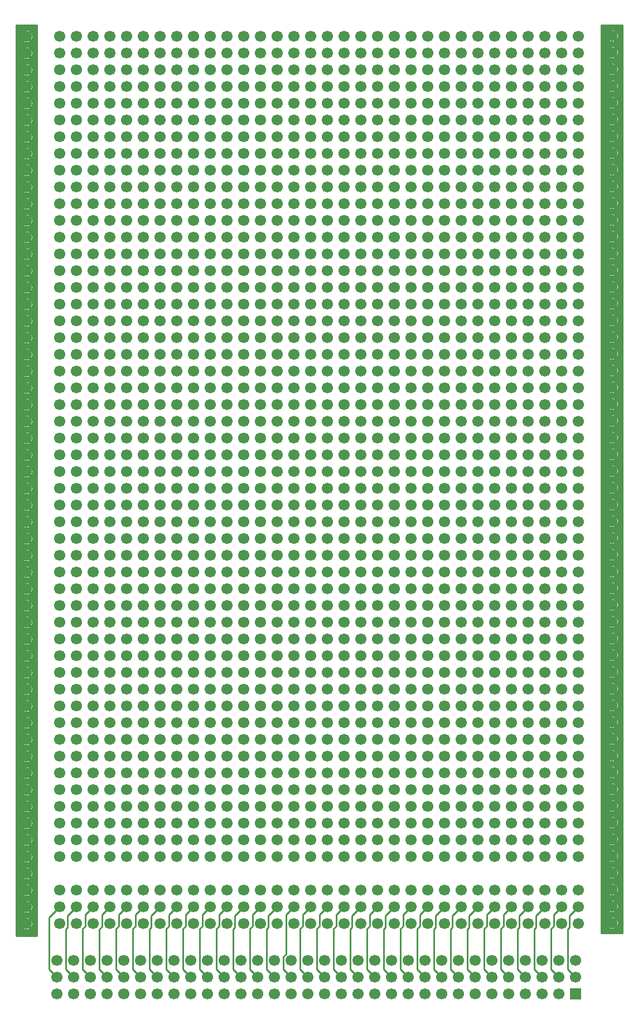
<source format=gbr>
G04 #@! TF.GenerationSoftware,KiCad,Pcbnew,(5.1.4-0-10_14)*
G04 #@! TF.CreationDate,2019-11-30T00:23:10+01:00*
G04 #@! TF.ProjectId,Eurocard_3U_VME,4575726f-6361-4726-945f-33555f564d45,rev?*
G04 #@! TF.SameCoordinates,Original*
G04 #@! TF.FileFunction,Copper,L2,Bot*
G04 #@! TF.FilePolarity,Positive*
%FSLAX46Y46*%
G04 Gerber Fmt 4.6, Leading zero omitted, Abs format (unit mm)*
G04 Created by KiCad (PCBNEW (5.1.4-0-10_14)) date 2019-11-30 00:23:10*
%MOMM*%
%LPD*%
G04 APERTURE LIST*
%ADD10C,1.700000*%
%ADD11R,1.700000X1.700000*%
%ADD12C,0.250000*%
%ADD13C,0.254000*%
G04 APERTURE END LIST*
D10*
X151796000Y-165864000D03*
X151796000Y-158244000D03*
X151796000Y-160784000D03*
X151796000Y-163324000D03*
X151796000Y-170944000D03*
X151796000Y-173484000D03*
X151796000Y-176024000D03*
X151796000Y-41404000D03*
X149256000Y-41404000D03*
X146716000Y-41404000D03*
X144176000Y-41404000D03*
X141636000Y-41404000D03*
X139096000Y-41404000D03*
X136556000Y-41404000D03*
X134016000Y-41404000D03*
X131476000Y-41404000D03*
X128936000Y-41404000D03*
X126396000Y-41404000D03*
X123856000Y-41404000D03*
X121316000Y-41404000D03*
X118776000Y-41404000D03*
X116236000Y-41404000D03*
X113696000Y-41404000D03*
X111156000Y-41404000D03*
X128936000Y-46484000D03*
X121316000Y-46484000D03*
X118776000Y-46484000D03*
X116236000Y-46484000D03*
X113696000Y-46484000D03*
X111156000Y-46484000D03*
X108616000Y-46484000D03*
X106076000Y-46484000D03*
X103536000Y-46484000D03*
X100996000Y-46484000D03*
X98456000Y-46484000D03*
X95916000Y-46484000D03*
X93376000Y-46484000D03*
X90836000Y-46484000D03*
X88296000Y-46484000D03*
X85756000Y-46484000D03*
X83216000Y-46484000D03*
X80676000Y-46484000D03*
X78136000Y-46484000D03*
X75596000Y-46484000D03*
X73056000Y-46484000D03*
X151796000Y-49024000D03*
X149256000Y-49024000D03*
X146716000Y-49024000D03*
X144176000Y-49024000D03*
X141636000Y-49024000D03*
X139096000Y-49024000D03*
X136556000Y-49024000D03*
X134016000Y-49024000D03*
X131476000Y-49024000D03*
X128936000Y-49024000D03*
X126396000Y-49024000D03*
X123856000Y-49024000D03*
X121316000Y-49024000D03*
X118776000Y-49024000D03*
X116236000Y-49024000D03*
X113696000Y-49024000D03*
X111156000Y-49024000D03*
X108616000Y-49024000D03*
X106076000Y-49024000D03*
X103536000Y-49024000D03*
X100996000Y-49024000D03*
X98456000Y-49024000D03*
X95916000Y-49024000D03*
X93376000Y-49024000D03*
X90836000Y-49024000D03*
X88296000Y-49024000D03*
X85756000Y-49024000D03*
X83216000Y-49024000D03*
X80676000Y-49024000D03*
X78136000Y-49024000D03*
X75596000Y-49024000D03*
X73056000Y-49024000D03*
X151796000Y-51564000D03*
X149256000Y-51564000D03*
X146716000Y-51564000D03*
X144176000Y-51564000D03*
X141636000Y-51564000D03*
X139096000Y-51564000D03*
X136556000Y-51564000D03*
X134016000Y-51564000D03*
X131476000Y-51564000D03*
X128936000Y-51564000D03*
X126396000Y-51564000D03*
X123856000Y-51564000D03*
X121316000Y-51564000D03*
X118776000Y-51564000D03*
X116236000Y-51564000D03*
X113696000Y-51564000D03*
X111156000Y-51564000D03*
X108616000Y-51564000D03*
X106076000Y-51564000D03*
X103536000Y-51564000D03*
X100996000Y-51564000D03*
X98456000Y-51564000D03*
X95916000Y-51564000D03*
X93376000Y-51564000D03*
X90836000Y-51564000D03*
X88296000Y-51564000D03*
X85756000Y-51564000D03*
X83216000Y-51564000D03*
X80676000Y-51564000D03*
X78136000Y-51564000D03*
X75596000Y-51564000D03*
X73056000Y-51564000D03*
X151796000Y-54104000D03*
X149256000Y-54104000D03*
X146716000Y-54104000D03*
X144176000Y-54104000D03*
X141636000Y-54104000D03*
X139096000Y-54104000D03*
X136556000Y-54104000D03*
X134016000Y-54104000D03*
X111156000Y-54104000D03*
X108616000Y-54104000D03*
X106076000Y-54104000D03*
X103536000Y-54104000D03*
X100996000Y-54104000D03*
X98456000Y-54104000D03*
X95916000Y-54104000D03*
X93376000Y-54104000D03*
X90836000Y-54104000D03*
X88296000Y-54104000D03*
X85756000Y-54104000D03*
X83216000Y-54104000D03*
X80676000Y-54104000D03*
X78136000Y-54104000D03*
X75596000Y-54104000D03*
X73056000Y-54104000D03*
X106076000Y-43944000D03*
X95916000Y-43944000D03*
X93376000Y-43944000D03*
X90836000Y-43944000D03*
X88296000Y-43944000D03*
X85756000Y-43944000D03*
X83216000Y-43944000D03*
X80676000Y-43944000D03*
X78136000Y-43944000D03*
X75596000Y-43944000D03*
X73056000Y-43944000D03*
X151796000Y-46484000D03*
X149256000Y-46484000D03*
X146716000Y-46484000D03*
X144176000Y-46484000D03*
X141636000Y-46484000D03*
X139096000Y-46484000D03*
X136556000Y-46484000D03*
X134016000Y-46484000D03*
X131476000Y-46484000D03*
X131476000Y-54104000D03*
X151796000Y-61724000D03*
X149256000Y-61724000D03*
X146716000Y-61724000D03*
X144176000Y-61724000D03*
X141636000Y-61724000D03*
X139096000Y-61724000D03*
X136556000Y-61724000D03*
X134016000Y-61724000D03*
X131476000Y-61724000D03*
X128936000Y-61724000D03*
X126396000Y-61724000D03*
X123856000Y-61724000D03*
X121316000Y-61724000D03*
X118776000Y-61724000D03*
X116236000Y-61724000D03*
X113696000Y-61724000D03*
X106076000Y-61724000D03*
X103536000Y-61724000D03*
X100996000Y-61724000D03*
X98456000Y-61724000D03*
X95916000Y-61724000D03*
X93376000Y-61724000D03*
X90836000Y-61724000D03*
X88296000Y-61724000D03*
X85756000Y-61724000D03*
X83216000Y-61724000D03*
X80676000Y-61724000D03*
X78136000Y-61724000D03*
X75596000Y-61724000D03*
X73056000Y-61724000D03*
X151796000Y-66804000D03*
X149256000Y-66804000D03*
X146716000Y-66804000D03*
X144176000Y-66804000D03*
X141636000Y-66804000D03*
X139096000Y-66804000D03*
X136556000Y-66804000D03*
X134016000Y-66804000D03*
X131476000Y-66804000D03*
X128936000Y-66804000D03*
X126396000Y-66804000D03*
X123856000Y-66804000D03*
X121316000Y-66804000D03*
X118776000Y-66804000D03*
X116236000Y-66804000D03*
X113696000Y-66804000D03*
X111156000Y-66804000D03*
X108616000Y-66804000D03*
X106076000Y-66804000D03*
X103536000Y-66804000D03*
X100996000Y-66804000D03*
X98456000Y-66804000D03*
X95916000Y-66804000D03*
X93376000Y-66804000D03*
X90836000Y-66804000D03*
X88296000Y-66804000D03*
X85756000Y-66804000D03*
X83216000Y-66804000D03*
X80676000Y-66804000D03*
X78136000Y-66804000D03*
X75596000Y-66804000D03*
X73056000Y-66804000D03*
X151796000Y-69344000D03*
X149256000Y-69344000D03*
X146716000Y-69344000D03*
X144176000Y-69344000D03*
X141636000Y-69344000D03*
X139096000Y-69344000D03*
X136556000Y-69344000D03*
X134016000Y-69344000D03*
X131476000Y-69344000D03*
X128936000Y-69344000D03*
X126396000Y-69344000D03*
X123856000Y-69344000D03*
X121316000Y-69344000D03*
X118776000Y-69344000D03*
X116236000Y-69344000D03*
X113696000Y-69344000D03*
X111156000Y-69344000D03*
X108616000Y-69344000D03*
X106076000Y-69344000D03*
X103536000Y-69344000D03*
X100996000Y-69344000D03*
X98456000Y-69344000D03*
X95916000Y-69344000D03*
X93376000Y-69344000D03*
X90836000Y-69344000D03*
X88296000Y-69344000D03*
X85756000Y-69344000D03*
X83216000Y-69344000D03*
X80676000Y-69344000D03*
X78136000Y-69344000D03*
X75596000Y-69344000D03*
X73056000Y-69344000D03*
X151796000Y-56644000D03*
X149256000Y-56644000D03*
X146716000Y-56644000D03*
X144176000Y-56644000D03*
X141636000Y-56644000D03*
X139096000Y-56644000D03*
X136556000Y-56644000D03*
X134016000Y-56644000D03*
X131476000Y-56644000D03*
X128936000Y-56644000D03*
X126396000Y-56644000D03*
X123856000Y-56644000D03*
X121316000Y-56644000D03*
X118776000Y-56644000D03*
X116236000Y-56644000D03*
X113696000Y-56644000D03*
X111156000Y-56644000D03*
X108616000Y-56644000D03*
X106076000Y-56644000D03*
X103536000Y-56644000D03*
X100996000Y-56644000D03*
X98456000Y-56644000D03*
X95916000Y-56644000D03*
X93376000Y-56644000D03*
X90836000Y-56644000D03*
X88296000Y-56644000D03*
X85756000Y-56644000D03*
X83216000Y-56644000D03*
X80676000Y-56644000D03*
X78136000Y-56644000D03*
X151796000Y-59184000D03*
X149256000Y-59184000D03*
X146716000Y-59184000D03*
X144176000Y-59184000D03*
X141636000Y-59184000D03*
X139096000Y-59184000D03*
X136556000Y-59184000D03*
X123856000Y-59184000D03*
X121316000Y-59184000D03*
X118776000Y-59184000D03*
X116236000Y-59184000D03*
X113696000Y-59184000D03*
X111156000Y-59184000D03*
X108616000Y-59184000D03*
X106076000Y-59184000D03*
X103536000Y-59184000D03*
X100996000Y-59184000D03*
X98456000Y-59184000D03*
X95916000Y-59184000D03*
X93376000Y-59184000D03*
X90836000Y-59184000D03*
X88296000Y-59184000D03*
X85756000Y-59184000D03*
X83216000Y-59184000D03*
X80676000Y-59184000D03*
X78136000Y-59184000D03*
X75596000Y-59184000D03*
X73056000Y-59184000D03*
X151796000Y-64264000D03*
X149256000Y-64264000D03*
X146716000Y-64264000D03*
X144176000Y-64264000D03*
X141636000Y-64264000D03*
X139096000Y-64264000D03*
X136556000Y-64264000D03*
X134016000Y-64264000D03*
X131476000Y-64264000D03*
X128936000Y-64264000D03*
X126396000Y-64264000D03*
X123856000Y-64264000D03*
X121316000Y-64264000D03*
X118776000Y-64264000D03*
X116236000Y-64264000D03*
X113696000Y-64264000D03*
X111156000Y-64264000D03*
X108616000Y-64264000D03*
X106076000Y-64264000D03*
X103536000Y-64264000D03*
X100996000Y-64264000D03*
X98456000Y-64264000D03*
X95916000Y-64264000D03*
X93376000Y-64264000D03*
X90836000Y-64264000D03*
X88296000Y-64264000D03*
X85756000Y-64264000D03*
X83216000Y-64264000D03*
X80676000Y-64264000D03*
X78136000Y-64264000D03*
X75596000Y-64264000D03*
X73056000Y-64264000D03*
X151796000Y-71884000D03*
X149256000Y-71884000D03*
X146716000Y-71884000D03*
X144176000Y-71884000D03*
X141636000Y-71884000D03*
X139096000Y-71884000D03*
X136556000Y-71884000D03*
X134016000Y-71884000D03*
X131476000Y-71884000D03*
X128936000Y-71884000D03*
X126396000Y-71884000D03*
X123856000Y-71884000D03*
X121316000Y-71884000D03*
X118776000Y-71884000D03*
X116236000Y-71884000D03*
X113696000Y-71884000D03*
X111156000Y-71884000D03*
X108616000Y-71884000D03*
X106076000Y-71884000D03*
X103536000Y-71884000D03*
X100996000Y-71884000D03*
X98456000Y-71884000D03*
X95916000Y-71884000D03*
X93376000Y-71884000D03*
X90836000Y-71884000D03*
X88296000Y-71884000D03*
X85756000Y-71884000D03*
X83216000Y-71884000D03*
X80676000Y-71884000D03*
X78136000Y-71884000D03*
X75596000Y-71884000D03*
X73056000Y-71884000D03*
X151796000Y-74424000D03*
X149256000Y-74424000D03*
X146716000Y-74424000D03*
X144176000Y-74424000D03*
X141636000Y-74424000D03*
X139096000Y-74424000D03*
X136556000Y-74424000D03*
X134016000Y-74424000D03*
X131476000Y-74424000D03*
X128936000Y-74424000D03*
X126396000Y-74424000D03*
X123856000Y-74424000D03*
X121316000Y-74424000D03*
X118776000Y-74424000D03*
X116236000Y-74424000D03*
X113696000Y-74424000D03*
X111156000Y-74424000D03*
X108616000Y-74424000D03*
X106076000Y-74424000D03*
X103536000Y-74424000D03*
X100996000Y-74424000D03*
X98456000Y-74424000D03*
X95916000Y-74424000D03*
X93376000Y-74424000D03*
X90836000Y-74424000D03*
X88296000Y-74424000D03*
X85756000Y-74424000D03*
X83216000Y-74424000D03*
X80676000Y-74424000D03*
X78136000Y-74424000D03*
X75596000Y-74424000D03*
X73056000Y-74424000D03*
X151796000Y-76964000D03*
X149256000Y-76964000D03*
X146716000Y-76964000D03*
X144176000Y-76964000D03*
X141636000Y-82044000D03*
X139096000Y-82044000D03*
X136556000Y-82044000D03*
X134016000Y-82044000D03*
X131476000Y-82044000D03*
X128936000Y-82044000D03*
X126396000Y-82044000D03*
X123856000Y-82044000D03*
X121316000Y-82044000D03*
X118776000Y-82044000D03*
X116236000Y-82044000D03*
X113696000Y-82044000D03*
X111156000Y-82044000D03*
X108616000Y-82044000D03*
X106076000Y-82044000D03*
X103536000Y-82044000D03*
X100996000Y-82044000D03*
X98456000Y-82044000D03*
X95916000Y-82044000D03*
X93376000Y-82044000D03*
X90836000Y-82044000D03*
X88296000Y-82044000D03*
X85756000Y-82044000D03*
X83216000Y-82044000D03*
X80676000Y-82044000D03*
X78136000Y-82044000D03*
X75596000Y-82044000D03*
X73056000Y-82044000D03*
X151796000Y-84584000D03*
X149256000Y-84584000D03*
X146716000Y-84584000D03*
X144176000Y-84584000D03*
X141636000Y-84584000D03*
X139096000Y-84584000D03*
X136556000Y-84584000D03*
X134016000Y-84584000D03*
X131476000Y-84584000D03*
X128936000Y-84584000D03*
X126396000Y-84584000D03*
X123856000Y-84584000D03*
X121316000Y-84584000D03*
X118776000Y-84584000D03*
X116236000Y-84584000D03*
X113696000Y-84584000D03*
X111156000Y-84584000D03*
X108616000Y-84584000D03*
X106076000Y-84584000D03*
X103536000Y-84584000D03*
X100996000Y-84584000D03*
X98456000Y-84584000D03*
X95916000Y-84584000D03*
X93376000Y-84584000D03*
X90836000Y-84584000D03*
X88296000Y-84584000D03*
X85756000Y-84584000D03*
X83216000Y-84584000D03*
X80676000Y-84584000D03*
X78136000Y-84584000D03*
X75596000Y-84584000D03*
X73056000Y-84584000D03*
X111156000Y-87124000D03*
X85756000Y-87124000D03*
X83216000Y-87124000D03*
X80676000Y-87124000D03*
X78136000Y-87124000D03*
X75596000Y-87124000D03*
X73056000Y-87124000D03*
X151796000Y-89664000D03*
X149256000Y-89664000D03*
X146716000Y-89664000D03*
X144176000Y-89664000D03*
X141636000Y-89664000D03*
X139096000Y-89664000D03*
X136556000Y-89664000D03*
X134016000Y-89664000D03*
X131476000Y-89664000D03*
X128936000Y-89664000D03*
X126396000Y-89664000D03*
X123856000Y-89664000D03*
X121316000Y-89664000D03*
X118776000Y-89664000D03*
X116236000Y-89664000D03*
X113696000Y-89664000D03*
X111156000Y-89664000D03*
X108616000Y-89664000D03*
X106076000Y-89664000D03*
X103536000Y-89664000D03*
X100996000Y-89664000D03*
X98456000Y-89664000D03*
X95916000Y-89664000D03*
X93376000Y-89664000D03*
X90836000Y-89664000D03*
X88296000Y-89664000D03*
X85756000Y-89664000D03*
X83216000Y-89664000D03*
X80676000Y-89664000D03*
X78136000Y-89664000D03*
X75596000Y-89664000D03*
X73056000Y-89664000D03*
X151796000Y-92204000D03*
X149256000Y-92204000D03*
X146716000Y-92204000D03*
X144176000Y-92204000D03*
X141636000Y-92204000D03*
X139096000Y-92204000D03*
X136556000Y-92204000D03*
X134016000Y-92204000D03*
X131476000Y-92204000D03*
X128936000Y-92204000D03*
X126396000Y-92204000D03*
X123856000Y-92204000D03*
X121316000Y-92204000D03*
X118776000Y-92204000D03*
X116236000Y-92204000D03*
X113696000Y-92204000D03*
X111156000Y-92204000D03*
X108616000Y-92204000D03*
X106076000Y-92204000D03*
X103536000Y-92204000D03*
X100996000Y-92204000D03*
X98456000Y-92204000D03*
X95916000Y-92204000D03*
X93376000Y-92204000D03*
X90836000Y-92204000D03*
X88296000Y-92204000D03*
X85756000Y-92204000D03*
X83216000Y-92204000D03*
X80676000Y-92204000D03*
X78136000Y-92204000D03*
X75596000Y-92204000D03*
X73056000Y-92204000D03*
X151796000Y-94744000D03*
X149256000Y-94744000D03*
X146716000Y-94744000D03*
X144176000Y-94744000D03*
X141636000Y-94744000D03*
X139096000Y-94744000D03*
X136556000Y-94744000D03*
X134016000Y-94744000D03*
X141636000Y-76964000D03*
X139096000Y-76964000D03*
X136556000Y-76964000D03*
X134016000Y-76964000D03*
X131476000Y-76964000D03*
X128936000Y-76964000D03*
X126396000Y-76964000D03*
X123856000Y-76964000D03*
X121316000Y-76964000D03*
X118776000Y-76964000D03*
X116236000Y-76964000D03*
X113696000Y-76964000D03*
X111156000Y-76964000D03*
X108616000Y-76964000D03*
X106076000Y-76964000D03*
X103536000Y-76964000D03*
X100996000Y-76964000D03*
X98456000Y-76964000D03*
X95916000Y-76964000D03*
X93376000Y-76964000D03*
X90836000Y-76964000D03*
X88296000Y-76964000D03*
X85756000Y-76964000D03*
X83216000Y-76964000D03*
X80676000Y-76964000D03*
X78136000Y-76964000D03*
X75596000Y-76964000D03*
X73056000Y-76964000D03*
X151796000Y-79504000D03*
X149256000Y-79504000D03*
X146716000Y-79504000D03*
X144176000Y-79504000D03*
X141636000Y-79504000D03*
X139096000Y-79504000D03*
X136556000Y-79504000D03*
X134016000Y-79504000D03*
X131476000Y-79504000D03*
X128936000Y-79504000D03*
X126396000Y-79504000D03*
X123856000Y-79504000D03*
X121316000Y-79504000D03*
X118776000Y-79504000D03*
X116236000Y-79504000D03*
X113696000Y-79504000D03*
X111156000Y-79504000D03*
X108616000Y-79504000D03*
X106076000Y-79504000D03*
X103536000Y-79504000D03*
X100996000Y-79504000D03*
X98456000Y-79504000D03*
X95916000Y-79504000D03*
X93376000Y-79504000D03*
X90836000Y-79504000D03*
X88296000Y-79504000D03*
X85756000Y-79504000D03*
X83216000Y-79504000D03*
X80676000Y-79504000D03*
X78136000Y-79504000D03*
X75596000Y-79504000D03*
X73056000Y-79504000D03*
X151796000Y-82044000D03*
X149256000Y-82044000D03*
X146716000Y-82044000D03*
X144176000Y-82044000D03*
X113696000Y-87124000D03*
X100996000Y-87124000D03*
X98456000Y-87124000D03*
X95916000Y-87124000D03*
X93376000Y-87124000D03*
X90836000Y-87124000D03*
X88296000Y-87124000D03*
X116236000Y-97284000D03*
X95916000Y-97284000D03*
X85756000Y-97284000D03*
X83216000Y-97284000D03*
X80676000Y-97284000D03*
X78136000Y-97284000D03*
X75596000Y-97284000D03*
X73056000Y-97284000D03*
X151796000Y-99824000D03*
X149256000Y-99824000D03*
X146716000Y-99824000D03*
X144176000Y-99824000D03*
X141636000Y-99824000D03*
X139096000Y-99824000D03*
X136556000Y-99824000D03*
X134016000Y-99824000D03*
X131476000Y-99824000D03*
X128936000Y-99824000D03*
X126396000Y-99824000D03*
X123856000Y-99824000D03*
X121316000Y-99824000D03*
X118776000Y-99824000D03*
X116236000Y-99824000D03*
X103536000Y-99824000D03*
X100996000Y-99824000D03*
X98456000Y-99824000D03*
X95916000Y-99824000D03*
X93376000Y-99824000D03*
X90836000Y-99824000D03*
X88296000Y-99824000D03*
X85756000Y-99824000D03*
X83216000Y-99824000D03*
X80676000Y-99824000D03*
X78136000Y-99824000D03*
X75596000Y-99824000D03*
X73056000Y-99824000D03*
X151796000Y-102364000D03*
X149256000Y-102364000D03*
X146716000Y-102364000D03*
X144176000Y-102364000D03*
X141636000Y-102364000D03*
X139096000Y-102364000D03*
X136556000Y-102364000D03*
X134016000Y-102364000D03*
X123856000Y-102364000D03*
X121316000Y-102364000D03*
X118776000Y-102364000D03*
X116236000Y-102364000D03*
X113696000Y-102364000D03*
X111156000Y-102364000D03*
X108616000Y-102364000D03*
X106076000Y-102364000D03*
X103536000Y-102364000D03*
X100996000Y-102364000D03*
X98456000Y-102364000D03*
X95916000Y-102364000D03*
X93376000Y-102364000D03*
X90836000Y-102364000D03*
X88296000Y-102364000D03*
X85756000Y-102364000D03*
X83216000Y-102364000D03*
X80676000Y-102364000D03*
X78136000Y-102364000D03*
X75596000Y-102364000D03*
X73056000Y-102364000D03*
X93376000Y-97284000D03*
X90836000Y-97284000D03*
X88296000Y-97284000D03*
X113696000Y-99824000D03*
X111156000Y-99824000D03*
X108616000Y-99824000D03*
X106076000Y-99824000D03*
X131476000Y-102364000D03*
X128936000Y-102364000D03*
X126396000Y-102364000D03*
X151796000Y-107444000D03*
X149256000Y-107444000D03*
X146716000Y-107444000D03*
X144176000Y-107444000D03*
X141636000Y-107444000D03*
X139096000Y-107444000D03*
X136556000Y-107444000D03*
X134016000Y-107444000D03*
X131476000Y-107444000D03*
X128936000Y-107444000D03*
X126396000Y-107444000D03*
X123856000Y-107444000D03*
X121316000Y-107444000D03*
X118776000Y-107444000D03*
X116236000Y-107444000D03*
X113696000Y-107444000D03*
X111156000Y-107444000D03*
X108616000Y-107444000D03*
X106076000Y-107444000D03*
X103536000Y-107444000D03*
X100996000Y-107444000D03*
X98456000Y-107444000D03*
X95916000Y-107444000D03*
X93376000Y-107444000D03*
X90836000Y-107444000D03*
X88296000Y-107444000D03*
X85756000Y-107444000D03*
X83216000Y-107444000D03*
X80676000Y-107444000D03*
X78136000Y-107444000D03*
X75596000Y-107444000D03*
X73056000Y-107444000D03*
X141636000Y-125224000D03*
X139096000Y-125224000D03*
X136556000Y-125224000D03*
X134016000Y-125224000D03*
X131476000Y-125224000D03*
X128936000Y-125224000D03*
X126396000Y-125224000D03*
X123856000Y-125224000D03*
X121316000Y-125224000D03*
X118776000Y-125224000D03*
X116236000Y-125224000D03*
X113696000Y-125224000D03*
X111156000Y-125224000D03*
X108616000Y-125224000D03*
X151796000Y-127764000D03*
X149256000Y-127764000D03*
X146716000Y-127764000D03*
X144176000Y-127764000D03*
X144176000Y-153164000D03*
X149256000Y-163324000D03*
X146716000Y-163324000D03*
X131476000Y-94744000D03*
X128936000Y-94744000D03*
X126396000Y-94744000D03*
X123856000Y-94744000D03*
X121316000Y-94744000D03*
X118776000Y-94744000D03*
X116236000Y-94744000D03*
X113696000Y-94744000D03*
X111156000Y-94744000D03*
X108616000Y-94744000D03*
X106076000Y-94744000D03*
X103536000Y-94744000D03*
X100996000Y-94744000D03*
X98456000Y-94744000D03*
X95916000Y-94744000D03*
X93376000Y-94744000D03*
X90836000Y-94744000D03*
X88296000Y-94744000D03*
X85756000Y-94744000D03*
X83216000Y-94744000D03*
X80676000Y-94744000D03*
X78136000Y-94744000D03*
X75596000Y-94744000D03*
X73056000Y-94744000D03*
X151796000Y-97284000D03*
X149256000Y-97284000D03*
X146716000Y-97284000D03*
X144176000Y-97284000D03*
X141636000Y-97284000D03*
X139096000Y-97284000D03*
X136556000Y-97284000D03*
X134016000Y-97284000D03*
X131476000Y-97284000D03*
X128936000Y-97284000D03*
X126396000Y-97284000D03*
X123856000Y-97284000D03*
X121316000Y-97284000D03*
X118776000Y-97284000D03*
X113696000Y-97284000D03*
X111156000Y-97284000D03*
X108616000Y-97284000D03*
X106076000Y-97284000D03*
X103536000Y-97284000D03*
X100996000Y-97284000D03*
X98456000Y-97284000D03*
X151796000Y-104904000D03*
X149256000Y-104904000D03*
X146716000Y-104904000D03*
X144176000Y-104904000D03*
X141636000Y-104904000D03*
X139096000Y-104904000D03*
X136556000Y-104904000D03*
X134016000Y-104904000D03*
X131476000Y-104904000D03*
X128936000Y-104904000D03*
X126396000Y-104904000D03*
X123856000Y-104904000D03*
X121316000Y-104904000D03*
X118776000Y-104904000D03*
X116236000Y-104904000D03*
X113696000Y-104904000D03*
X111156000Y-104904000D03*
X108616000Y-104904000D03*
X106076000Y-104904000D03*
X103536000Y-104904000D03*
X100996000Y-104904000D03*
X98456000Y-104904000D03*
X95916000Y-104904000D03*
X93376000Y-104904000D03*
X90836000Y-104904000D03*
X88296000Y-104904000D03*
X85756000Y-104904000D03*
X83216000Y-104904000D03*
X80676000Y-104904000D03*
X78136000Y-104904000D03*
X75596000Y-104904000D03*
X73056000Y-104904000D03*
X151796000Y-109984000D03*
X149256000Y-109984000D03*
X146716000Y-109984000D03*
X144176000Y-109984000D03*
X141636000Y-109984000D03*
X139096000Y-109984000D03*
X136556000Y-109984000D03*
X134016000Y-109984000D03*
X131476000Y-109984000D03*
X128936000Y-109984000D03*
X126396000Y-109984000D03*
X123856000Y-109984000D03*
X121316000Y-109984000D03*
X118776000Y-109984000D03*
X116236000Y-109984000D03*
X113696000Y-109984000D03*
X111156000Y-109984000D03*
X108616000Y-109984000D03*
X106076000Y-109984000D03*
X103536000Y-109984000D03*
X100996000Y-109984000D03*
X98456000Y-109984000D03*
X95916000Y-109984000D03*
X93376000Y-109984000D03*
X90836000Y-109984000D03*
X88296000Y-109984000D03*
X85756000Y-109984000D03*
X83216000Y-109984000D03*
X80676000Y-109984000D03*
X78136000Y-109984000D03*
X75596000Y-109984000D03*
X73056000Y-109984000D03*
X121316000Y-112524000D03*
X118776000Y-112524000D03*
X116236000Y-112524000D03*
X113696000Y-112524000D03*
X111156000Y-112524000D03*
X108616000Y-112524000D03*
X106076000Y-112524000D03*
X103536000Y-112524000D03*
X100996000Y-112524000D03*
X98456000Y-112524000D03*
X95916000Y-112524000D03*
X93376000Y-112524000D03*
X90836000Y-112524000D03*
X88296000Y-112524000D03*
X85756000Y-112524000D03*
X83216000Y-112524000D03*
X80676000Y-112524000D03*
X78136000Y-112524000D03*
X75596000Y-112524000D03*
X73056000Y-112524000D03*
X151796000Y-115064000D03*
X149256000Y-115064000D03*
X146716000Y-115064000D03*
X144176000Y-115064000D03*
X141636000Y-115064000D03*
X139096000Y-115064000D03*
X136556000Y-115064000D03*
X134016000Y-115064000D03*
X128936000Y-115064000D03*
X126396000Y-115064000D03*
X123856000Y-115064000D03*
X121316000Y-115064000D03*
X118776000Y-115064000D03*
X116236000Y-115064000D03*
X113696000Y-115064000D03*
X111156000Y-115064000D03*
X108616000Y-115064000D03*
X106076000Y-115064000D03*
X103536000Y-115064000D03*
X100996000Y-115064000D03*
X98456000Y-115064000D03*
X95916000Y-115064000D03*
X93376000Y-115064000D03*
X90836000Y-115064000D03*
X88296000Y-115064000D03*
X85756000Y-115064000D03*
X83216000Y-115064000D03*
X80676000Y-115064000D03*
X78136000Y-115064000D03*
X151796000Y-125224000D03*
X149256000Y-125224000D03*
X146716000Y-125224000D03*
X151796000Y-112524000D03*
X149256000Y-112524000D03*
X146716000Y-112524000D03*
X144176000Y-112524000D03*
X141636000Y-112524000D03*
X139096000Y-112524000D03*
X136556000Y-112524000D03*
X134016000Y-112524000D03*
X131476000Y-112524000D03*
X128936000Y-112524000D03*
X126396000Y-112524000D03*
X123856000Y-112524000D03*
X131476000Y-115064000D03*
X75596000Y-115064000D03*
X73056000Y-115064000D03*
X151796000Y-117604000D03*
X149256000Y-117604000D03*
X146716000Y-117604000D03*
X144176000Y-117604000D03*
X141636000Y-117604000D03*
X139096000Y-117604000D03*
X136556000Y-117604000D03*
X134016000Y-117604000D03*
X131476000Y-117604000D03*
X128936000Y-117604000D03*
X126396000Y-117604000D03*
X123856000Y-117604000D03*
X121316000Y-117604000D03*
X118776000Y-117604000D03*
X116236000Y-117604000D03*
X113696000Y-117604000D03*
X111156000Y-117604000D03*
X108616000Y-117604000D03*
X106076000Y-117604000D03*
X103536000Y-117604000D03*
X100996000Y-117604000D03*
X98456000Y-117604000D03*
X95916000Y-117604000D03*
X93376000Y-117604000D03*
X90836000Y-117604000D03*
X88296000Y-117604000D03*
X85756000Y-117604000D03*
X83216000Y-117604000D03*
X80676000Y-117604000D03*
X78136000Y-117604000D03*
X75596000Y-117604000D03*
X73056000Y-117604000D03*
X151796000Y-120144000D03*
X149256000Y-120144000D03*
X146716000Y-120144000D03*
X144176000Y-120144000D03*
X141636000Y-120144000D03*
X139096000Y-120144000D03*
X136556000Y-120144000D03*
X134016000Y-120144000D03*
X131476000Y-120144000D03*
X128936000Y-120144000D03*
X126396000Y-120144000D03*
X123856000Y-120144000D03*
X121316000Y-120144000D03*
X118776000Y-120144000D03*
X116236000Y-120144000D03*
X113696000Y-120144000D03*
X111156000Y-120144000D03*
X108616000Y-120144000D03*
X106076000Y-120144000D03*
X103536000Y-120144000D03*
X100996000Y-120144000D03*
X98456000Y-120144000D03*
X95916000Y-120144000D03*
X93376000Y-120144000D03*
X90836000Y-120144000D03*
X88296000Y-120144000D03*
X85756000Y-120144000D03*
X83216000Y-120144000D03*
X80676000Y-120144000D03*
X78136000Y-120144000D03*
X75596000Y-120144000D03*
X73056000Y-120144000D03*
X151796000Y-122684000D03*
X149256000Y-122684000D03*
X146716000Y-122684000D03*
X144176000Y-122684000D03*
X141636000Y-122684000D03*
X139096000Y-122684000D03*
X136556000Y-122684000D03*
X134016000Y-122684000D03*
X131476000Y-122684000D03*
X128936000Y-122684000D03*
X126396000Y-122684000D03*
X123856000Y-122684000D03*
X121316000Y-122684000D03*
X118776000Y-122684000D03*
X116236000Y-122684000D03*
X113696000Y-122684000D03*
X111156000Y-122684000D03*
X108616000Y-122684000D03*
X106076000Y-122684000D03*
X103536000Y-122684000D03*
X100996000Y-122684000D03*
X98456000Y-122684000D03*
X95916000Y-122684000D03*
X93376000Y-122684000D03*
X90836000Y-122684000D03*
X88296000Y-122684000D03*
X85756000Y-122684000D03*
X83216000Y-122684000D03*
X80676000Y-122684000D03*
X78136000Y-122684000D03*
X75596000Y-122684000D03*
X73056000Y-122684000D03*
X141636000Y-127764000D03*
X139096000Y-127764000D03*
X136556000Y-127764000D03*
X134016000Y-127764000D03*
X131476000Y-127764000D03*
X128936000Y-127764000D03*
X126396000Y-127764000D03*
X123856000Y-127764000D03*
X121316000Y-127764000D03*
X118776000Y-127764000D03*
X116236000Y-127764000D03*
X113696000Y-127764000D03*
X111156000Y-127764000D03*
X108616000Y-127764000D03*
X106076000Y-127764000D03*
X103536000Y-127764000D03*
X100996000Y-127764000D03*
X98456000Y-127764000D03*
X95916000Y-127764000D03*
X93376000Y-127764000D03*
X90836000Y-127764000D03*
X88296000Y-127764000D03*
X85756000Y-127764000D03*
X83216000Y-127764000D03*
X80676000Y-127764000D03*
X78136000Y-127764000D03*
X75596000Y-127764000D03*
X73056000Y-127764000D03*
X118776000Y-135384000D03*
X116236000Y-135384000D03*
X113696000Y-135384000D03*
X111156000Y-135384000D03*
X108616000Y-135384000D03*
X106076000Y-135384000D03*
X103536000Y-135384000D03*
X100996000Y-135384000D03*
X98456000Y-135384000D03*
X95916000Y-135384000D03*
X93376000Y-135384000D03*
X90836000Y-135384000D03*
X88296000Y-135384000D03*
X85756000Y-135384000D03*
X83216000Y-135384000D03*
X80676000Y-135384000D03*
X78136000Y-135384000D03*
X75596000Y-135384000D03*
X73056000Y-135384000D03*
X151796000Y-137924000D03*
X149256000Y-137924000D03*
X146716000Y-137924000D03*
X144176000Y-137924000D03*
X141636000Y-137924000D03*
X139096000Y-137924000D03*
X136556000Y-137924000D03*
X134016000Y-137924000D03*
X131476000Y-137924000D03*
X128936000Y-137924000D03*
X126396000Y-137924000D03*
X123856000Y-137924000D03*
X121316000Y-137924000D03*
X118776000Y-137924000D03*
X116236000Y-137924000D03*
X113696000Y-137924000D03*
X111156000Y-137924000D03*
X108616000Y-137924000D03*
X106076000Y-137924000D03*
X103536000Y-137924000D03*
X100996000Y-137924000D03*
X98456000Y-137924000D03*
X95916000Y-137924000D03*
X93376000Y-137924000D03*
X90836000Y-137924000D03*
X88296000Y-137924000D03*
X85756000Y-137924000D03*
X83216000Y-137924000D03*
X80676000Y-137924000D03*
X78136000Y-137924000D03*
X75596000Y-137924000D03*
X73056000Y-137924000D03*
X151796000Y-140464000D03*
X149256000Y-140464000D03*
X146716000Y-140464000D03*
X144176000Y-140464000D03*
X141636000Y-140464000D03*
X139096000Y-140464000D03*
X136556000Y-140464000D03*
X134016000Y-140464000D03*
X131476000Y-140464000D03*
X128936000Y-140464000D03*
X126396000Y-140464000D03*
X123856000Y-140464000D03*
X121316000Y-140464000D03*
X118776000Y-140464000D03*
X116236000Y-140464000D03*
X113696000Y-140464000D03*
X111156000Y-140464000D03*
X108616000Y-140464000D03*
X106076000Y-140464000D03*
X103536000Y-140464000D03*
X100996000Y-140464000D03*
X98456000Y-140464000D03*
X95916000Y-140464000D03*
X93376000Y-140464000D03*
X90836000Y-140464000D03*
X88296000Y-140464000D03*
X85756000Y-140464000D03*
X83216000Y-140464000D03*
X80676000Y-140464000D03*
X78136000Y-140464000D03*
X75596000Y-140464000D03*
X73056000Y-140464000D03*
X151796000Y-150624000D03*
X149256000Y-150624000D03*
X146716000Y-150624000D03*
X144176000Y-150624000D03*
X141636000Y-150624000D03*
X139096000Y-150624000D03*
X136556000Y-150624000D03*
X134016000Y-150624000D03*
X131476000Y-150624000D03*
X128936000Y-150624000D03*
X126396000Y-150624000D03*
X123856000Y-150624000D03*
X121316000Y-150624000D03*
X118776000Y-150624000D03*
X116236000Y-150624000D03*
X113696000Y-150624000D03*
X111156000Y-150624000D03*
X108616000Y-150624000D03*
X106076000Y-150624000D03*
X103536000Y-150624000D03*
X100996000Y-150624000D03*
X98456000Y-150624000D03*
X95916000Y-150624000D03*
X93376000Y-150624000D03*
X90836000Y-150624000D03*
X88296000Y-150624000D03*
X85756000Y-150624000D03*
X83216000Y-150624000D03*
X80676000Y-150624000D03*
X78136000Y-150624000D03*
X75596000Y-150624000D03*
X73056000Y-150624000D03*
X144176000Y-125224000D03*
X106076000Y-125224000D03*
X103536000Y-125224000D03*
X100996000Y-125224000D03*
X98456000Y-125224000D03*
X95916000Y-125224000D03*
X93376000Y-125224000D03*
X90836000Y-125224000D03*
X88296000Y-125224000D03*
X85756000Y-125224000D03*
X83216000Y-125224000D03*
X80676000Y-125224000D03*
X78136000Y-125224000D03*
X75596000Y-125224000D03*
X73056000Y-125224000D03*
X151796000Y-130304000D03*
X149256000Y-130304000D03*
X146716000Y-130304000D03*
X144176000Y-130304000D03*
X141636000Y-130304000D03*
X139096000Y-130304000D03*
X136556000Y-130304000D03*
X134016000Y-130304000D03*
X131476000Y-130304000D03*
X128936000Y-130304000D03*
X126396000Y-130304000D03*
X123856000Y-130304000D03*
X121316000Y-130304000D03*
X118776000Y-130304000D03*
X116236000Y-130304000D03*
X113696000Y-130304000D03*
X111156000Y-130304000D03*
X108616000Y-130304000D03*
X106076000Y-130304000D03*
X103536000Y-130304000D03*
X100996000Y-130304000D03*
X98456000Y-130304000D03*
X95916000Y-130304000D03*
X93376000Y-130304000D03*
X90836000Y-130304000D03*
X88296000Y-130304000D03*
X85756000Y-130304000D03*
X83216000Y-130304000D03*
X80676000Y-130304000D03*
X78136000Y-130304000D03*
X75596000Y-130304000D03*
X73056000Y-130304000D03*
X151796000Y-132844000D03*
X149256000Y-132844000D03*
X146716000Y-132844000D03*
X144176000Y-132844000D03*
X141636000Y-132844000D03*
X139096000Y-132844000D03*
X136556000Y-132844000D03*
X134016000Y-132844000D03*
X131476000Y-132844000D03*
X128936000Y-132844000D03*
X126396000Y-132844000D03*
X123856000Y-132844000D03*
X121316000Y-132844000D03*
X118776000Y-132844000D03*
X116236000Y-132844000D03*
X113696000Y-132844000D03*
X111156000Y-132844000D03*
X108616000Y-132844000D03*
X106076000Y-132844000D03*
X103536000Y-132844000D03*
X100996000Y-132844000D03*
X98456000Y-132844000D03*
X95916000Y-132844000D03*
X93376000Y-132844000D03*
X90836000Y-132844000D03*
X88296000Y-132844000D03*
X85756000Y-132844000D03*
X83216000Y-132844000D03*
X80676000Y-132844000D03*
X78136000Y-132844000D03*
X75596000Y-132844000D03*
X73056000Y-132844000D03*
X151796000Y-135384000D03*
X149256000Y-135384000D03*
X146716000Y-135384000D03*
X144176000Y-135384000D03*
X141636000Y-135384000D03*
X139096000Y-135384000D03*
X136556000Y-135384000D03*
X134016000Y-135384000D03*
X131476000Y-135384000D03*
X128936000Y-135384000D03*
X126396000Y-135384000D03*
X123856000Y-135384000D03*
X151796000Y-143004000D03*
X149256000Y-143004000D03*
X146716000Y-143004000D03*
X144176000Y-143004000D03*
X141636000Y-143004000D03*
X139096000Y-143004000D03*
X136556000Y-143004000D03*
X134016000Y-143004000D03*
X131476000Y-143004000D03*
X128936000Y-143004000D03*
X126396000Y-143004000D03*
X123856000Y-143004000D03*
X121316000Y-143004000D03*
X118776000Y-143004000D03*
X116236000Y-143004000D03*
X113696000Y-143004000D03*
X111156000Y-143004000D03*
X108616000Y-143004000D03*
X106076000Y-143004000D03*
X103536000Y-143004000D03*
X100996000Y-143004000D03*
X98456000Y-143004000D03*
X95916000Y-143004000D03*
X93376000Y-143004000D03*
X90836000Y-143004000D03*
X88296000Y-143004000D03*
X85756000Y-143004000D03*
X83216000Y-143004000D03*
X80676000Y-143004000D03*
X78136000Y-143004000D03*
X75596000Y-143004000D03*
X73056000Y-143004000D03*
X151796000Y-145544000D03*
X149256000Y-145544000D03*
X146716000Y-145544000D03*
X144176000Y-145544000D03*
X141636000Y-145544000D03*
X139096000Y-145544000D03*
X136556000Y-145544000D03*
X134016000Y-145544000D03*
X131476000Y-145544000D03*
X128936000Y-145544000D03*
X126396000Y-145544000D03*
X123856000Y-145544000D03*
X121316000Y-145544000D03*
X118776000Y-145544000D03*
X116236000Y-145544000D03*
X113696000Y-145544000D03*
X111156000Y-145544000D03*
X108616000Y-145544000D03*
X106076000Y-145544000D03*
X103536000Y-145544000D03*
X100996000Y-145544000D03*
X98456000Y-145544000D03*
X95916000Y-145544000D03*
X93376000Y-145544000D03*
X90836000Y-145544000D03*
X88296000Y-145544000D03*
X85756000Y-145544000D03*
X83216000Y-145544000D03*
X80676000Y-145544000D03*
X78136000Y-145544000D03*
X75596000Y-145544000D03*
X73056000Y-145544000D03*
X151796000Y-148084000D03*
X149256000Y-148084000D03*
X146716000Y-148084000D03*
X144176000Y-148084000D03*
X141636000Y-148084000D03*
X139096000Y-148084000D03*
X136556000Y-148084000D03*
X134016000Y-148084000D03*
X131476000Y-148084000D03*
X128936000Y-148084000D03*
X126396000Y-148084000D03*
X123856000Y-148084000D03*
X121316000Y-148084000D03*
X118776000Y-148084000D03*
X116236000Y-148084000D03*
X113696000Y-148084000D03*
X111156000Y-148084000D03*
X108616000Y-148084000D03*
X106076000Y-148084000D03*
X103536000Y-148084000D03*
X100996000Y-148084000D03*
X98456000Y-148084000D03*
X95916000Y-148084000D03*
X93376000Y-148084000D03*
X90836000Y-148084000D03*
X88296000Y-148084000D03*
X85756000Y-148084000D03*
X83216000Y-148084000D03*
X80676000Y-148084000D03*
X78136000Y-148084000D03*
X75596000Y-148084000D03*
X73056000Y-148084000D03*
X83216000Y-153164000D03*
X80676000Y-153164000D03*
X78136000Y-153164000D03*
X75596000Y-153164000D03*
X73056000Y-153164000D03*
X151796000Y-155704000D03*
X149256000Y-155704000D03*
X146716000Y-155704000D03*
X144176000Y-155704000D03*
X141636000Y-155704000D03*
X139096000Y-155704000D03*
X136556000Y-155704000D03*
X134016000Y-155704000D03*
X131476000Y-155704000D03*
X128936000Y-155704000D03*
X126396000Y-155704000D03*
X123856000Y-155704000D03*
X121316000Y-155704000D03*
X118776000Y-155704000D03*
X116236000Y-155704000D03*
X113696000Y-155704000D03*
X111156000Y-155704000D03*
X108616000Y-155704000D03*
X106076000Y-155704000D03*
X103536000Y-155704000D03*
X100996000Y-155704000D03*
X98456000Y-155704000D03*
X95916000Y-155704000D03*
X93376000Y-155704000D03*
X90836000Y-155704000D03*
X88296000Y-155704000D03*
X85756000Y-155704000D03*
X83216000Y-155704000D03*
X80676000Y-155704000D03*
X78136000Y-155704000D03*
X75596000Y-155704000D03*
X73056000Y-155704000D03*
X144176000Y-163324000D03*
X141636000Y-163324000D03*
X139096000Y-163324000D03*
X136556000Y-163324000D03*
X134016000Y-163324000D03*
X131476000Y-163324000D03*
X128936000Y-163324000D03*
X126396000Y-163324000D03*
X123856000Y-163324000D03*
X121316000Y-163324000D03*
X118776000Y-163324000D03*
X116236000Y-163324000D03*
X113696000Y-163324000D03*
X111156000Y-163324000D03*
X108616000Y-163324000D03*
X106076000Y-163324000D03*
X103536000Y-163324000D03*
X100996000Y-163324000D03*
X98456000Y-163324000D03*
X95916000Y-163324000D03*
X93376000Y-163324000D03*
X90836000Y-163324000D03*
X88296000Y-163324000D03*
X85756000Y-163324000D03*
X83216000Y-163324000D03*
X80676000Y-163324000D03*
X78136000Y-163324000D03*
X75596000Y-163324000D03*
X73056000Y-163324000D03*
X149256000Y-165864000D03*
X146716000Y-165864000D03*
X144176000Y-165864000D03*
X141636000Y-165864000D03*
X139096000Y-165864000D03*
X136556000Y-165864000D03*
X134016000Y-165864000D03*
X131476000Y-165864000D03*
X128936000Y-165864000D03*
X126396000Y-165864000D03*
X123856000Y-165864000D03*
X121316000Y-165864000D03*
X118776000Y-165864000D03*
X116236000Y-165864000D03*
X113696000Y-165864000D03*
X111156000Y-165864000D03*
X108616000Y-165864000D03*
X106076000Y-165864000D03*
X103536000Y-165864000D03*
X100996000Y-165864000D03*
X98456000Y-165864000D03*
X95916000Y-165864000D03*
X93376000Y-165864000D03*
X90836000Y-165864000D03*
X88296000Y-165864000D03*
X151796000Y-153164000D03*
X149256000Y-153164000D03*
X146716000Y-153164000D03*
X149256000Y-158244000D03*
X146716000Y-158244000D03*
X144176000Y-158244000D03*
X141636000Y-158244000D03*
X139096000Y-158244000D03*
X136556000Y-158244000D03*
X134016000Y-158244000D03*
X131476000Y-158244000D03*
X128936000Y-158244000D03*
X126396000Y-158244000D03*
X123856000Y-158244000D03*
X121316000Y-158244000D03*
X118776000Y-158244000D03*
X116236000Y-158244000D03*
X113696000Y-158244000D03*
X111156000Y-158244000D03*
X108616000Y-158244000D03*
X106076000Y-158244000D03*
X103536000Y-158244000D03*
X100996000Y-158244000D03*
X98456000Y-158244000D03*
X95916000Y-158244000D03*
X93376000Y-158244000D03*
X90836000Y-158244000D03*
X88296000Y-158244000D03*
X85756000Y-158244000D03*
X83216000Y-158244000D03*
X80676000Y-158244000D03*
X78136000Y-158244000D03*
X75596000Y-158244000D03*
X73056000Y-158244000D03*
X149256000Y-160784000D03*
X146716000Y-160784000D03*
X144176000Y-160784000D03*
X141636000Y-160784000D03*
X139096000Y-160784000D03*
X136556000Y-160784000D03*
X134016000Y-160784000D03*
X131476000Y-160784000D03*
X128936000Y-160784000D03*
X126396000Y-160784000D03*
X123856000Y-160784000D03*
X121316000Y-160784000D03*
X118776000Y-160784000D03*
X116236000Y-160784000D03*
X113696000Y-160784000D03*
X111156000Y-160784000D03*
X108616000Y-160784000D03*
X106076000Y-160784000D03*
X103536000Y-160784000D03*
X100996000Y-160784000D03*
X98456000Y-160784000D03*
X95916000Y-160784000D03*
X93376000Y-160784000D03*
X90836000Y-160784000D03*
X88296000Y-160784000D03*
X85756000Y-160784000D03*
X83216000Y-160784000D03*
X80676000Y-160784000D03*
X78136000Y-160784000D03*
X75596000Y-160784000D03*
X73056000Y-160784000D03*
X149256000Y-170944000D03*
X146716000Y-170944000D03*
X144176000Y-170944000D03*
X141636000Y-170944000D03*
X139096000Y-170944000D03*
X136556000Y-170944000D03*
X134016000Y-170944000D03*
X131476000Y-170944000D03*
X128936000Y-170944000D03*
X126396000Y-170944000D03*
X123856000Y-170944000D03*
X121316000Y-170944000D03*
X118776000Y-170944000D03*
X116236000Y-170944000D03*
X113696000Y-170944000D03*
X111156000Y-170944000D03*
X108616000Y-170944000D03*
X106076000Y-170944000D03*
X103536000Y-170944000D03*
X100996000Y-170944000D03*
X98456000Y-170944000D03*
X95916000Y-170944000D03*
X93376000Y-170944000D03*
X90836000Y-170944000D03*
X88296000Y-170944000D03*
X85756000Y-170944000D03*
X83216000Y-170944000D03*
X80676000Y-170944000D03*
X78136000Y-170944000D03*
X75596000Y-170944000D03*
X73056000Y-170944000D03*
X149256000Y-173484000D03*
X146716000Y-173484000D03*
X144176000Y-173484000D03*
X141636000Y-173484000D03*
X139096000Y-173484000D03*
X136556000Y-173484000D03*
X134016000Y-173484000D03*
X131476000Y-173484000D03*
X128936000Y-173484000D03*
X126396000Y-173484000D03*
X123856000Y-173484000D03*
X121316000Y-173484000D03*
X118776000Y-173484000D03*
X116236000Y-173484000D03*
X113696000Y-173484000D03*
X111156000Y-173484000D03*
X108616000Y-173484000D03*
X106076000Y-173484000D03*
X103536000Y-173484000D03*
X100996000Y-173484000D03*
X98456000Y-173484000D03*
X95916000Y-173484000D03*
X93376000Y-173484000D03*
X90836000Y-173484000D03*
X88296000Y-173484000D03*
X85756000Y-173484000D03*
X83216000Y-173484000D03*
X80676000Y-173484000D03*
X78136000Y-173484000D03*
X75596000Y-173484000D03*
X73056000Y-173484000D03*
X85756000Y-165864000D03*
X83216000Y-165864000D03*
X80676000Y-165864000D03*
X78136000Y-165864000D03*
X75596000Y-165864000D03*
X73056000Y-165864000D03*
X149256000Y-176024000D03*
X146716000Y-176024000D03*
X144176000Y-176024000D03*
X141636000Y-176024000D03*
X139096000Y-176024000D03*
X136556000Y-176024000D03*
X134016000Y-176024000D03*
X131476000Y-176024000D03*
X128936000Y-176024000D03*
X126396000Y-176024000D03*
X123856000Y-176024000D03*
X121316000Y-176024000D03*
X118776000Y-176024000D03*
X116236000Y-176024000D03*
X113696000Y-176024000D03*
X111156000Y-176024000D03*
X108616000Y-176024000D03*
X106076000Y-176024000D03*
X103536000Y-176024000D03*
X100996000Y-176024000D03*
X98456000Y-176024000D03*
X95916000Y-176024000D03*
X93376000Y-176024000D03*
X90836000Y-176024000D03*
X88296000Y-176024000D03*
X85756000Y-176024000D03*
X83216000Y-176024000D03*
X80676000Y-176024000D03*
X78136000Y-176024000D03*
X75596000Y-176024000D03*
X73056000Y-176024000D03*
X139096000Y-43944000D03*
X136556000Y-43944000D03*
X111156000Y-61724000D03*
X108616000Y-61724000D03*
X121316000Y-135384000D03*
X141636000Y-153164000D03*
X139096000Y-153164000D03*
X136556000Y-153164000D03*
X134016000Y-153164000D03*
X131476000Y-153164000D03*
X128936000Y-153164000D03*
X126396000Y-153164000D03*
X123856000Y-153164000D03*
X121316000Y-153164000D03*
X118776000Y-153164000D03*
X116236000Y-153164000D03*
X113696000Y-153164000D03*
X111156000Y-153164000D03*
X108616000Y-153164000D03*
X106076000Y-153164000D03*
X103536000Y-153164000D03*
X100996000Y-153164000D03*
X98456000Y-153164000D03*
X95916000Y-153164000D03*
X93376000Y-153164000D03*
X90836000Y-153164000D03*
X88296000Y-153164000D03*
X85756000Y-153164000D03*
X100996000Y-43944000D03*
X123856000Y-46484000D03*
X103536000Y-43944000D03*
X126396000Y-46484000D03*
X98456000Y-43944000D03*
X128936000Y-54104000D03*
X126396000Y-54104000D03*
X123856000Y-54104000D03*
X121316000Y-54104000D03*
X118776000Y-54104000D03*
X116236000Y-54104000D03*
X113696000Y-54104000D03*
X75596000Y-56644000D03*
X73056000Y-56644000D03*
X134016000Y-59184000D03*
X131476000Y-59184000D03*
X128936000Y-59184000D03*
X126396000Y-59184000D03*
X151796000Y-87124000D03*
X149256000Y-87124000D03*
X146716000Y-87124000D03*
X144176000Y-87124000D03*
X141636000Y-87124000D03*
X139096000Y-87124000D03*
X136556000Y-87124000D03*
X134016000Y-87124000D03*
X131476000Y-87124000D03*
X128936000Y-87124000D03*
X126396000Y-87124000D03*
X123856000Y-87124000D03*
X121316000Y-87124000D03*
X118776000Y-87124000D03*
X116236000Y-87124000D03*
X108616000Y-87124000D03*
X106076000Y-87124000D03*
X103536000Y-87124000D03*
X108616000Y-41404000D03*
X106076000Y-41404000D03*
X103536000Y-41404000D03*
X100996000Y-41404000D03*
X98456000Y-41404000D03*
X95916000Y-41404000D03*
X93376000Y-41404000D03*
X90836000Y-41404000D03*
X88296000Y-41404000D03*
X85756000Y-41404000D03*
X83216000Y-41404000D03*
X80676000Y-41404000D03*
X78136000Y-41404000D03*
X75596000Y-41404000D03*
X73056000Y-41404000D03*
X151796000Y-43944000D03*
X149256000Y-43944000D03*
X146716000Y-43944000D03*
X144176000Y-43944000D03*
X141636000Y-43944000D03*
X134016000Y-43944000D03*
X131476000Y-43944000D03*
X128936000Y-43944000D03*
X126396000Y-43944000D03*
X123856000Y-43944000D03*
X121316000Y-43944000D03*
X118776000Y-43944000D03*
X116236000Y-43944000D03*
X113696000Y-43944000D03*
X111156000Y-43944000D03*
X108616000Y-43944000D03*
X67976000Y-176024000D03*
X67976000Y-41404000D03*
X67976000Y-43944000D03*
X67976000Y-46484000D03*
X67976000Y-49024000D03*
X67976000Y-51564000D03*
X67976000Y-54104000D03*
X67976000Y-56644000D03*
X67976000Y-59184000D03*
X67976000Y-61724000D03*
X67976000Y-64264000D03*
X67976000Y-66804000D03*
X67976000Y-69344000D03*
X67976000Y-71884000D03*
X67976000Y-74424000D03*
X67976000Y-76964000D03*
X67976000Y-79504000D03*
X67976000Y-82044000D03*
X67976000Y-84584000D03*
X67976000Y-87124000D03*
X67976000Y-89664000D03*
X67976000Y-92204000D03*
X67976000Y-94744000D03*
X67976000Y-97284000D03*
X67976000Y-99824000D03*
X67976000Y-102364000D03*
X67976000Y-104904000D03*
X67976000Y-107444000D03*
X67976000Y-109984000D03*
X67976000Y-112524000D03*
X67976000Y-115064000D03*
X67976000Y-117604000D03*
X67976000Y-120144000D03*
X67976000Y-122684000D03*
X67976000Y-125224000D03*
X67976000Y-127764000D03*
X67976000Y-130304000D03*
X67976000Y-132844000D03*
X67976000Y-135384000D03*
X67976000Y-137924000D03*
X67976000Y-140464000D03*
X67976000Y-143004000D03*
X67976000Y-145544000D03*
X67976000Y-148084000D03*
X67976000Y-150624000D03*
X67976000Y-153164000D03*
X67976000Y-155704000D03*
X67976000Y-158244000D03*
X67976000Y-160784000D03*
X67976000Y-163324000D03*
X67976000Y-165864000D03*
X67976000Y-168404000D03*
X67976000Y-170944000D03*
X67976000Y-173484000D03*
X156856000Y-41304000D03*
X156856000Y-175924000D03*
X156856000Y-43844000D03*
X156856000Y-46384000D03*
X156856000Y-48924000D03*
X156856000Y-51464000D03*
X156856000Y-54004000D03*
X156856000Y-56544000D03*
X156856000Y-59084000D03*
X156856000Y-61624000D03*
X156856000Y-64164000D03*
X156856000Y-66704000D03*
X156856000Y-69244000D03*
X156856000Y-71784000D03*
X156856000Y-74324000D03*
X156856000Y-76864000D03*
X156856000Y-79404000D03*
X156856000Y-81944000D03*
X156856000Y-84484000D03*
X156856000Y-87024000D03*
X156856000Y-89564000D03*
X156856000Y-92104000D03*
X156856000Y-94644000D03*
X156856000Y-97184000D03*
X156856000Y-99724000D03*
X156856000Y-102264000D03*
X156856000Y-104804000D03*
X156856000Y-107344000D03*
X156856000Y-109884000D03*
X156856000Y-112424000D03*
X156856000Y-114964000D03*
X156856000Y-117504000D03*
X156856000Y-120044000D03*
X156856000Y-122584000D03*
X156856000Y-125124000D03*
X156856000Y-127664000D03*
X156856000Y-130204000D03*
X156856000Y-132744000D03*
X156856000Y-135284000D03*
X156856000Y-137824000D03*
X156856000Y-140364000D03*
X156856000Y-142904000D03*
X156856000Y-145444000D03*
X156856000Y-147984000D03*
X156856000Y-150524000D03*
X156856000Y-153064000D03*
X156856000Y-155604000D03*
X156856000Y-158144000D03*
X156856000Y-160684000D03*
X156856000Y-163224000D03*
X156856000Y-165764000D03*
X156856000Y-168304000D03*
X156856000Y-170844000D03*
X156856000Y-173384000D03*
X72606000Y-181644000D03*
X75146000Y-181644000D03*
X77686000Y-181644000D03*
X80226000Y-181644000D03*
X82766000Y-181644000D03*
X85306000Y-181644000D03*
X87846000Y-181644000D03*
X90386000Y-181644000D03*
X92926000Y-181644000D03*
X95466000Y-181644000D03*
X98006000Y-181644000D03*
X100546000Y-181644000D03*
X103086000Y-181644000D03*
X105626000Y-181644000D03*
X108166000Y-181644000D03*
X110706000Y-181644000D03*
X113246000Y-181644000D03*
X115786000Y-181644000D03*
X118326000Y-181644000D03*
X120866000Y-181644000D03*
X123406000Y-181644000D03*
X125946000Y-181644000D03*
X128486000Y-181644000D03*
X131026000Y-181644000D03*
X133566000Y-181644000D03*
X136106000Y-181644000D03*
X138646000Y-181644000D03*
X141186000Y-181644000D03*
X143726000Y-181644000D03*
X146266000Y-181644000D03*
X148806000Y-181644000D03*
X151346000Y-181644000D03*
D11*
X151346000Y-186724000D03*
D10*
X151346000Y-184184000D03*
X148806000Y-186724000D03*
X148806000Y-184184000D03*
X146266000Y-186724000D03*
X146266000Y-184184000D03*
X143726000Y-186724000D03*
X143726000Y-184184000D03*
X141186000Y-186724000D03*
X141186000Y-184184000D03*
X138646000Y-186724000D03*
X138646000Y-184184000D03*
X136106000Y-186724000D03*
X136106000Y-184184000D03*
X133566000Y-186724000D03*
X133566000Y-184184000D03*
X131026000Y-186724000D03*
X131026000Y-184184000D03*
X128486000Y-186724000D03*
X128486000Y-184184000D03*
X125946000Y-186724000D03*
X125946000Y-184184000D03*
X123406000Y-186724000D03*
X123406000Y-184184000D03*
X120866000Y-186724000D03*
X120866000Y-184184000D03*
X118326000Y-186724000D03*
X118326000Y-184184000D03*
X115786000Y-186724000D03*
X115786000Y-184184000D03*
X113246000Y-186724000D03*
X113246000Y-184184000D03*
X110706000Y-186724000D03*
X110706000Y-184184000D03*
X108166000Y-186724000D03*
X108166000Y-184184000D03*
X105626000Y-186724000D03*
X105626000Y-184184000D03*
X103086000Y-186724000D03*
X103086000Y-184184000D03*
X100546000Y-186724000D03*
X100546000Y-184184000D03*
X98006000Y-186724000D03*
X98006000Y-184184000D03*
X95466000Y-186724000D03*
X95466000Y-184184000D03*
X92926000Y-186724000D03*
X92926000Y-184184000D03*
X90386000Y-186724000D03*
X90386000Y-184184000D03*
X87846000Y-186724000D03*
X87846000Y-184184000D03*
X85306000Y-186724000D03*
X85306000Y-184184000D03*
X82766000Y-186724000D03*
X82766000Y-184184000D03*
X80226000Y-186724000D03*
X80226000Y-184184000D03*
X77686000Y-186724000D03*
X77686000Y-184184000D03*
X75146000Y-186724000D03*
X75146000Y-184184000D03*
X72606000Y-186724000D03*
X72606000Y-184184000D03*
D12*
X150946001Y-174333999D02*
X151796000Y-173484000D01*
X150431001Y-174848999D02*
X150946001Y-174333999D01*
X150431001Y-176588001D02*
X150431001Y-174848999D01*
X150170999Y-176848003D02*
X150431001Y-176588001D01*
X150170999Y-183008999D02*
X150170999Y-176848003D01*
X151346000Y-184184000D02*
X150170999Y-183008999D01*
X148406001Y-174333999D02*
X149256000Y-173484000D01*
X148080999Y-174659001D02*
X148406001Y-174333999D01*
X148080999Y-176398003D02*
X148080999Y-174659001D01*
X147630999Y-176848003D02*
X148080999Y-176398003D01*
X147630999Y-183008999D02*
X147630999Y-176848003D01*
X148806000Y-184184000D02*
X147630999Y-183008999D01*
X145866001Y-174333999D02*
X146716000Y-173484000D01*
X145351001Y-176588001D02*
X145351001Y-174848999D01*
X145351001Y-174848999D02*
X145866001Y-174333999D01*
X145090999Y-176848003D02*
X145351001Y-176588001D01*
X145090999Y-183008999D02*
X145090999Y-176848003D01*
X146266000Y-184184000D02*
X145090999Y-183008999D01*
X143326001Y-174333999D02*
X144176000Y-173484000D01*
X142811001Y-176588001D02*
X142811001Y-174848999D01*
X142550999Y-176848003D02*
X142811001Y-176588001D01*
X142550999Y-183008999D02*
X142550999Y-176848003D01*
X142811001Y-174848999D02*
X143326001Y-174333999D01*
X143726000Y-184184000D02*
X142550999Y-183008999D01*
X140786001Y-174333999D02*
X141636000Y-173484000D01*
X140460999Y-174659001D02*
X140786001Y-174333999D01*
X140460999Y-176398003D02*
X140460999Y-174659001D01*
X140010999Y-176848003D02*
X140460999Y-176398003D01*
X140010999Y-183008999D02*
X140010999Y-176848003D01*
X141186000Y-184184000D02*
X140010999Y-183008999D01*
X137920999Y-174659001D02*
X138246001Y-174333999D01*
X137470999Y-176848003D02*
X137920999Y-176398003D01*
X138246001Y-174333999D02*
X139096000Y-173484000D01*
X137920999Y-176398003D02*
X137920999Y-174659001D01*
X137470999Y-183008999D02*
X137470999Y-176848003D01*
X138646000Y-184184000D02*
X137470999Y-183008999D01*
X135706001Y-174333999D02*
X136556000Y-173484000D01*
X135191001Y-174848999D02*
X135706001Y-174333999D01*
X135191001Y-176588001D02*
X135191001Y-174848999D01*
X134930999Y-176848003D02*
X135191001Y-176588001D01*
X134930999Y-183008999D02*
X134930999Y-176848003D01*
X136106000Y-184184000D02*
X134930999Y-183008999D01*
X133166001Y-174333999D02*
X134016000Y-173484000D01*
X132651001Y-174848999D02*
X133166001Y-174333999D01*
X132651001Y-176588001D02*
X132651001Y-174848999D01*
X132390999Y-176848003D02*
X132651001Y-176588001D01*
X132390999Y-183008999D02*
X132390999Y-176848003D01*
X133566000Y-184184000D02*
X132390999Y-183008999D01*
X130626001Y-174333999D02*
X131476000Y-173484000D01*
X130111001Y-174848999D02*
X130626001Y-174333999D01*
X130111001Y-176588001D02*
X130111001Y-174848999D01*
X129850999Y-176848003D02*
X130111001Y-176588001D01*
X129850999Y-183008999D02*
X129850999Y-176848003D01*
X131026000Y-184184000D02*
X129850999Y-183008999D01*
X128086001Y-174333999D02*
X128936000Y-173484000D01*
X127760999Y-176398003D02*
X127760999Y-174659001D01*
X127760999Y-174659001D02*
X128086001Y-174333999D01*
X127310999Y-176848003D02*
X127760999Y-176398003D01*
X127310999Y-183008999D02*
X127310999Y-176848003D01*
X128486000Y-184184000D02*
X127310999Y-183008999D01*
X125546001Y-174333999D02*
X126396000Y-173484000D01*
X125220999Y-174659001D02*
X125546001Y-174333999D01*
X124770999Y-176848003D02*
X125220999Y-176398003D01*
X125220999Y-176398003D02*
X125220999Y-174659001D01*
X124770999Y-183008999D02*
X124770999Y-176848003D01*
X125946000Y-184184000D02*
X124770999Y-183008999D01*
X123006001Y-174333999D02*
X123856000Y-173484000D01*
X122491001Y-174848999D02*
X123006001Y-174333999D01*
X122491001Y-176588001D02*
X122491001Y-174848999D01*
X122230999Y-176848003D02*
X122491001Y-176588001D01*
X122230999Y-183008999D02*
X122230999Y-176848003D01*
X123406000Y-184184000D02*
X122230999Y-183008999D01*
X120466001Y-174333999D02*
X121316000Y-173484000D01*
X120140999Y-174659001D02*
X120466001Y-174333999D01*
X119690999Y-176848003D02*
X120140999Y-176398003D01*
X119690999Y-183008999D02*
X119690999Y-176848003D01*
X120140999Y-176398003D02*
X120140999Y-174659001D01*
X120866000Y-184184000D02*
X119690999Y-183008999D01*
X117411001Y-174848999D02*
X117926001Y-174333999D01*
X117150999Y-176848003D02*
X117411001Y-176588001D01*
X117926001Y-174333999D02*
X118776000Y-173484000D01*
X117411001Y-176588001D02*
X117411001Y-174848999D01*
X117150999Y-183008999D02*
X117150999Y-176848003D01*
X118326000Y-184184000D02*
X117150999Y-183008999D01*
X115386001Y-174333999D02*
X116236000Y-173484000D01*
X115060999Y-174659001D02*
X115386001Y-174333999D01*
X115060999Y-176398003D02*
X115060999Y-174659001D01*
X114610999Y-176848003D02*
X115060999Y-176398003D01*
X114610999Y-183008999D02*
X114610999Y-176848003D01*
X115786000Y-184184000D02*
X114610999Y-183008999D01*
X112846001Y-174333999D02*
X113696000Y-173484000D01*
X112520999Y-176398003D02*
X112520999Y-174659001D01*
X112070999Y-176848003D02*
X112520999Y-176398003D01*
X112070999Y-183008999D02*
X112070999Y-176848003D01*
X112520999Y-174659001D02*
X112846001Y-174333999D01*
X113246000Y-184184000D02*
X112070999Y-183008999D01*
X110306001Y-174333999D02*
X111156000Y-173484000D01*
X109980999Y-174659001D02*
X110306001Y-174333999D01*
X109980999Y-176398003D02*
X109980999Y-174659001D01*
X109530999Y-176848003D02*
X109980999Y-176398003D01*
X109530999Y-183008999D02*
X109530999Y-176848003D01*
X110706000Y-184184000D02*
X109530999Y-183008999D01*
X107440999Y-174659001D02*
X107766001Y-174333999D01*
X107440999Y-180629999D02*
X107440999Y-174659001D01*
X107766001Y-174333999D02*
X108616000Y-173484000D01*
X106990999Y-181079999D02*
X107440999Y-180629999D01*
X106990999Y-183008999D02*
X106990999Y-181079999D01*
X108166000Y-184184000D02*
X106990999Y-183008999D01*
X105226001Y-174333999D02*
X106076000Y-173484000D01*
X104711001Y-174848999D02*
X105226001Y-174333999D01*
X104711001Y-176588001D02*
X104711001Y-174848999D01*
X104450999Y-176848003D02*
X104711001Y-176588001D01*
X104450999Y-183008999D02*
X104450999Y-176848003D01*
X105626000Y-184184000D02*
X104450999Y-183008999D01*
X100146001Y-174333999D02*
X100996000Y-173484000D01*
X99631001Y-176588001D02*
X99631001Y-174848999D01*
X99631001Y-174848999D02*
X100146001Y-174333999D01*
X99370999Y-176848003D02*
X99631001Y-176588001D01*
X99370999Y-183008999D02*
X99370999Y-176848003D01*
X100546000Y-184184000D02*
X99370999Y-183008999D01*
X97606001Y-174333999D02*
X98456000Y-173484000D01*
X97280999Y-176398003D02*
X97280999Y-174659001D01*
X97280999Y-174659001D02*
X97606001Y-174333999D01*
X96830999Y-176848003D02*
X97280999Y-176398003D01*
X96830999Y-183008999D02*
X96830999Y-176848003D01*
X98006000Y-184184000D02*
X96830999Y-183008999D01*
X92200999Y-174659001D02*
X92526001Y-174333999D01*
X92200999Y-176398003D02*
X92200999Y-174659001D01*
X91750999Y-176848003D02*
X92200999Y-176398003D01*
X91750999Y-183008999D02*
X91750999Y-176848003D01*
X92526001Y-174333999D02*
X93376000Y-173484000D01*
X92926000Y-184184000D02*
X91750999Y-183008999D01*
X89986001Y-174333999D02*
X90836000Y-173484000D01*
X89660999Y-174659001D02*
X89986001Y-174333999D01*
X89660999Y-176398003D02*
X89660999Y-174659001D01*
X89210999Y-176848003D02*
X89660999Y-176398003D01*
X89210999Y-183008999D02*
X89210999Y-176848003D01*
X90386000Y-184184000D02*
X89210999Y-183008999D01*
X87446001Y-174333999D02*
X88296000Y-173484000D01*
X86931001Y-174848999D02*
X87446001Y-174333999D01*
X86931001Y-176588001D02*
X86931001Y-174848999D01*
X86670999Y-176848003D02*
X86931001Y-176588001D01*
X86670999Y-183008999D02*
X86670999Y-176848003D01*
X87846000Y-184184000D02*
X86670999Y-183008999D01*
X84906001Y-174333999D02*
X85756000Y-173484000D01*
X84580999Y-174659001D02*
X84906001Y-174333999D01*
X84580999Y-176398003D02*
X84580999Y-174659001D01*
X84130999Y-176848003D02*
X84580999Y-176398003D01*
X84130999Y-183008999D02*
X84130999Y-176848003D01*
X85306000Y-184184000D02*
X84130999Y-183008999D01*
X82366001Y-174333999D02*
X83216000Y-173484000D01*
X82040999Y-174659001D02*
X82366001Y-174333999D01*
X82040999Y-176398003D02*
X82040999Y-174659001D01*
X81590999Y-176848003D02*
X82040999Y-176398003D01*
X81590999Y-183008999D02*
X81590999Y-176848003D01*
X82766000Y-184184000D02*
X81590999Y-183008999D01*
X79826001Y-174333999D02*
X80676000Y-173484000D01*
X79500999Y-174659001D02*
X79826001Y-174333999D01*
X79500999Y-176499001D02*
X79500999Y-174659001D01*
X79050999Y-183008999D02*
X79050999Y-176949001D01*
X79050999Y-176949001D02*
X79500999Y-176499001D01*
X80226000Y-184184000D02*
X79050999Y-183008999D01*
X77286001Y-174333999D02*
X78136000Y-173484000D01*
X76960999Y-174659001D02*
X77286001Y-174333999D01*
X76510999Y-176848003D02*
X76960999Y-176398003D01*
X76960999Y-176398003D02*
X76960999Y-174659001D01*
X76510999Y-183008999D02*
X76510999Y-176848003D01*
X77686000Y-184184000D02*
X76510999Y-183008999D01*
X74746001Y-174333999D02*
X75596000Y-173484000D01*
X74231001Y-176588001D02*
X74231001Y-174848999D01*
X73970999Y-183008999D02*
X73970999Y-176848003D01*
X74231001Y-174848999D02*
X74746001Y-174333999D01*
X73970999Y-176848003D02*
X74231001Y-176588001D01*
X75146000Y-184184000D02*
X73970999Y-183008999D01*
X102686001Y-174333999D02*
X103536000Y-173484000D01*
X102360999Y-174659001D02*
X102686001Y-174333999D01*
X102360999Y-176398003D02*
X102360999Y-174659001D01*
X101910999Y-176848003D02*
X102360999Y-176398003D01*
X101910999Y-183008999D02*
X101910999Y-176848003D01*
X103086000Y-184184000D02*
X101910999Y-183008999D01*
X94740999Y-176398003D02*
X94740999Y-174659001D01*
X94740999Y-174659001D02*
X95066001Y-174333999D01*
X94290999Y-176848003D02*
X94740999Y-176398003D01*
X94290999Y-183008999D02*
X94290999Y-176848003D01*
X95066001Y-174333999D02*
X95916000Y-173484000D01*
X95466000Y-184184000D02*
X94290999Y-183008999D01*
X71430999Y-175109001D02*
X72206001Y-174333999D01*
X71430999Y-183008999D02*
X71430999Y-175109001D01*
X72206001Y-174333999D02*
X73056000Y-173484000D01*
X72606000Y-184184000D02*
X71430999Y-183008999D01*
D13*
G36*
X69549000Y-177897000D02*
G01*
X66403000Y-177897000D01*
X66403000Y-176779508D01*
X67400097Y-176779508D01*
X67506549Y-176886209D01*
X67683778Y-176961228D01*
X67872238Y-177000229D01*
X68064684Y-177001714D01*
X68253722Y-176965626D01*
X68432087Y-176893352D01*
X68445451Y-176886209D01*
X68551903Y-176779508D01*
X67976000Y-176203605D01*
X67400097Y-176779508D01*
X66403000Y-176779508D01*
X66403000Y-176112684D01*
X66998286Y-176112684D01*
X67034374Y-176301722D01*
X67106648Y-176480087D01*
X67113791Y-176493451D01*
X67220492Y-176599903D01*
X67796395Y-176024000D01*
X68155605Y-176024000D01*
X68731508Y-176599903D01*
X68838209Y-176493451D01*
X68913228Y-176316222D01*
X68952229Y-176127762D01*
X68953714Y-175935316D01*
X68917626Y-175746278D01*
X68845352Y-175567913D01*
X68838209Y-175554549D01*
X68731508Y-175448097D01*
X68155605Y-176024000D01*
X67796395Y-176024000D01*
X67220492Y-175448097D01*
X67113791Y-175554549D01*
X67038772Y-175731778D01*
X66999771Y-175920238D01*
X66998286Y-176112684D01*
X66403000Y-176112684D01*
X66403000Y-175268492D01*
X67400097Y-175268492D01*
X67976000Y-175844395D01*
X68551903Y-175268492D01*
X68445451Y-175161791D01*
X68268222Y-175086772D01*
X68079762Y-175047771D01*
X67887316Y-175046286D01*
X67698278Y-175082374D01*
X67519913Y-175154648D01*
X67506549Y-175161791D01*
X67400097Y-175268492D01*
X66403000Y-175268492D01*
X66403000Y-174239508D01*
X67400097Y-174239508D01*
X67506549Y-174346209D01*
X67683778Y-174421228D01*
X67872238Y-174460229D01*
X68064684Y-174461714D01*
X68253722Y-174425626D01*
X68432087Y-174353352D01*
X68445451Y-174346209D01*
X68551903Y-174239508D01*
X67976000Y-173663605D01*
X67400097Y-174239508D01*
X66403000Y-174239508D01*
X66403000Y-173572684D01*
X66998286Y-173572684D01*
X67034374Y-173761722D01*
X67106648Y-173940087D01*
X67113791Y-173953451D01*
X67220492Y-174059903D01*
X67796395Y-173484000D01*
X68155605Y-173484000D01*
X68731508Y-174059903D01*
X68838209Y-173953451D01*
X68913228Y-173776222D01*
X68952229Y-173587762D01*
X68953714Y-173395316D01*
X68917626Y-173206278D01*
X68845352Y-173027913D01*
X68838209Y-173014549D01*
X68731508Y-172908097D01*
X68155605Y-173484000D01*
X67796395Y-173484000D01*
X67220492Y-172908097D01*
X67113791Y-173014549D01*
X67038772Y-173191778D01*
X66999771Y-173380238D01*
X66998286Y-173572684D01*
X66403000Y-173572684D01*
X66403000Y-172728492D01*
X67400097Y-172728492D01*
X67976000Y-173304395D01*
X68551903Y-172728492D01*
X68445451Y-172621791D01*
X68268222Y-172546772D01*
X68079762Y-172507771D01*
X67887316Y-172506286D01*
X67698278Y-172542374D01*
X67519913Y-172614648D01*
X67506549Y-172621791D01*
X67400097Y-172728492D01*
X66403000Y-172728492D01*
X66403000Y-171699508D01*
X67400097Y-171699508D01*
X67506549Y-171806209D01*
X67683778Y-171881228D01*
X67872238Y-171920229D01*
X68064684Y-171921714D01*
X68253722Y-171885626D01*
X68432087Y-171813352D01*
X68445451Y-171806209D01*
X68551903Y-171699508D01*
X67976000Y-171123605D01*
X67400097Y-171699508D01*
X66403000Y-171699508D01*
X66403000Y-171032684D01*
X66998286Y-171032684D01*
X67034374Y-171221722D01*
X67106648Y-171400087D01*
X67113791Y-171413451D01*
X67220492Y-171519903D01*
X67796395Y-170944000D01*
X68155605Y-170944000D01*
X68731508Y-171519903D01*
X68838209Y-171413451D01*
X68913228Y-171236222D01*
X68952229Y-171047762D01*
X68953714Y-170855316D01*
X68917626Y-170666278D01*
X68845352Y-170487913D01*
X68838209Y-170474549D01*
X68731508Y-170368097D01*
X68155605Y-170944000D01*
X67796395Y-170944000D01*
X67220492Y-170368097D01*
X67113791Y-170474549D01*
X67038772Y-170651778D01*
X66999771Y-170840238D01*
X66998286Y-171032684D01*
X66403000Y-171032684D01*
X66403000Y-170188492D01*
X67400097Y-170188492D01*
X67976000Y-170764395D01*
X68551903Y-170188492D01*
X68445451Y-170081791D01*
X68268222Y-170006772D01*
X68079762Y-169967771D01*
X67887316Y-169966286D01*
X67698278Y-170002374D01*
X67519913Y-170074648D01*
X67506549Y-170081791D01*
X67400097Y-170188492D01*
X66403000Y-170188492D01*
X66403000Y-169159508D01*
X67400097Y-169159508D01*
X67506549Y-169266209D01*
X67683778Y-169341228D01*
X67872238Y-169380229D01*
X68064684Y-169381714D01*
X68253722Y-169345626D01*
X68432087Y-169273352D01*
X68445451Y-169266209D01*
X68551903Y-169159508D01*
X67976000Y-168583605D01*
X67400097Y-169159508D01*
X66403000Y-169159508D01*
X66403000Y-168492684D01*
X66998286Y-168492684D01*
X67034374Y-168681722D01*
X67106648Y-168860087D01*
X67113791Y-168873451D01*
X67220492Y-168979903D01*
X67796395Y-168404000D01*
X68155605Y-168404000D01*
X68731508Y-168979903D01*
X68838209Y-168873451D01*
X68913228Y-168696222D01*
X68952229Y-168507762D01*
X68953714Y-168315316D01*
X68917626Y-168126278D01*
X68845352Y-167947913D01*
X68838209Y-167934549D01*
X68731508Y-167828097D01*
X68155605Y-168404000D01*
X67796395Y-168404000D01*
X67220492Y-167828097D01*
X67113791Y-167934549D01*
X67038772Y-168111778D01*
X66999771Y-168300238D01*
X66998286Y-168492684D01*
X66403000Y-168492684D01*
X66403000Y-167648492D01*
X67400097Y-167648492D01*
X67976000Y-168224395D01*
X68551903Y-167648492D01*
X68445451Y-167541791D01*
X68268222Y-167466772D01*
X68079762Y-167427771D01*
X67887316Y-167426286D01*
X67698278Y-167462374D01*
X67519913Y-167534648D01*
X67506549Y-167541791D01*
X67400097Y-167648492D01*
X66403000Y-167648492D01*
X66403000Y-166619508D01*
X67400097Y-166619508D01*
X67506549Y-166726209D01*
X67683778Y-166801228D01*
X67872238Y-166840229D01*
X68064684Y-166841714D01*
X68253722Y-166805626D01*
X68432087Y-166733352D01*
X68445451Y-166726209D01*
X68551903Y-166619508D01*
X67976000Y-166043605D01*
X67400097Y-166619508D01*
X66403000Y-166619508D01*
X66403000Y-165952684D01*
X66998286Y-165952684D01*
X67034374Y-166141722D01*
X67106648Y-166320087D01*
X67113791Y-166333451D01*
X67220492Y-166439903D01*
X67796395Y-165864000D01*
X68155605Y-165864000D01*
X68731508Y-166439903D01*
X68838209Y-166333451D01*
X68913228Y-166156222D01*
X68952229Y-165967762D01*
X68953714Y-165775316D01*
X68917626Y-165586278D01*
X68845352Y-165407913D01*
X68838209Y-165394549D01*
X68731508Y-165288097D01*
X68155605Y-165864000D01*
X67796395Y-165864000D01*
X67220492Y-165288097D01*
X67113791Y-165394549D01*
X67038772Y-165571778D01*
X66999771Y-165760238D01*
X66998286Y-165952684D01*
X66403000Y-165952684D01*
X66403000Y-165108492D01*
X67400097Y-165108492D01*
X67976000Y-165684395D01*
X68551903Y-165108492D01*
X68445451Y-165001791D01*
X68268222Y-164926772D01*
X68079762Y-164887771D01*
X67887316Y-164886286D01*
X67698278Y-164922374D01*
X67519913Y-164994648D01*
X67506549Y-165001791D01*
X67400097Y-165108492D01*
X66403000Y-165108492D01*
X66403000Y-164079508D01*
X67400097Y-164079508D01*
X67506549Y-164186209D01*
X67683778Y-164261228D01*
X67872238Y-164300229D01*
X68064684Y-164301714D01*
X68253722Y-164265626D01*
X68432087Y-164193352D01*
X68445451Y-164186209D01*
X68551903Y-164079508D01*
X67976000Y-163503605D01*
X67400097Y-164079508D01*
X66403000Y-164079508D01*
X66403000Y-163412684D01*
X66998286Y-163412684D01*
X67034374Y-163601722D01*
X67106648Y-163780087D01*
X67113791Y-163793451D01*
X67220492Y-163899903D01*
X67796395Y-163324000D01*
X68155605Y-163324000D01*
X68731508Y-163899903D01*
X68838209Y-163793451D01*
X68913228Y-163616222D01*
X68952229Y-163427762D01*
X68953714Y-163235316D01*
X68917626Y-163046278D01*
X68845352Y-162867913D01*
X68838209Y-162854549D01*
X68731508Y-162748097D01*
X68155605Y-163324000D01*
X67796395Y-163324000D01*
X67220492Y-162748097D01*
X67113791Y-162854549D01*
X67038772Y-163031778D01*
X66999771Y-163220238D01*
X66998286Y-163412684D01*
X66403000Y-163412684D01*
X66403000Y-162568492D01*
X67400097Y-162568492D01*
X67976000Y-163144395D01*
X68551903Y-162568492D01*
X68445451Y-162461791D01*
X68268222Y-162386772D01*
X68079762Y-162347771D01*
X67887316Y-162346286D01*
X67698278Y-162382374D01*
X67519913Y-162454648D01*
X67506549Y-162461791D01*
X67400097Y-162568492D01*
X66403000Y-162568492D01*
X66403000Y-161539508D01*
X67400097Y-161539508D01*
X67506549Y-161646209D01*
X67683778Y-161721228D01*
X67872238Y-161760229D01*
X68064684Y-161761714D01*
X68253722Y-161725626D01*
X68432087Y-161653352D01*
X68445451Y-161646209D01*
X68551903Y-161539508D01*
X67976000Y-160963605D01*
X67400097Y-161539508D01*
X66403000Y-161539508D01*
X66403000Y-160872684D01*
X66998286Y-160872684D01*
X67034374Y-161061722D01*
X67106648Y-161240087D01*
X67113791Y-161253451D01*
X67220492Y-161359903D01*
X67796395Y-160784000D01*
X68155605Y-160784000D01*
X68731508Y-161359903D01*
X68838209Y-161253451D01*
X68913228Y-161076222D01*
X68952229Y-160887762D01*
X68953714Y-160695316D01*
X68917626Y-160506278D01*
X68845352Y-160327913D01*
X68838209Y-160314549D01*
X68731508Y-160208097D01*
X68155605Y-160784000D01*
X67796395Y-160784000D01*
X67220492Y-160208097D01*
X67113791Y-160314549D01*
X67038772Y-160491778D01*
X66999771Y-160680238D01*
X66998286Y-160872684D01*
X66403000Y-160872684D01*
X66403000Y-160028492D01*
X67400097Y-160028492D01*
X67976000Y-160604395D01*
X68551903Y-160028492D01*
X68445451Y-159921791D01*
X68268222Y-159846772D01*
X68079762Y-159807771D01*
X67887316Y-159806286D01*
X67698278Y-159842374D01*
X67519913Y-159914648D01*
X67506549Y-159921791D01*
X67400097Y-160028492D01*
X66403000Y-160028492D01*
X66403000Y-158999508D01*
X67400097Y-158999508D01*
X67506549Y-159106209D01*
X67683778Y-159181228D01*
X67872238Y-159220229D01*
X68064684Y-159221714D01*
X68253722Y-159185626D01*
X68432087Y-159113352D01*
X68445451Y-159106209D01*
X68551903Y-158999508D01*
X67976000Y-158423605D01*
X67400097Y-158999508D01*
X66403000Y-158999508D01*
X66403000Y-158332684D01*
X66998286Y-158332684D01*
X67034374Y-158521722D01*
X67106648Y-158700087D01*
X67113791Y-158713451D01*
X67220492Y-158819903D01*
X67796395Y-158244000D01*
X68155605Y-158244000D01*
X68731508Y-158819903D01*
X68838209Y-158713451D01*
X68913228Y-158536222D01*
X68952229Y-158347762D01*
X68953714Y-158155316D01*
X68917626Y-157966278D01*
X68845352Y-157787913D01*
X68838209Y-157774549D01*
X68731508Y-157668097D01*
X68155605Y-158244000D01*
X67796395Y-158244000D01*
X67220492Y-157668097D01*
X67113791Y-157774549D01*
X67038772Y-157951778D01*
X66999771Y-158140238D01*
X66998286Y-158332684D01*
X66403000Y-158332684D01*
X66403000Y-157488492D01*
X67400097Y-157488492D01*
X67976000Y-158064395D01*
X68551903Y-157488492D01*
X68445451Y-157381791D01*
X68268222Y-157306772D01*
X68079762Y-157267771D01*
X67887316Y-157266286D01*
X67698278Y-157302374D01*
X67519913Y-157374648D01*
X67506549Y-157381791D01*
X67400097Y-157488492D01*
X66403000Y-157488492D01*
X66403000Y-156459508D01*
X67400097Y-156459508D01*
X67506549Y-156566209D01*
X67683778Y-156641228D01*
X67872238Y-156680229D01*
X68064684Y-156681714D01*
X68253722Y-156645626D01*
X68432087Y-156573352D01*
X68445451Y-156566209D01*
X68551903Y-156459508D01*
X67976000Y-155883605D01*
X67400097Y-156459508D01*
X66403000Y-156459508D01*
X66403000Y-155792684D01*
X66998286Y-155792684D01*
X67034374Y-155981722D01*
X67106648Y-156160087D01*
X67113791Y-156173451D01*
X67220492Y-156279903D01*
X67796395Y-155704000D01*
X68155605Y-155704000D01*
X68731508Y-156279903D01*
X68838209Y-156173451D01*
X68913228Y-155996222D01*
X68952229Y-155807762D01*
X68953714Y-155615316D01*
X68917626Y-155426278D01*
X68845352Y-155247913D01*
X68838209Y-155234549D01*
X68731508Y-155128097D01*
X68155605Y-155704000D01*
X67796395Y-155704000D01*
X67220492Y-155128097D01*
X67113791Y-155234549D01*
X67038772Y-155411778D01*
X66999771Y-155600238D01*
X66998286Y-155792684D01*
X66403000Y-155792684D01*
X66403000Y-154948492D01*
X67400097Y-154948492D01*
X67976000Y-155524395D01*
X68551903Y-154948492D01*
X68445451Y-154841791D01*
X68268222Y-154766772D01*
X68079762Y-154727771D01*
X67887316Y-154726286D01*
X67698278Y-154762374D01*
X67519913Y-154834648D01*
X67506549Y-154841791D01*
X67400097Y-154948492D01*
X66403000Y-154948492D01*
X66403000Y-153919508D01*
X67400097Y-153919508D01*
X67506549Y-154026209D01*
X67683778Y-154101228D01*
X67872238Y-154140229D01*
X68064684Y-154141714D01*
X68253722Y-154105626D01*
X68432087Y-154033352D01*
X68445451Y-154026209D01*
X68551903Y-153919508D01*
X67976000Y-153343605D01*
X67400097Y-153919508D01*
X66403000Y-153919508D01*
X66403000Y-153252684D01*
X66998286Y-153252684D01*
X67034374Y-153441722D01*
X67106648Y-153620087D01*
X67113791Y-153633451D01*
X67220492Y-153739903D01*
X67796395Y-153164000D01*
X68155605Y-153164000D01*
X68731508Y-153739903D01*
X68838209Y-153633451D01*
X68913228Y-153456222D01*
X68952229Y-153267762D01*
X68953714Y-153075316D01*
X68917626Y-152886278D01*
X68845352Y-152707913D01*
X68838209Y-152694549D01*
X68731508Y-152588097D01*
X68155605Y-153164000D01*
X67796395Y-153164000D01*
X67220492Y-152588097D01*
X67113791Y-152694549D01*
X67038772Y-152871778D01*
X66999771Y-153060238D01*
X66998286Y-153252684D01*
X66403000Y-153252684D01*
X66403000Y-152408492D01*
X67400097Y-152408492D01*
X67976000Y-152984395D01*
X68551903Y-152408492D01*
X68445451Y-152301791D01*
X68268222Y-152226772D01*
X68079762Y-152187771D01*
X67887316Y-152186286D01*
X67698278Y-152222374D01*
X67519913Y-152294648D01*
X67506549Y-152301791D01*
X67400097Y-152408492D01*
X66403000Y-152408492D01*
X66403000Y-151379508D01*
X67400097Y-151379508D01*
X67506549Y-151486209D01*
X67683778Y-151561228D01*
X67872238Y-151600229D01*
X68064684Y-151601714D01*
X68253722Y-151565626D01*
X68432087Y-151493352D01*
X68445451Y-151486209D01*
X68551903Y-151379508D01*
X67976000Y-150803605D01*
X67400097Y-151379508D01*
X66403000Y-151379508D01*
X66403000Y-150712684D01*
X66998286Y-150712684D01*
X67034374Y-150901722D01*
X67106648Y-151080087D01*
X67113791Y-151093451D01*
X67220492Y-151199903D01*
X67796395Y-150624000D01*
X68155605Y-150624000D01*
X68731508Y-151199903D01*
X68838209Y-151093451D01*
X68913228Y-150916222D01*
X68952229Y-150727762D01*
X68953714Y-150535316D01*
X68917626Y-150346278D01*
X68845352Y-150167913D01*
X68838209Y-150154549D01*
X68731508Y-150048097D01*
X68155605Y-150624000D01*
X67796395Y-150624000D01*
X67220492Y-150048097D01*
X67113791Y-150154549D01*
X67038772Y-150331778D01*
X66999771Y-150520238D01*
X66998286Y-150712684D01*
X66403000Y-150712684D01*
X66403000Y-149868492D01*
X67400097Y-149868492D01*
X67976000Y-150444395D01*
X68551903Y-149868492D01*
X68445451Y-149761791D01*
X68268222Y-149686772D01*
X68079762Y-149647771D01*
X67887316Y-149646286D01*
X67698278Y-149682374D01*
X67519913Y-149754648D01*
X67506549Y-149761791D01*
X67400097Y-149868492D01*
X66403000Y-149868492D01*
X66403000Y-148839508D01*
X67400097Y-148839508D01*
X67506549Y-148946209D01*
X67683778Y-149021228D01*
X67872238Y-149060229D01*
X68064684Y-149061714D01*
X68253722Y-149025626D01*
X68432087Y-148953352D01*
X68445451Y-148946209D01*
X68551903Y-148839508D01*
X67976000Y-148263605D01*
X67400097Y-148839508D01*
X66403000Y-148839508D01*
X66403000Y-148172684D01*
X66998286Y-148172684D01*
X67034374Y-148361722D01*
X67106648Y-148540087D01*
X67113791Y-148553451D01*
X67220492Y-148659903D01*
X67796395Y-148084000D01*
X68155605Y-148084000D01*
X68731508Y-148659903D01*
X68838209Y-148553451D01*
X68913228Y-148376222D01*
X68952229Y-148187762D01*
X68953714Y-147995316D01*
X68917626Y-147806278D01*
X68845352Y-147627913D01*
X68838209Y-147614549D01*
X68731508Y-147508097D01*
X68155605Y-148084000D01*
X67796395Y-148084000D01*
X67220492Y-147508097D01*
X67113791Y-147614549D01*
X67038772Y-147791778D01*
X66999771Y-147980238D01*
X66998286Y-148172684D01*
X66403000Y-148172684D01*
X66403000Y-147328492D01*
X67400097Y-147328492D01*
X67976000Y-147904395D01*
X68551903Y-147328492D01*
X68445451Y-147221791D01*
X68268222Y-147146772D01*
X68079762Y-147107771D01*
X67887316Y-147106286D01*
X67698278Y-147142374D01*
X67519913Y-147214648D01*
X67506549Y-147221791D01*
X67400097Y-147328492D01*
X66403000Y-147328492D01*
X66403000Y-146299508D01*
X67400097Y-146299508D01*
X67506549Y-146406209D01*
X67683778Y-146481228D01*
X67872238Y-146520229D01*
X68064684Y-146521714D01*
X68253722Y-146485626D01*
X68432087Y-146413352D01*
X68445451Y-146406209D01*
X68551903Y-146299508D01*
X67976000Y-145723605D01*
X67400097Y-146299508D01*
X66403000Y-146299508D01*
X66403000Y-145632684D01*
X66998286Y-145632684D01*
X67034374Y-145821722D01*
X67106648Y-146000087D01*
X67113791Y-146013451D01*
X67220492Y-146119903D01*
X67796395Y-145544000D01*
X68155605Y-145544000D01*
X68731508Y-146119903D01*
X68838209Y-146013451D01*
X68913228Y-145836222D01*
X68952229Y-145647762D01*
X68953714Y-145455316D01*
X68917626Y-145266278D01*
X68845352Y-145087913D01*
X68838209Y-145074549D01*
X68731508Y-144968097D01*
X68155605Y-145544000D01*
X67796395Y-145544000D01*
X67220492Y-144968097D01*
X67113791Y-145074549D01*
X67038772Y-145251778D01*
X66999771Y-145440238D01*
X66998286Y-145632684D01*
X66403000Y-145632684D01*
X66403000Y-144788492D01*
X67400097Y-144788492D01*
X67976000Y-145364395D01*
X68551903Y-144788492D01*
X68445451Y-144681791D01*
X68268222Y-144606772D01*
X68079762Y-144567771D01*
X67887316Y-144566286D01*
X67698278Y-144602374D01*
X67519913Y-144674648D01*
X67506549Y-144681791D01*
X67400097Y-144788492D01*
X66403000Y-144788492D01*
X66403000Y-143759508D01*
X67400097Y-143759508D01*
X67506549Y-143866209D01*
X67683778Y-143941228D01*
X67872238Y-143980229D01*
X68064684Y-143981714D01*
X68253722Y-143945626D01*
X68432087Y-143873352D01*
X68445451Y-143866209D01*
X68551903Y-143759508D01*
X67976000Y-143183605D01*
X67400097Y-143759508D01*
X66403000Y-143759508D01*
X66403000Y-143092684D01*
X66998286Y-143092684D01*
X67034374Y-143281722D01*
X67106648Y-143460087D01*
X67113791Y-143473451D01*
X67220492Y-143579903D01*
X67796395Y-143004000D01*
X68155605Y-143004000D01*
X68731508Y-143579903D01*
X68838209Y-143473451D01*
X68913228Y-143296222D01*
X68952229Y-143107762D01*
X68953714Y-142915316D01*
X68917626Y-142726278D01*
X68845352Y-142547913D01*
X68838209Y-142534549D01*
X68731508Y-142428097D01*
X68155605Y-143004000D01*
X67796395Y-143004000D01*
X67220492Y-142428097D01*
X67113791Y-142534549D01*
X67038772Y-142711778D01*
X66999771Y-142900238D01*
X66998286Y-143092684D01*
X66403000Y-143092684D01*
X66403000Y-142248492D01*
X67400097Y-142248492D01*
X67976000Y-142824395D01*
X68551903Y-142248492D01*
X68445451Y-142141791D01*
X68268222Y-142066772D01*
X68079762Y-142027771D01*
X67887316Y-142026286D01*
X67698278Y-142062374D01*
X67519913Y-142134648D01*
X67506549Y-142141791D01*
X67400097Y-142248492D01*
X66403000Y-142248492D01*
X66403000Y-141219508D01*
X67400097Y-141219508D01*
X67506549Y-141326209D01*
X67683778Y-141401228D01*
X67872238Y-141440229D01*
X68064684Y-141441714D01*
X68253722Y-141405626D01*
X68432087Y-141333352D01*
X68445451Y-141326209D01*
X68551903Y-141219508D01*
X67976000Y-140643605D01*
X67400097Y-141219508D01*
X66403000Y-141219508D01*
X66403000Y-140552684D01*
X66998286Y-140552684D01*
X67034374Y-140741722D01*
X67106648Y-140920087D01*
X67113791Y-140933451D01*
X67220492Y-141039903D01*
X67796395Y-140464000D01*
X68155605Y-140464000D01*
X68731508Y-141039903D01*
X68838209Y-140933451D01*
X68913228Y-140756222D01*
X68952229Y-140567762D01*
X68953714Y-140375316D01*
X68917626Y-140186278D01*
X68845352Y-140007913D01*
X68838209Y-139994549D01*
X68731508Y-139888097D01*
X68155605Y-140464000D01*
X67796395Y-140464000D01*
X67220492Y-139888097D01*
X67113791Y-139994549D01*
X67038772Y-140171778D01*
X66999771Y-140360238D01*
X66998286Y-140552684D01*
X66403000Y-140552684D01*
X66403000Y-139708492D01*
X67400097Y-139708492D01*
X67976000Y-140284395D01*
X68551903Y-139708492D01*
X68445451Y-139601791D01*
X68268222Y-139526772D01*
X68079762Y-139487771D01*
X67887316Y-139486286D01*
X67698278Y-139522374D01*
X67519913Y-139594648D01*
X67506549Y-139601791D01*
X67400097Y-139708492D01*
X66403000Y-139708492D01*
X66403000Y-138679508D01*
X67400097Y-138679508D01*
X67506549Y-138786209D01*
X67683778Y-138861228D01*
X67872238Y-138900229D01*
X68064684Y-138901714D01*
X68253722Y-138865626D01*
X68432087Y-138793352D01*
X68445451Y-138786209D01*
X68551903Y-138679508D01*
X67976000Y-138103605D01*
X67400097Y-138679508D01*
X66403000Y-138679508D01*
X66403000Y-138012684D01*
X66998286Y-138012684D01*
X67034374Y-138201722D01*
X67106648Y-138380087D01*
X67113791Y-138393451D01*
X67220492Y-138499903D01*
X67796395Y-137924000D01*
X68155605Y-137924000D01*
X68731508Y-138499903D01*
X68838209Y-138393451D01*
X68913228Y-138216222D01*
X68952229Y-138027762D01*
X68953714Y-137835316D01*
X68917626Y-137646278D01*
X68845352Y-137467913D01*
X68838209Y-137454549D01*
X68731508Y-137348097D01*
X68155605Y-137924000D01*
X67796395Y-137924000D01*
X67220492Y-137348097D01*
X67113791Y-137454549D01*
X67038772Y-137631778D01*
X66999771Y-137820238D01*
X66998286Y-138012684D01*
X66403000Y-138012684D01*
X66403000Y-137168492D01*
X67400097Y-137168492D01*
X67976000Y-137744395D01*
X68551903Y-137168492D01*
X68445451Y-137061791D01*
X68268222Y-136986772D01*
X68079762Y-136947771D01*
X67887316Y-136946286D01*
X67698278Y-136982374D01*
X67519913Y-137054648D01*
X67506549Y-137061791D01*
X67400097Y-137168492D01*
X66403000Y-137168492D01*
X66403000Y-136139508D01*
X67400097Y-136139508D01*
X67506549Y-136246209D01*
X67683778Y-136321228D01*
X67872238Y-136360229D01*
X68064684Y-136361714D01*
X68253722Y-136325626D01*
X68432087Y-136253352D01*
X68445451Y-136246209D01*
X68551903Y-136139508D01*
X67976000Y-135563605D01*
X67400097Y-136139508D01*
X66403000Y-136139508D01*
X66403000Y-135472684D01*
X66998286Y-135472684D01*
X67034374Y-135661722D01*
X67106648Y-135840087D01*
X67113791Y-135853451D01*
X67220492Y-135959903D01*
X67796395Y-135384000D01*
X68155605Y-135384000D01*
X68731508Y-135959903D01*
X68838209Y-135853451D01*
X68913228Y-135676222D01*
X68952229Y-135487762D01*
X68953714Y-135295316D01*
X68917626Y-135106278D01*
X68845352Y-134927913D01*
X68838209Y-134914549D01*
X68731508Y-134808097D01*
X68155605Y-135384000D01*
X67796395Y-135384000D01*
X67220492Y-134808097D01*
X67113791Y-134914549D01*
X67038772Y-135091778D01*
X66999771Y-135280238D01*
X66998286Y-135472684D01*
X66403000Y-135472684D01*
X66403000Y-134628492D01*
X67400097Y-134628492D01*
X67976000Y-135204395D01*
X68551903Y-134628492D01*
X68445451Y-134521791D01*
X68268222Y-134446772D01*
X68079762Y-134407771D01*
X67887316Y-134406286D01*
X67698278Y-134442374D01*
X67519913Y-134514648D01*
X67506549Y-134521791D01*
X67400097Y-134628492D01*
X66403000Y-134628492D01*
X66403000Y-133599508D01*
X67400097Y-133599508D01*
X67506549Y-133706209D01*
X67683778Y-133781228D01*
X67872238Y-133820229D01*
X68064684Y-133821714D01*
X68253722Y-133785626D01*
X68432087Y-133713352D01*
X68445451Y-133706209D01*
X68551903Y-133599508D01*
X67976000Y-133023605D01*
X67400097Y-133599508D01*
X66403000Y-133599508D01*
X66403000Y-132932684D01*
X66998286Y-132932684D01*
X67034374Y-133121722D01*
X67106648Y-133300087D01*
X67113791Y-133313451D01*
X67220492Y-133419903D01*
X67796395Y-132844000D01*
X68155605Y-132844000D01*
X68731508Y-133419903D01*
X68838209Y-133313451D01*
X68913228Y-133136222D01*
X68952229Y-132947762D01*
X68953714Y-132755316D01*
X68917626Y-132566278D01*
X68845352Y-132387913D01*
X68838209Y-132374549D01*
X68731508Y-132268097D01*
X68155605Y-132844000D01*
X67796395Y-132844000D01*
X67220492Y-132268097D01*
X67113791Y-132374549D01*
X67038772Y-132551778D01*
X66999771Y-132740238D01*
X66998286Y-132932684D01*
X66403000Y-132932684D01*
X66403000Y-132088492D01*
X67400097Y-132088492D01*
X67976000Y-132664395D01*
X68551903Y-132088492D01*
X68445451Y-131981791D01*
X68268222Y-131906772D01*
X68079762Y-131867771D01*
X67887316Y-131866286D01*
X67698278Y-131902374D01*
X67519913Y-131974648D01*
X67506549Y-131981791D01*
X67400097Y-132088492D01*
X66403000Y-132088492D01*
X66403000Y-131059508D01*
X67400097Y-131059508D01*
X67506549Y-131166209D01*
X67683778Y-131241228D01*
X67872238Y-131280229D01*
X68064684Y-131281714D01*
X68253722Y-131245626D01*
X68432087Y-131173352D01*
X68445451Y-131166209D01*
X68551903Y-131059508D01*
X67976000Y-130483605D01*
X67400097Y-131059508D01*
X66403000Y-131059508D01*
X66403000Y-130392684D01*
X66998286Y-130392684D01*
X67034374Y-130581722D01*
X67106648Y-130760087D01*
X67113791Y-130773451D01*
X67220492Y-130879903D01*
X67796395Y-130304000D01*
X68155605Y-130304000D01*
X68731508Y-130879903D01*
X68838209Y-130773451D01*
X68913228Y-130596222D01*
X68952229Y-130407762D01*
X68953714Y-130215316D01*
X68917626Y-130026278D01*
X68845352Y-129847913D01*
X68838209Y-129834549D01*
X68731508Y-129728097D01*
X68155605Y-130304000D01*
X67796395Y-130304000D01*
X67220492Y-129728097D01*
X67113791Y-129834549D01*
X67038772Y-130011778D01*
X66999771Y-130200238D01*
X66998286Y-130392684D01*
X66403000Y-130392684D01*
X66403000Y-129548492D01*
X67400097Y-129548492D01*
X67976000Y-130124395D01*
X68551903Y-129548492D01*
X68445451Y-129441791D01*
X68268222Y-129366772D01*
X68079762Y-129327771D01*
X67887316Y-129326286D01*
X67698278Y-129362374D01*
X67519913Y-129434648D01*
X67506549Y-129441791D01*
X67400097Y-129548492D01*
X66403000Y-129548492D01*
X66403000Y-128519508D01*
X67400097Y-128519508D01*
X67506549Y-128626209D01*
X67683778Y-128701228D01*
X67872238Y-128740229D01*
X68064684Y-128741714D01*
X68253722Y-128705626D01*
X68432087Y-128633352D01*
X68445451Y-128626209D01*
X68551903Y-128519508D01*
X67976000Y-127943605D01*
X67400097Y-128519508D01*
X66403000Y-128519508D01*
X66403000Y-127852684D01*
X66998286Y-127852684D01*
X67034374Y-128041722D01*
X67106648Y-128220087D01*
X67113791Y-128233451D01*
X67220492Y-128339903D01*
X67796395Y-127764000D01*
X68155605Y-127764000D01*
X68731508Y-128339903D01*
X68838209Y-128233451D01*
X68913228Y-128056222D01*
X68952229Y-127867762D01*
X68953714Y-127675316D01*
X68917626Y-127486278D01*
X68845352Y-127307913D01*
X68838209Y-127294549D01*
X68731508Y-127188097D01*
X68155605Y-127764000D01*
X67796395Y-127764000D01*
X67220492Y-127188097D01*
X67113791Y-127294549D01*
X67038772Y-127471778D01*
X66999771Y-127660238D01*
X66998286Y-127852684D01*
X66403000Y-127852684D01*
X66403000Y-127008492D01*
X67400097Y-127008492D01*
X67976000Y-127584395D01*
X68551903Y-127008492D01*
X68445451Y-126901791D01*
X68268222Y-126826772D01*
X68079762Y-126787771D01*
X67887316Y-126786286D01*
X67698278Y-126822374D01*
X67519913Y-126894648D01*
X67506549Y-126901791D01*
X67400097Y-127008492D01*
X66403000Y-127008492D01*
X66403000Y-125979508D01*
X67400097Y-125979508D01*
X67506549Y-126086209D01*
X67683778Y-126161228D01*
X67872238Y-126200229D01*
X68064684Y-126201714D01*
X68253722Y-126165626D01*
X68432087Y-126093352D01*
X68445451Y-126086209D01*
X68551903Y-125979508D01*
X67976000Y-125403605D01*
X67400097Y-125979508D01*
X66403000Y-125979508D01*
X66403000Y-125312684D01*
X66998286Y-125312684D01*
X67034374Y-125501722D01*
X67106648Y-125680087D01*
X67113791Y-125693451D01*
X67220492Y-125799903D01*
X67796395Y-125224000D01*
X68155605Y-125224000D01*
X68731508Y-125799903D01*
X68838209Y-125693451D01*
X68913228Y-125516222D01*
X68952229Y-125327762D01*
X68953714Y-125135316D01*
X68917626Y-124946278D01*
X68845352Y-124767913D01*
X68838209Y-124754549D01*
X68731508Y-124648097D01*
X68155605Y-125224000D01*
X67796395Y-125224000D01*
X67220492Y-124648097D01*
X67113791Y-124754549D01*
X67038772Y-124931778D01*
X66999771Y-125120238D01*
X66998286Y-125312684D01*
X66403000Y-125312684D01*
X66403000Y-124468492D01*
X67400097Y-124468492D01*
X67976000Y-125044395D01*
X68551903Y-124468492D01*
X68445451Y-124361791D01*
X68268222Y-124286772D01*
X68079762Y-124247771D01*
X67887316Y-124246286D01*
X67698278Y-124282374D01*
X67519913Y-124354648D01*
X67506549Y-124361791D01*
X67400097Y-124468492D01*
X66403000Y-124468492D01*
X66403000Y-123439508D01*
X67400097Y-123439508D01*
X67506549Y-123546209D01*
X67683778Y-123621228D01*
X67872238Y-123660229D01*
X68064684Y-123661714D01*
X68253722Y-123625626D01*
X68432087Y-123553352D01*
X68445451Y-123546209D01*
X68551903Y-123439508D01*
X67976000Y-122863605D01*
X67400097Y-123439508D01*
X66403000Y-123439508D01*
X66403000Y-122772684D01*
X66998286Y-122772684D01*
X67034374Y-122961722D01*
X67106648Y-123140087D01*
X67113791Y-123153451D01*
X67220492Y-123259903D01*
X67796395Y-122684000D01*
X68155605Y-122684000D01*
X68731508Y-123259903D01*
X68838209Y-123153451D01*
X68913228Y-122976222D01*
X68952229Y-122787762D01*
X68953714Y-122595316D01*
X68917626Y-122406278D01*
X68845352Y-122227913D01*
X68838209Y-122214549D01*
X68731508Y-122108097D01*
X68155605Y-122684000D01*
X67796395Y-122684000D01*
X67220492Y-122108097D01*
X67113791Y-122214549D01*
X67038772Y-122391778D01*
X66999771Y-122580238D01*
X66998286Y-122772684D01*
X66403000Y-122772684D01*
X66403000Y-121928492D01*
X67400097Y-121928492D01*
X67976000Y-122504395D01*
X68551903Y-121928492D01*
X68445451Y-121821791D01*
X68268222Y-121746772D01*
X68079762Y-121707771D01*
X67887316Y-121706286D01*
X67698278Y-121742374D01*
X67519913Y-121814648D01*
X67506549Y-121821791D01*
X67400097Y-121928492D01*
X66403000Y-121928492D01*
X66403000Y-120899508D01*
X67400097Y-120899508D01*
X67506549Y-121006209D01*
X67683778Y-121081228D01*
X67872238Y-121120229D01*
X68064684Y-121121714D01*
X68253722Y-121085626D01*
X68432087Y-121013352D01*
X68445451Y-121006209D01*
X68551903Y-120899508D01*
X67976000Y-120323605D01*
X67400097Y-120899508D01*
X66403000Y-120899508D01*
X66403000Y-120232684D01*
X66998286Y-120232684D01*
X67034374Y-120421722D01*
X67106648Y-120600087D01*
X67113791Y-120613451D01*
X67220492Y-120719903D01*
X67796395Y-120144000D01*
X68155605Y-120144000D01*
X68731508Y-120719903D01*
X68838209Y-120613451D01*
X68913228Y-120436222D01*
X68952229Y-120247762D01*
X68953714Y-120055316D01*
X68917626Y-119866278D01*
X68845352Y-119687913D01*
X68838209Y-119674549D01*
X68731508Y-119568097D01*
X68155605Y-120144000D01*
X67796395Y-120144000D01*
X67220492Y-119568097D01*
X67113791Y-119674549D01*
X67038772Y-119851778D01*
X66999771Y-120040238D01*
X66998286Y-120232684D01*
X66403000Y-120232684D01*
X66403000Y-119388492D01*
X67400097Y-119388492D01*
X67976000Y-119964395D01*
X68551903Y-119388492D01*
X68445451Y-119281791D01*
X68268222Y-119206772D01*
X68079762Y-119167771D01*
X67887316Y-119166286D01*
X67698278Y-119202374D01*
X67519913Y-119274648D01*
X67506549Y-119281791D01*
X67400097Y-119388492D01*
X66403000Y-119388492D01*
X66403000Y-118359508D01*
X67400097Y-118359508D01*
X67506549Y-118466209D01*
X67683778Y-118541228D01*
X67872238Y-118580229D01*
X68064684Y-118581714D01*
X68253722Y-118545626D01*
X68432087Y-118473352D01*
X68445451Y-118466209D01*
X68551903Y-118359508D01*
X67976000Y-117783605D01*
X67400097Y-118359508D01*
X66403000Y-118359508D01*
X66403000Y-117692684D01*
X66998286Y-117692684D01*
X67034374Y-117881722D01*
X67106648Y-118060087D01*
X67113791Y-118073451D01*
X67220492Y-118179903D01*
X67796395Y-117604000D01*
X68155605Y-117604000D01*
X68731508Y-118179903D01*
X68838209Y-118073451D01*
X68913228Y-117896222D01*
X68952229Y-117707762D01*
X68953714Y-117515316D01*
X68917626Y-117326278D01*
X68845352Y-117147913D01*
X68838209Y-117134549D01*
X68731508Y-117028097D01*
X68155605Y-117604000D01*
X67796395Y-117604000D01*
X67220492Y-117028097D01*
X67113791Y-117134549D01*
X67038772Y-117311778D01*
X66999771Y-117500238D01*
X66998286Y-117692684D01*
X66403000Y-117692684D01*
X66403000Y-116848492D01*
X67400097Y-116848492D01*
X67976000Y-117424395D01*
X68551903Y-116848492D01*
X68445451Y-116741791D01*
X68268222Y-116666772D01*
X68079762Y-116627771D01*
X67887316Y-116626286D01*
X67698278Y-116662374D01*
X67519913Y-116734648D01*
X67506549Y-116741791D01*
X67400097Y-116848492D01*
X66403000Y-116848492D01*
X66403000Y-115819508D01*
X67400097Y-115819508D01*
X67506549Y-115926209D01*
X67683778Y-116001228D01*
X67872238Y-116040229D01*
X68064684Y-116041714D01*
X68253722Y-116005626D01*
X68432087Y-115933352D01*
X68445451Y-115926209D01*
X68551903Y-115819508D01*
X67976000Y-115243605D01*
X67400097Y-115819508D01*
X66403000Y-115819508D01*
X66403000Y-115152684D01*
X66998286Y-115152684D01*
X67034374Y-115341722D01*
X67106648Y-115520087D01*
X67113791Y-115533451D01*
X67220492Y-115639903D01*
X67796395Y-115064000D01*
X68155605Y-115064000D01*
X68731508Y-115639903D01*
X68838209Y-115533451D01*
X68913228Y-115356222D01*
X68952229Y-115167762D01*
X68953714Y-114975316D01*
X68917626Y-114786278D01*
X68845352Y-114607913D01*
X68838209Y-114594549D01*
X68731508Y-114488097D01*
X68155605Y-115064000D01*
X67796395Y-115064000D01*
X67220492Y-114488097D01*
X67113791Y-114594549D01*
X67038772Y-114771778D01*
X66999771Y-114960238D01*
X66998286Y-115152684D01*
X66403000Y-115152684D01*
X66403000Y-114308492D01*
X67400097Y-114308492D01*
X67976000Y-114884395D01*
X68551903Y-114308492D01*
X68445451Y-114201791D01*
X68268222Y-114126772D01*
X68079762Y-114087771D01*
X67887316Y-114086286D01*
X67698278Y-114122374D01*
X67519913Y-114194648D01*
X67506549Y-114201791D01*
X67400097Y-114308492D01*
X66403000Y-114308492D01*
X66403000Y-113279508D01*
X67400097Y-113279508D01*
X67506549Y-113386209D01*
X67683778Y-113461228D01*
X67872238Y-113500229D01*
X68064684Y-113501714D01*
X68253722Y-113465626D01*
X68432087Y-113393352D01*
X68445451Y-113386209D01*
X68551903Y-113279508D01*
X67976000Y-112703605D01*
X67400097Y-113279508D01*
X66403000Y-113279508D01*
X66403000Y-112612684D01*
X66998286Y-112612684D01*
X67034374Y-112801722D01*
X67106648Y-112980087D01*
X67113791Y-112993451D01*
X67220492Y-113099903D01*
X67796395Y-112524000D01*
X68155605Y-112524000D01*
X68731508Y-113099903D01*
X68838209Y-112993451D01*
X68913228Y-112816222D01*
X68952229Y-112627762D01*
X68953714Y-112435316D01*
X68917626Y-112246278D01*
X68845352Y-112067913D01*
X68838209Y-112054549D01*
X68731508Y-111948097D01*
X68155605Y-112524000D01*
X67796395Y-112524000D01*
X67220492Y-111948097D01*
X67113791Y-112054549D01*
X67038772Y-112231778D01*
X66999771Y-112420238D01*
X66998286Y-112612684D01*
X66403000Y-112612684D01*
X66403000Y-111768492D01*
X67400097Y-111768492D01*
X67976000Y-112344395D01*
X68551903Y-111768492D01*
X68445451Y-111661791D01*
X68268222Y-111586772D01*
X68079762Y-111547771D01*
X67887316Y-111546286D01*
X67698278Y-111582374D01*
X67519913Y-111654648D01*
X67506549Y-111661791D01*
X67400097Y-111768492D01*
X66403000Y-111768492D01*
X66403000Y-110739508D01*
X67400097Y-110739508D01*
X67506549Y-110846209D01*
X67683778Y-110921228D01*
X67872238Y-110960229D01*
X68064684Y-110961714D01*
X68253722Y-110925626D01*
X68432087Y-110853352D01*
X68445451Y-110846209D01*
X68551903Y-110739508D01*
X67976000Y-110163605D01*
X67400097Y-110739508D01*
X66403000Y-110739508D01*
X66403000Y-110072684D01*
X66998286Y-110072684D01*
X67034374Y-110261722D01*
X67106648Y-110440087D01*
X67113791Y-110453451D01*
X67220492Y-110559903D01*
X67796395Y-109984000D01*
X68155605Y-109984000D01*
X68731508Y-110559903D01*
X68838209Y-110453451D01*
X68913228Y-110276222D01*
X68952229Y-110087762D01*
X68953714Y-109895316D01*
X68917626Y-109706278D01*
X68845352Y-109527913D01*
X68838209Y-109514549D01*
X68731508Y-109408097D01*
X68155605Y-109984000D01*
X67796395Y-109984000D01*
X67220492Y-109408097D01*
X67113791Y-109514549D01*
X67038772Y-109691778D01*
X66999771Y-109880238D01*
X66998286Y-110072684D01*
X66403000Y-110072684D01*
X66403000Y-109228492D01*
X67400097Y-109228492D01*
X67976000Y-109804395D01*
X68551903Y-109228492D01*
X68445451Y-109121791D01*
X68268222Y-109046772D01*
X68079762Y-109007771D01*
X67887316Y-109006286D01*
X67698278Y-109042374D01*
X67519913Y-109114648D01*
X67506549Y-109121791D01*
X67400097Y-109228492D01*
X66403000Y-109228492D01*
X66403000Y-108199508D01*
X67400097Y-108199508D01*
X67506549Y-108306209D01*
X67683778Y-108381228D01*
X67872238Y-108420229D01*
X68064684Y-108421714D01*
X68253722Y-108385626D01*
X68432087Y-108313352D01*
X68445451Y-108306209D01*
X68551903Y-108199508D01*
X67976000Y-107623605D01*
X67400097Y-108199508D01*
X66403000Y-108199508D01*
X66403000Y-107532684D01*
X66998286Y-107532684D01*
X67034374Y-107721722D01*
X67106648Y-107900087D01*
X67113791Y-107913451D01*
X67220492Y-108019903D01*
X67796395Y-107444000D01*
X68155605Y-107444000D01*
X68731508Y-108019903D01*
X68838209Y-107913451D01*
X68913228Y-107736222D01*
X68952229Y-107547762D01*
X68953714Y-107355316D01*
X68917626Y-107166278D01*
X68845352Y-106987913D01*
X68838209Y-106974549D01*
X68731508Y-106868097D01*
X68155605Y-107444000D01*
X67796395Y-107444000D01*
X67220492Y-106868097D01*
X67113791Y-106974549D01*
X67038772Y-107151778D01*
X66999771Y-107340238D01*
X66998286Y-107532684D01*
X66403000Y-107532684D01*
X66403000Y-106688492D01*
X67400097Y-106688492D01*
X67976000Y-107264395D01*
X68551903Y-106688492D01*
X68445451Y-106581791D01*
X68268222Y-106506772D01*
X68079762Y-106467771D01*
X67887316Y-106466286D01*
X67698278Y-106502374D01*
X67519913Y-106574648D01*
X67506549Y-106581791D01*
X67400097Y-106688492D01*
X66403000Y-106688492D01*
X66403000Y-105659508D01*
X67400097Y-105659508D01*
X67506549Y-105766209D01*
X67683778Y-105841228D01*
X67872238Y-105880229D01*
X68064684Y-105881714D01*
X68253722Y-105845626D01*
X68432087Y-105773352D01*
X68445451Y-105766209D01*
X68551903Y-105659508D01*
X67976000Y-105083605D01*
X67400097Y-105659508D01*
X66403000Y-105659508D01*
X66403000Y-104992684D01*
X66998286Y-104992684D01*
X67034374Y-105181722D01*
X67106648Y-105360087D01*
X67113791Y-105373451D01*
X67220492Y-105479903D01*
X67796395Y-104904000D01*
X68155605Y-104904000D01*
X68731508Y-105479903D01*
X68838209Y-105373451D01*
X68913228Y-105196222D01*
X68952229Y-105007762D01*
X68953714Y-104815316D01*
X68917626Y-104626278D01*
X68845352Y-104447913D01*
X68838209Y-104434549D01*
X68731508Y-104328097D01*
X68155605Y-104904000D01*
X67796395Y-104904000D01*
X67220492Y-104328097D01*
X67113791Y-104434549D01*
X67038772Y-104611778D01*
X66999771Y-104800238D01*
X66998286Y-104992684D01*
X66403000Y-104992684D01*
X66403000Y-104148492D01*
X67400097Y-104148492D01*
X67976000Y-104724395D01*
X68551903Y-104148492D01*
X68445451Y-104041791D01*
X68268222Y-103966772D01*
X68079762Y-103927771D01*
X67887316Y-103926286D01*
X67698278Y-103962374D01*
X67519913Y-104034648D01*
X67506549Y-104041791D01*
X67400097Y-104148492D01*
X66403000Y-104148492D01*
X66403000Y-103119508D01*
X67400097Y-103119508D01*
X67506549Y-103226209D01*
X67683778Y-103301228D01*
X67872238Y-103340229D01*
X68064684Y-103341714D01*
X68253722Y-103305626D01*
X68432087Y-103233352D01*
X68445451Y-103226209D01*
X68551903Y-103119508D01*
X67976000Y-102543605D01*
X67400097Y-103119508D01*
X66403000Y-103119508D01*
X66403000Y-102452684D01*
X66998286Y-102452684D01*
X67034374Y-102641722D01*
X67106648Y-102820087D01*
X67113791Y-102833451D01*
X67220492Y-102939903D01*
X67796395Y-102364000D01*
X68155605Y-102364000D01*
X68731508Y-102939903D01*
X68838209Y-102833451D01*
X68913228Y-102656222D01*
X68952229Y-102467762D01*
X68953714Y-102275316D01*
X68917626Y-102086278D01*
X68845352Y-101907913D01*
X68838209Y-101894549D01*
X68731508Y-101788097D01*
X68155605Y-102364000D01*
X67796395Y-102364000D01*
X67220492Y-101788097D01*
X67113791Y-101894549D01*
X67038772Y-102071778D01*
X66999771Y-102260238D01*
X66998286Y-102452684D01*
X66403000Y-102452684D01*
X66403000Y-101608492D01*
X67400097Y-101608492D01*
X67976000Y-102184395D01*
X68551903Y-101608492D01*
X68445451Y-101501791D01*
X68268222Y-101426772D01*
X68079762Y-101387771D01*
X67887316Y-101386286D01*
X67698278Y-101422374D01*
X67519913Y-101494648D01*
X67506549Y-101501791D01*
X67400097Y-101608492D01*
X66403000Y-101608492D01*
X66403000Y-100579508D01*
X67400097Y-100579508D01*
X67506549Y-100686209D01*
X67683778Y-100761228D01*
X67872238Y-100800229D01*
X68064684Y-100801714D01*
X68253722Y-100765626D01*
X68432087Y-100693352D01*
X68445451Y-100686209D01*
X68551903Y-100579508D01*
X67976000Y-100003605D01*
X67400097Y-100579508D01*
X66403000Y-100579508D01*
X66403000Y-99912684D01*
X66998286Y-99912684D01*
X67034374Y-100101722D01*
X67106648Y-100280087D01*
X67113791Y-100293451D01*
X67220492Y-100399903D01*
X67796395Y-99824000D01*
X68155605Y-99824000D01*
X68731508Y-100399903D01*
X68838209Y-100293451D01*
X68913228Y-100116222D01*
X68952229Y-99927762D01*
X68953714Y-99735316D01*
X68917626Y-99546278D01*
X68845352Y-99367913D01*
X68838209Y-99354549D01*
X68731508Y-99248097D01*
X68155605Y-99824000D01*
X67796395Y-99824000D01*
X67220492Y-99248097D01*
X67113791Y-99354549D01*
X67038772Y-99531778D01*
X66999771Y-99720238D01*
X66998286Y-99912684D01*
X66403000Y-99912684D01*
X66403000Y-99068492D01*
X67400097Y-99068492D01*
X67976000Y-99644395D01*
X68551903Y-99068492D01*
X68445451Y-98961791D01*
X68268222Y-98886772D01*
X68079762Y-98847771D01*
X67887316Y-98846286D01*
X67698278Y-98882374D01*
X67519913Y-98954648D01*
X67506549Y-98961791D01*
X67400097Y-99068492D01*
X66403000Y-99068492D01*
X66403000Y-98039508D01*
X67400097Y-98039508D01*
X67506549Y-98146209D01*
X67683778Y-98221228D01*
X67872238Y-98260229D01*
X68064684Y-98261714D01*
X68253722Y-98225626D01*
X68432087Y-98153352D01*
X68445451Y-98146209D01*
X68551903Y-98039508D01*
X67976000Y-97463605D01*
X67400097Y-98039508D01*
X66403000Y-98039508D01*
X66403000Y-97372684D01*
X66998286Y-97372684D01*
X67034374Y-97561722D01*
X67106648Y-97740087D01*
X67113791Y-97753451D01*
X67220492Y-97859903D01*
X67796395Y-97284000D01*
X68155605Y-97284000D01*
X68731508Y-97859903D01*
X68838209Y-97753451D01*
X68913228Y-97576222D01*
X68952229Y-97387762D01*
X68953714Y-97195316D01*
X68917626Y-97006278D01*
X68845352Y-96827913D01*
X68838209Y-96814549D01*
X68731508Y-96708097D01*
X68155605Y-97284000D01*
X67796395Y-97284000D01*
X67220492Y-96708097D01*
X67113791Y-96814549D01*
X67038772Y-96991778D01*
X66999771Y-97180238D01*
X66998286Y-97372684D01*
X66403000Y-97372684D01*
X66403000Y-96528492D01*
X67400097Y-96528492D01*
X67976000Y-97104395D01*
X68551903Y-96528492D01*
X68445451Y-96421791D01*
X68268222Y-96346772D01*
X68079762Y-96307771D01*
X67887316Y-96306286D01*
X67698278Y-96342374D01*
X67519913Y-96414648D01*
X67506549Y-96421791D01*
X67400097Y-96528492D01*
X66403000Y-96528492D01*
X66403000Y-95499508D01*
X67400097Y-95499508D01*
X67506549Y-95606209D01*
X67683778Y-95681228D01*
X67872238Y-95720229D01*
X68064684Y-95721714D01*
X68253722Y-95685626D01*
X68432087Y-95613352D01*
X68445451Y-95606209D01*
X68551903Y-95499508D01*
X67976000Y-94923605D01*
X67400097Y-95499508D01*
X66403000Y-95499508D01*
X66403000Y-94832684D01*
X66998286Y-94832684D01*
X67034374Y-95021722D01*
X67106648Y-95200087D01*
X67113791Y-95213451D01*
X67220492Y-95319903D01*
X67796395Y-94744000D01*
X68155605Y-94744000D01*
X68731508Y-95319903D01*
X68838209Y-95213451D01*
X68913228Y-95036222D01*
X68952229Y-94847762D01*
X68953714Y-94655316D01*
X68917626Y-94466278D01*
X68845352Y-94287913D01*
X68838209Y-94274549D01*
X68731508Y-94168097D01*
X68155605Y-94744000D01*
X67796395Y-94744000D01*
X67220492Y-94168097D01*
X67113791Y-94274549D01*
X67038772Y-94451778D01*
X66999771Y-94640238D01*
X66998286Y-94832684D01*
X66403000Y-94832684D01*
X66403000Y-93988492D01*
X67400097Y-93988492D01*
X67976000Y-94564395D01*
X68551903Y-93988492D01*
X68445451Y-93881791D01*
X68268222Y-93806772D01*
X68079762Y-93767771D01*
X67887316Y-93766286D01*
X67698278Y-93802374D01*
X67519913Y-93874648D01*
X67506549Y-93881791D01*
X67400097Y-93988492D01*
X66403000Y-93988492D01*
X66403000Y-92959508D01*
X67400097Y-92959508D01*
X67506549Y-93066209D01*
X67683778Y-93141228D01*
X67872238Y-93180229D01*
X68064684Y-93181714D01*
X68253722Y-93145626D01*
X68432087Y-93073352D01*
X68445451Y-93066209D01*
X68551903Y-92959508D01*
X67976000Y-92383605D01*
X67400097Y-92959508D01*
X66403000Y-92959508D01*
X66403000Y-92292684D01*
X66998286Y-92292684D01*
X67034374Y-92481722D01*
X67106648Y-92660087D01*
X67113791Y-92673451D01*
X67220492Y-92779903D01*
X67796395Y-92204000D01*
X68155605Y-92204000D01*
X68731508Y-92779903D01*
X68838209Y-92673451D01*
X68913228Y-92496222D01*
X68952229Y-92307762D01*
X68953714Y-92115316D01*
X68917626Y-91926278D01*
X68845352Y-91747913D01*
X68838209Y-91734549D01*
X68731508Y-91628097D01*
X68155605Y-92204000D01*
X67796395Y-92204000D01*
X67220492Y-91628097D01*
X67113791Y-91734549D01*
X67038772Y-91911778D01*
X66999771Y-92100238D01*
X66998286Y-92292684D01*
X66403000Y-92292684D01*
X66403000Y-91448492D01*
X67400097Y-91448492D01*
X67976000Y-92024395D01*
X68551903Y-91448492D01*
X68445451Y-91341791D01*
X68268222Y-91266772D01*
X68079762Y-91227771D01*
X67887316Y-91226286D01*
X67698278Y-91262374D01*
X67519913Y-91334648D01*
X67506549Y-91341791D01*
X67400097Y-91448492D01*
X66403000Y-91448492D01*
X66403000Y-90419508D01*
X67400097Y-90419508D01*
X67506549Y-90526209D01*
X67683778Y-90601228D01*
X67872238Y-90640229D01*
X68064684Y-90641714D01*
X68253722Y-90605626D01*
X68432087Y-90533352D01*
X68445451Y-90526209D01*
X68551903Y-90419508D01*
X67976000Y-89843605D01*
X67400097Y-90419508D01*
X66403000Y-90419508D01*
X66403000Y-89752684D01*
X66998286Y-89752684D01*
X67034374Y-89941722D01*
X67106648Y-90120087D01*
X67113791Y-90133451D01*
X67220492Y-90239903D01*
X67796395Y-89664000D01*
X68155605Y-89664000D01*
X68731508Y-90239903D01*
X68838209Y-90133451D01*
X68913228Y-89956222D01*
X68952229Y-89767762D01*
X68953714Y-89575316D01*
X68917626Y-89386278D01*
X68845352Y-89207913D01*
X68838209Y-89194549D01*
X68731508Y-89088097D01*
X68155605Y-89664000D01*
X67796395Y-89664000D01*
X67220492Y-89088097D01*
X67113791Y-89194549D01*
X67038772Y-89371778D01*
X66999771Y-89560238D01*
X66998286Y-89752684D01*
X66403000Y-89752684D01*
X66403000Y-88908492D01*
X67400097Y-88908492D01*
X67976000Y-89484395D01*
X68551903Y-88908492D01*
X68445451Y-88801791D01*
X68268222Y-88726772D01*
X68079762Y-88687771D01*
X67887316Y-88686286D01*
X67698278Y-88722374D01*
X67519913Y-88794648D01*
X67506549Y-88801791D01*
X67400097Y-88908492D01*
X66403000Y-88908492D01*
X66403000Y-87879508D01*
X67400097Y-87879508D01*
X67506549Y-87986209D01*
X67683778Y-88061228D01*
X67872238Y-88100229D01*
X68064684Y-88101714D01*
X68253722Y-88065626D01*
X68432087Y-87993352D01*
X68445451Y-87986209D01*
X68551903Y-87879508D01*
X67976000Y-87303605D01*
X67400097Y-87879508D01*
X66403000Y-87879508D01*
X66403000Y-87212684D01*
X66998286Y-87212684D01*
X67034374Y-87401722D01*
X67106648Y-87580087D01*
X67113791Y-87593451D01*
X67220492Y-87699903D01*
X67796395Y-87124000D01*
X68155605Y-87124000D01*
X68731508Y-87699903D01*
X68838209Y-87593451D01*
X68913228Y-87416222D01*
X68952229Y-87227762D01*
X68953714Y-87035316D01*
X68917626Y-86846278D01*
X68845352Y-86667913D01*
X68838209Y-86654549D01*
X68731508Y-86548097D01*
X68155605Y-87124000D01*
X67796395Y-87124000D01*
X67220492Y-86548097D01*
X67113791Y-86654549D01*
X67038772Y-86831778D01*
X66999771Y-87020238D01*
X66998286Y-87212684D01*
X66403000Y-87212684D01*
X66403000Y-86368492D01*
X67400097Y-86368492D01*
X67976000Y-86944395D01*
X68551903Y-86368492D01*
X68445451Y-86261791D01*
X68268222Y-86186772D01*
X68079762Y-86147771D01*
X67887316Y-86146286D01*
X67698278Y-86182374D01*
X67519913Y-86254648D01*
X67506549Y-86261791D01*
X67400097Y-86368492D01*
X66403000Y-86368492D01*
X66403000Y-85339508D01*
X67400097Y-85339508D01*
X67506549Y-85446209D01*
X67683778Y-85521228D01*
X67872238Y-85560229D01*
X68064684Y-85561714D01*
X68253722Y-85525626D01*
X68432087Y-85453352D01*
X68445451Y-85446209D01*
X68551903Y-85339508D01*
X67976000Y-84763605D01*
X67400097Y-85339508D01*
X66403000Y-85339508D01*
X66403000Y-84672684D01*
X66998286Y-84672684D01*
X67034374Y-84861722D01*
X67106648Y-85040087D01*
X67113791Y-85053451D01*
X67220492Y-85159903D01*
X67796395Y-84584000D01*
X68155605Y-84584000D01*
X68731508Y-85159903D01*
X68838209Y-85053451D01*
X68913228Y-84876222D01*
X68952229Y-84687762D01*
X68953714Y-84495316D01*
X68917626Y-84306278D01*
X68845352Y-84127913D01*
X68838209Y-84114549D01*
X68731508Y-84008097D01*
X68155605Y-84584000D01*
X67796395Y-84584000D01*
X67220492Y-84008097D01*
X67113791Y-84114549D01*
X67038772Y-84291778D01*
X66999771Y-84480238D01*
X66998286Y-84672684D01*
X66403000Y-84672684D01*
X66403000Y-83828492D01*
X67400097Y-83828492D01*
X67976000Y-84404395D01*
X68551903Y-83828492D01*
X68445451Y-83721791D01*
X68268222Y-83646772D01*
X68079762Y-83607771D01*
X67887316Y-83606286D01*
X67698278Y-83642374D01*
X67519913Y-83714648D01*
X67506549Y-83721791D01*
X67400097Y-83828492D01*
X66403000Y-83828492D01*
X66403000Y-82799508D01*
X67400097Y-82799508D01*
X67506549Y-82906209D01*
X67683778Y-82981228D01*
X67872238Y-83020229D01*
X68064684Y-83021714D01*
X68253722Y-82985626D01*
X68432087Y-82913352D01*
X68445451Y-82906209D01*
X68551903Y-82799508D01*
X67976000Y-82223605D01*
X67400097Y-82799508D01*
X66403000Y-82799508D01*
X66403000Y-82132684D01*
X66998286Y-82132684D01*
X67034374Y-82321722D01*
X67106648Y-82500087D01*
X67113791Y-82513451D01*
X67220492Y-82619903D01*
X67796395Y-82044000D01*
X68155605Y-82044000D01*
X68731508Y-82619903D01*
X68838209Y-82513451D01*
X68913228Y-82336222D01*
X68952229Y-82147762D01*
X68953714Y-81955316D01*
X68917626Y-81766278D01*
X68845352Y-81587913D01*
X68838209Y-81574549D01*
X68731508Y-81468097D01*
X68155605Y-82044000D01*
X67796395Y-82044000D01*
X67220492Y-81468097D01*
X67113791Y-81574549D01*
X67038772Y-81751778D01*
X66999771Y-81940238D01*
X66998286Y-82132684D01*
X66403000Y-82132684D01*
X66403000Y-81288492D01*
X67400097Y-81288492D01*
X67976000Y-81864395D01*
X68551903Y-81288492D01*
X68445451Y-81181791D01*
X68268222Y-81106772D01*
X68079762Y-81067771D01*
X67887316Y-81066286D01*
X67698278Y-81102374D01*
X67519913Y-81174648D01*
X67506549Y-81181791D01*
X67400097Y-81288492D01*
X66403000Y-81288492D01*
X66403000Y-80259508D01*
X67400097Y-80259508D01*
X67506549Y-80366209D01*
X67683778Y-80441228D01*
X67872238Y-80480229D01*
X68064684Y-80481714D01*
X68253722Y-80445626D01*
X68432087Y-80373352D01*
X68445451Y-80366209D01*
X68551903Y-80259508D01*
X67976000Y-79683605D01*
X67400097Y-80259508D01*
X66403000Y-80259508D01*
X66403000Y-79592684D01*
X66998286Y-79592684D01*
X67034374Y-79781722D01*
X67106648Y-79960087D01*
X67113791Y-79973451D01*
X67220492Y-80079903D01*
X67796395Y-79504000D01*
X68155605Y-79504000D01*
X68731508Y-80079903D01*
X68838209Y-79973451D01*
X68913228Y-79796222D01*
X68952229Y-79607762D01*
X68953714Y-79415316D01*
X68917626Y-79226278D01*
X68845352Y-79047913D01*
X68838209Y-79034549D01*
X68731508Y-78928097D01*
X68155605Y-79504000D01*
X67796395Y-79504000D01*
X67220492Y-78928097D01*
X67113791Y-79034549D01*
X67038772Y-79211778D01*
X66999771Y-79400238D01*
X66998286Y-79592684D01*
X66403000Y-79592684D01*
X66403000Y-78748492D01*
X67400097Y-78748492D01*
X67976000Y-79324395D01*
X68551903Y-78748492D01*
X68445451Y-78641791D01*
X68268222Y-78566772D01*
X68079762Y-78527771D01*
X67887316Y-78526286D01*
X67698278Y-78562374D01*
X67519913Y-78634648D01*
X67506549Y-78641791D01*
X67400097Y-78748492D01*
X66403000Y-78748492D01*
X66403000Y-77719508D01*
X67400097Y-77719508D01*
X67506549Y-77826209D01*
X67683778Y-77901228D01*
X67872238Y-77940229D01*
X68064684Y-77941714D01*
X68253722Y-77905626D01*
X68432087Y-77833352D01*
X68445451Y-77826209D01*
X68551903Y-77719508D01*
X67976000Y-77143605D01*
X67400097Y-77719508D01*
X66403000Y-77719508D01*
X66403000Y-77052684D01*
X66998286Y-77052684D01*
X67034374Y-77241722D01*
X67106648Y-77420087D01*
X67113791Y-77433451D01*
X67220492Y-77539903D01*
X67796395Y-76964000D01*
X68155605Y-76964000D01*
X68731508Y-77539903D01*
X68838209Y-77433451D01*
X68913228Y-77256222D01*
X68952229Y-77067762D01*
X68953714Y-76875316D01*
X68917626Y-76686278D01*
X68845352Y-76507913D01*
X68838209Y-76494549D01*
X68731508Y-76388097D01*
X68155605Y-76964000D01*
X67796395Y-76964000D01*
X67220492Y-76388097D01*
X67113791Y-76494549D01*
X67038772Y-76671778D01*
X66999771Y-76860238D01*
X66998286Y-77052684D01*
X66403000Y-77052684D01*
X66403000Y-76208492D01*
X67400097Y-76208492D01*
X67976000Y-76784395D01*
X68551903Y-76208492D01*
X68445451Y-76101791D01*
X68268222Y-76026772D01*
X68079762Y-75987771D01*
X67887316Y-75986286D01*
X67698278Y-76022374D01*
X67519913Y-76094648D01*
X67506549Y-76101791D01*
X67400097Y-76208492D01*
X66403000Y-76208492D01*
X66403000Y-75179508D01*
X67400097Y-75179508D01*
X67506549Y-75286209D01*
X67683778Y-75361228D01*
X67872238Y-75400229D01*
X68064684Y-75401714D01*
X68253722Y-75365626D01*
X68432087Y-75293352D01*
X68445451Y-75286209D01*
X68551903Y-75179508D01*
X67976000Y-74603605D01*
X67400097Y-75179508D01*
X66403000Y-75179508D01*
X66403000Y-74512684D01*
X66998286Y-74512684D01*
X67034374Y-74701722D01*
X67106648Y-74880087D01*
X67113791Y-74893451D01*
X67220492Y-74999903D01*
X67796395Y-74424000D01*
X68155605Y-74424000D01*
X68731508Y-74999903D01*
X68838209Y-74893451D01*
X68913228Y-74716222D01*
X68952229Y-74527762D01*
X68953714Y-74335316D01*
X68917626Y-74146278D01*
X68845352Y-73967913D01*
X68838209Y-73954549D01*
X68731508Y-73848097D01*
X68155605Y-74424000D01*
X67796395Y-74424000D01*
X67220492Y-73848097D01*
X67113791Y-73954549D01*
X67038772Y-74131778D01*
X66999771Y-74320238D01*
X66998286Y-74512684D01*
X66403000Y-74512684D01*
X66403000Y-73668492D01*
X67400097Y-73668492D01*
X67976000Y-74244395D01*
X68551903Y-73668492D01*
X68445451Y-73561791D01*
X68268222Y-73486772D01*
X68079762Y-73447771D01*
X67887316Y-73446286D01*
X67698278Y-73482374D01*
X67519913Y-73554648D01*
X67506549Y-73561791D01*
X67400097Y-73668492D01*
X66403000Y-73668492D01*
X66403000Y-72639508D01*
X67400097Y-72639508D01*
X67506549Y-72746209D01*
X67683778Y-72821228D01*
X67872238Y-72860229D01*
X68064684Y-72861714D01*
X68253722Y-72825626D01*
X68432087Y-72753352D01*
X68445451Y-72746209D01*
X68551903Y-72639508D01*
X67976000Y-72063605D01*
X67400097Y-72639508D01*
X66403000Y-72639508D01*
X66403000Y-71972684D01*
X66998286Y-71972684D01*
X67034374Y-72161722D01*
X67106648Y-72340087D01*
X67113791Y-72353451D01*
X67220492Y-72459903D01*
X67796395Y-71884000D01*
X68155605Y-71884000D01*
X68731508Y-72459903D01*
X68838209Y-72353451D01*
X68913228Y-72176222D01*
X68952229Y-71987762D01*
X68953714Y-71795316D01*
X68917626Y-71606278D01*
X68845352Y-71427913D01*
X68838209Y-71414549D01*
X68731508Y-71308097D01*
X68155605Y-71884000D01*
X67796395Y-71884000D01*
X67220492Y-71308097D01*
X67113791Y-71414549D01*
X67038772Y-71591778D01*
X66999771Y-71780238D01*
X66998286Y-71972684D01*
X66403000Y-71972684D01*
X66403000Y-71128492D01*
X67400097Y-71128492D01*
X67976000Y-71704395D01*
X68551903Y-71128492D01*
X68445451Y-71021791D01*
X68268222Y-70946772D01*
X68079762Y-70907771D01*
X67887316Y-70906286D01*
X67698278Y-70942374D01*
X67519913Y-71014648D01*
X67506549Y-71021791D01*
X67400097Y-71128492D01*
X66403000Y-71128492D01*
X66403000Y-70099508D01*
X67400097Y-70099508D01*
X67506549Y-70206209D01*
X67683778Y-70281228D01*
X67872238Y-70320229D01*
X68064684Y-70321714D01*
X68253722Y-70285626D01*
X68432087Y-70213352D01*
X68445451Y-70206209D01*
X68551903Y-70099508D01*
X67976000Y-69523605D01*
X67400097Y-70099508D01*
X66403000Y-70099508D01*
X66403000Y-69432684D01*
X66998286Y-69432684D01*
X67034374Y-69621722D01*
X67106648Y-69800087D01*
X67113791Y-69813451D01*
X67220492Y-69919903D01*
X67796395Y-69344000D01*
X68155605Y-69344000D01*
X68731508Y-69919903D01*
X68838209Y-69813451D01*
X68913228Y-69636222D01*
X68952229Y-69447762D01*
X68953714Y-69255316D01*
X68917626Y-69066278D01*
X68845352Y-68887913D01*
X68838209Y-68874549D01*
X68731508Y-68768097D01*
X68155605Y-69344000D01*
X67796395Y-69344000D01*
X67220492Y-68768097D01*
X67113791Y-68874549D01*
X67038772Y-69051778D01*
X66999771Y-69240238D01*
X66998286Y-69432684D01*
X66403000Y-69432684D01*
X66403000Y-68588492D01*
X67400097Y-68588492D01*
X67976000Y-69164395D01*
X68551903Y-68588492D01*
X68445451Y-68481791D01*
X68268222Y-68406772D01*
X68079762Y-68367771D01*
X67887316Y-68366286D01*
X67698278Y-68402374D01*
X67519913Y-68474648D01*
X67506549Y-68481791D01*
X67400097Y-68588492D01*
X66403000Y-68588492D01*
X66403000Y-67559508D01*
X67400097Y-67559508D01*
X67506549Y-67666209D01*
X67683778Y-67741228D01*
X67872238Y-67780229D01*
X68064684Y-67781714D01*
X68253722Y-67745626D01*
X68432087Y-67673352D01*
X68445451Y-67666209D01*
X68551903Y-67559508D01*
X67976000Y-66983605D01*
X67400097Y-67559508D01*
X66403000Y-67559508D01*
X66403000Y-66892684D01*
X66998286Y-66892684D01*
X67034374Y-67081722D01*
X67106648Y-67260087D01*
X67113791Y-67273451D01*
X67220492Y-67379903D01*
X67796395Y-66804000D01*
X68155605Y-66804000D01*
X68731508Y-67379903D01*
X68838209Y-67273451D01*
X68913228Y-67096222D01*
X68952229Y-66907762D01*
X68953714Y-66715316D01*
X68917626Y-66526278D01*
X68845352Y-66347913D01*
X68838209Y-66334549D01*
X68731508Y-66228097D01*
X68155605Y-66804000D01*
X67796395Y-66804000D01*
X67220492Y-66228097D01*
X67113791Y-66334549D01*
X67038772Y-66511778D01*
X66999771Y-66700238D01*
X66998286Y-66892684D01*
X66403000Y-66892684D01*
X66403000Y-66048492D01*
X67400097Y-66048492D01*
X67976000Y-66624395D01*
X68551903Y-66048492D01*
X68445451Y-65941791D01*
X68268222Y-65866772D01*
X68079762Y-65827771D01*
X67887316Y-65826286D01*
X67698278Y-65862374D01*
X67519913Y-65934648D01*
X67506549Y-65941791D01*
X67400097Y-66048492D01*
X66403000Y-66048492D01*
X66403000Y-65019508D01*
X67400097Y-65019508D01*
X67506549Y-65126209D01*
X67683778Y-65201228D01*
X67872238Y-65240229D01*
X68064684Y-65241714D01*
X68253722Y-65205626D01*
X68432087Y-65133352D01*
X68445451Y-65126209D01*
X68551903Y-65019508D01*
X67976000Y-64443605D01*
X67400097Y-65019508D01*
X66403000Y-65019508D01*
X66403000Y-64352684D01*
X66998286Y-64352684D01*
X67034374Y-64541722D01*
X67106648Y-64720087D01*
X67113791Y-64733451D01*
X67220492Y-64839903D01*
X67796395Y-64264000D01*
X68155605Y-64264000D01*
X68731508Y-64839903D01*
X68838209Y-64733451D01*
X68913228Y-64556222D01*
X68952229Y-64367762D01*
X68953714Y-64175316D01*
X68917626Y-63986278D01*
X68845352Y-63807913D01*
X68838209Y-63794549D01*
X68731508Y-63688097D01*
X68155605Y-64264000D01*
X67796395Y-64264000D01*
X67220492Y-63688097D01*
X67113791Y-63794549D01*
X67038772Y-63971778D01*
X66999771Y-64160238D01*
X66998286Y-64352684D01*
X66403000Y-64352684D01*
X66403000Y-63508492D01*
X67400097Y-63508492D01*
X67976000Y-64084395D01*
X68551903Y-63508492D01*
X68445451Y-63401791D01*
X68268222Y-63326772D01*
X68079762Y-63287771D01*
X67887316Y-63286286D01*
X67698278Y-63322374D01*
X67519913Y-63394648D01*
X67506549Y-63401791D01*
X67400097Y-63508492D01*
X66403000Y-63508492D01*
X66403000Y-62479508D01*
X67400097Y-62479508D01*
X67506549Y-62586209D01*
X67683778Y-62661228D01*
X67872238Y-62700229D01*
X68064684Y-62701714D01*
X68253722Y-62665626D01*
X68432087Y-62593352D01*
X68445451Y-62586209D01*
X68551903Y-62479508D01*
X67976000Y-61903605D01*
X67400097Y-62479508D01*
X66403000Y-62479508D01*
X66403000Y-61812684D01*
X66998286Y-61812684D01*
X67034374Y-62001722D01*
X67106648Y-62180087D01*
X67113791Y-62193451D01*
X67220492Y-62299903D01*
X67796395Y-61724000D01*
X68155605Y-61724000D01*
X68731508Y-62299903D01*
X68838209Y-62193451D01*
X68913228Y-62016222D01*
X68952229Y-61827762D01*
X68953714Y-61635316D01*
X68917626Y-61446278D01*
X68845352Y-61267913D01*
X68838209Y-61254549D01*
X68731508Y-61148097D01*
X68155605Y-61724000D01*
X67796395Y-61724000D01*
X67220492Y-61148097D01*
X67113791Y-61254549D01*
X67038772Y-61431778D01*
X66999771Y-61620238D01*
X66998286Y-61812684D01*
X66403000Y-61812684D01*
X66403000Y-60968492D01*
X67400097Y-60968492D01*
X67976000Y-61544395D01*
X68551903Y-60968492D01*
X68445451Y-60861791D01*
X68268222Y-60786772D01*
X68079762Y-60747771D01*
X67887316Y-60746286D01*
X67698278Y-60782374D01*
X67519913Y-60854648D01*
X67506549Y-60861791D01*
X67400097Y-60968492D01*
X66403000Y-60968492D01*
X66403000Y-59939508D01*
X67400097Y-59939508D01*
X67506549Y-60046209D01*
X67683778Y-60121228D01*
X67872238Y-60160229D01*
X68064684Y-60161714D01*
X68253722Y-60125626D01*
X68432087Y-60053352D01*
X68445451Y-60046209D01*
X68551903Y-59939508D01*
X67976000Y-59363605D01*
X67400097Y-59939508D01*
X66403000Y-59939508D01*
X66403000Y-59272684D01*
X66998286Y-59272684D01*
X67034374Y-59461722D01*
X67106648Y-59640087D01*
X67113791Y-59653451D01*
X67220492Y-59759903D01*
X67796395Y-59184000D01*
X68155605Y-59184000D01*
X68731508Y-59759903D01*
X68838209Y-59653451D01*
X68913228Y-59476222D01*
X68952229Y-59287762D01*
X68953714Y-59095316D01*
X68917626Y-58906278D01*
X68845352Y-58727913D01*
X68838209Y-58714549D01*
X68731508Y-58608097D01*
X68155605Y-59184000D01*
X67796395Y-59184000D01*
X67220492Y-58608097D01*
X67113791Y-58714549D01*
X67038772Y-58891778D01*
X66999771Y-59080238D01*
X66998286Y-59272684D01*
X66403000Y-59272684D01*
X66403000Y-58428492D01*
X67400097Y-58428492D01*
X67976000Y-59004395D01*
X68551903Y-58428492D01*
X68445451Y-58321791D01*
X68268222Y-58246772D01*
X68079762Y-58207771D01*
X67887316Y-58206286D01*
X67698278Y-58242374D01*
X67519913Y-58314648D01*
X67506549Y-58321791D01*
X67400097Y-58428492D01*
X66403000Y-58428492D01*
X66403000Y-57399508D01*
X67400097Y-57399508D01*
X67506549Y-57506209D01*
X67683778Y-57581228D01*
X67872238Y-57620229D01*
X68064684Y-57621714D01*
X68253722Y-57585626D01*
X68432087Y-57513352D01*
X68445451Y-57506209D01*
X68551903Y-57399508D01*
X67976000Y-56823605D01*
X67400097Y-57399508D01*
X66403000Y-57399508D01*
X66403000Y-56732684D01*
X66998286Y-56732684D01*
X67034374Y-56921722D01*
X67106648Y-57100087D01*
X67113791Y-57113451D01*
X67220492Y-57219903D01*
X67796395Y-56644000D01*
X68155605Y-56644000D01*
X68731508Y-57219903D01*
X68838209Y-57113451D01*
X68913228Y-56936222D01*
X68952229Y-56747762D01*
X68953714Y-56555316D01*
X68917626Y-56366278D01*
X68845352Y-56187913D01*
X68838209Y-56174549D01*
X68731508Y-56068097D01*
X68155605Y-56644000D01*
X67796395Y-56644000D01*
X67220492Y-56068097D01*
X67113791Y-56174549D01*
X67038772Y-56351778D01*
X66999771Y-56540238D01*
X66998286Y-56732684D01*
X66403000Y-56732684D01*
X66403000Y-55888492D01*
X67400097Y-55888492D01*
X67976000Y-56464395D01*
X68551903Y-55888492D01*
X68445451Y-55781791D01*
X68268222Y-55706772D01*
X68079762Y-55667771D01*
X67887316Y-55666286D01*
X67698278Y-55702374D01*
X67519913Y-55774648D01*
X67506549Y-55781791D01*
X67400097Y-55888492D01*
X66403000Y-55888492D01*
X66403000Y-54859508D01*
X67400097Y-54859508D01*
X67506549Y-54966209D01*
X67683778Y-55041228D01*
X67872238Y-55080229D01*
X68064684Y-55081714D01*
X68253722Y-55045626D01*
X68432087Y-54973352D01*
X68445451Y-54966209D01*
X68551903Y-54859508D01*
X67976000Y-54283605D01*
X67400097Y-54859508D01*
X66403000Y-54859508D01*
X66403000Y-54192684D01*
X66998286Y-54192684D01*
X67034374Y-54381722D01*
X67106648Y-54560087D01*
X67113791Y-54573451D01*
X67220492Y-54679903D01*
X67796395Y-54104000D01*
X68155605Y-54104000D01*
X68731508Y-54679903D01*
X68838209Y-54573451D01*
X68913228Y-54396222D01*
X68952229Y-54207762D01*
X68953714Y-54015316D01*
X68917626Y-53826278D01*
X68845352Y-53647913D01*
X68838209Y-53634549D01*
X68731508Y-53528097D01*
X68155605Y-54104000D01*
X67796395Y-54104000D01*
X67220492Y-53528097D01*
X67113791Y-53634549D01*
X67038772Y-53811778D01*
X66999771Y-54000238D01*
X66998286Y-54192684D01*
X66403000Y-54192684D01*
X66403000Y-53348492D01*
X67400097Y-53348492D01*
X67976000Y-53924395D01*
X68551903Y-53348492D01*
X68445451Y-53241791D01*
X68268222Y-53166772D01*
X68079762Y-53127771D01*
X67887316Y-53126286D01*
X67698278Y-53162374D01*
X67519913Y-53234648D01*
X67506549Y-53241791D01*
X67400097Y-53348492D01*
X66403000Y-53348492D01*
X66403000Y-52319508D01*
X67400097Y-52319508D01*
X67506549Y-52426209D01*
X67683778Y-52501228D01*
X67872238Y-52540229D01*
X68064684Y-52541714D01*
X68253722Y-52505626D01*
X68432087Y-52433352D01*
X68445451Y-52426209D01*
X68551903Y-52319508D01*
X67976000Y-51743605D01*
X67400097Y-52319508D01*
X66403000Y-52319508D01*
X66403000Y-51652684D01*
X66998286Y-51652684D01*
X67034374Y-51841722D01*
X67106648Y-52020087D01*
X67113791Y-52033451D01*
X67220492Y-52139903D01*
X67796395Y-51564000D01*
X68155605Y-51564000D01*
X68731508Y-52139903D01*
X68838209Y-52033451D01*
X68913228Y-51856222D01*
X68952229Y-51667762D01*
X68953714Y-51475316D01*
X68917626Y-51286278D01*
X68845352Y-51107913D01*
X68838209Y-51094549D01*
X68731508Y-50988097D01*
X68155605Y-51564000D01*
X67796395Y-51564000D01*
X67220492Y-50988097D01*
X67113791Y-51094549D01*
X67038772Y-51271778D01*
X66999771Y-51460238D01*
X66998286Y-51652684D01*
X66403000Y-51652684D01*
X66403000Y-50808492D01*
X67400097Y-50808492D01*
X67976000Y-51384395D01*
X68551903Y-50808492D01*
X68445451Y-50701791D01*
X68268222Y-50626772D01*
X68079762Y-50587771D01*
X67887316Y-50586286D01*
X67698278Y-50622374D01*
X67519913Y-50694648D01*
X67506549Y-50701791D01*
X67400097Y-50808492D01*
X66403000Y-50808492D01*
X66403000Y-49779508D01*
X67400097Y-49779508D01*
X67506549Y-49886209D01*
X67683778Y-49961228D01*
X67872238Y-50000229D01*
X68064684Y-50001714D01*
X68253722Y-49965626D01*
X68432087Y-49893352D01*
X68445451Y-49886209D01*
X68551903Y-49779508D01*
X67976000Y-49203605D01*
X67400097Y-49779508D01*
X66403000Y-49779508D01*
X66403000Y-49112684D01*
X66998286Y-49112684D01*
X67034374Y-49301722D01*
X67106648Y-49480087D01*
X67113791Y-49493451D01*
X67220492Y-49599903D01*
X67796395Y-49024000D01*
X68155605Y-49024000D01*
X68731508Y-49599903D01*
X68838209Y-49493451D01*
X68913228Y-49316222D01*
X68952229Y-49127762D01*
X68953714Y-48935316D01*
X68917626Y-48746278D01*
X68845352Y-48567913D01*
X68838209Y-48554549D01*
X68731508Y-48448097D01*
X68155605Y-49024000D01*
X67796395Y-49024000D01*
X67220492Y-48448097D01*
X67113791Y-48554549D01*
X67038772Y-48731778D01*
X66999771Y-48920238D01*
X66998286Y-49112684D01*
X66403000Y-49112684D01*
X66403000Y-48268492D01*
X67400097Y-48268492D01*
X67976000Y-48844395D01*
X68551903Y-48268492D01*
X68445451Y-48161791D01*
X68268222Y-48086772D01*
X68079762Y-48047771D01*
X67887316Y-48046286D01*
X67698278Y-48082374D01*
X67519913Y-48154648D01*
X67506549Y-48161791D01*
X67400097Y-48268492D01*
X66403000Y-48268492D01*
X66403000Y-47239508D01*
X67400097Y-47239508D01*
X67506549Y-47346209D01*
X67683778Y-47421228D01*
X67872238Y-47460229D01*
X68064684Y-47461714D01*
X68253722Y-47425626D01*
X68432087Y-47353352D01*
X68445451Y-47346209D01*
X68551903Y-47239508D01*
X67976000Y-46663605D01*
X67400097Y-47239508D01*
X66403000Y-47239508D01*
X66403000Y-46572684D01*
X66998286Y-46572684D01*
X67034374Y-46761722D01*
X67106648Y-46940087D01*
X67113791Y-46953451D01*
X67220492Y-47059903D01*
X67796395Y-46484000D01*
X68155605Y-46484000D01*
X68731508Y-47059903D01*
X68838209Y-46953451D01*
X68913228Y-46776222D01*
X68952229Y-46587762D01*
X68953714Y-46395316D01*
X68917626Y-46206278D01*
X68845352Y-46027913D01*
X68838209Y-46014549D01*
X68731508Y-45908097D01*
X68155605Y-46484000D01*
X67796395Y-46484000D01*
X67220492Y-45908097D01*
X67113791Y-46014549D01*
X67038772Y-46191778D01*
X66999771Y-46380238D01*
X66998286Y-46572684D01*
X66403000Y-46572684D01*
X66403000Y-45728492D01*
X67400097Y-45728492D01*
X67976000Y-46304395D01*
X68551903Y-45728492D01*
X68445451Y-45621791D01*
X68268222Y-45546772D01*
X68079762Y-45507771D01*
X67887316Y-45506286D01*
X67698278Y-45542374D01*
X67519913Y-45614648D01*
X67506549Y-45621791D01*
X67400097Y-45728492D01*
X66403000Y-45728492D01*
X66403000Y-44699508D01*
X67400097Y-44699508D01*
X67506549Y-44806209D01*
X67683778Y-44881228D01*
X67872238Y-44920229D01*
X68064684Y-44921714D01*
X68253722Y-44885626D01*
X68432087Y-44813352D01*
X68445451Y-44806209D01*
X68551903Y-44699508D01*
X67976000Y-44123605D01*
X67400097Y-44699508D01*
X66403000Y-44699508D01*
X66403000Y-44032684D01*
X66998286Y-44032684D01*
X67034374Y-44221722D01*
X67106648Y-44400087D01*
X67113791Y-44413451D01*
X67220492Y-44519903D01*
X67796395Y-43944000D01*
X68155605Y-43944000D01*
X68731508Y-44519903D01*
X68838209Y-44413451D01*
X68913228Y-44236222D01*
X68952229Y-44047762D01*
X68953714Y-43855316D01*
X68917626Y-43666278D01*
X68845352Y-43487913D01*
X68838209Y-43474549D01*
X68731508Y-43368097D01*
X68155605Y-43944000D01*
X67796395Y-43944000D01*
X67220492Y-43368097D01*
X67113791Y-43474549D01*
X67038772Y-43651778D01*
X66999771Y-43840238D01*
X66998286Y-44032684D01*
X66403000Y-44032684D01*
X66403000Y-43188492D01*
X67400097Y-43188492D01*
X67976000Y-43764395D01*
X68551903Y-43188492D01*
X68445451Y-43081791D01*
X68268222Y-43006772D01*
X68079762Y-42967771D01*
X67887316Y-42966286D01*
X67698278Y-43002374D01*
X67519913Y-43074648D01*
X67506549Y-43081791D01*
X67400097Y-43188492D01*
X66403000Y-43188492D01*
X66403000Y-42159508D01*
X67400097Y-42159508D01*
X67506549Y-42266209D01*
X67683778Y-42341228D01*
X67872238Y-42380229D01*
X68064684Y-42381714D01*
X68253722Y-42345626D01*
X68432087Y-42273352D01*
X68445451Y-42266209D01*
X68551903Y-42159508D01*
X67976000Y-41583605D01*
X67400097Y-42159508D01*
X66403000Y-42159508D01*
X66403000Y-41492684D01*
X66998286Y-41492684D01*
X67034374Y-41681722D01*
X67106648Y-41860087D01*
X67113791Y-41873451D01*
X67220492Y-41979903D01*
X67796395Y-41404000D01*
X68155605Y-41404000D01*
X68731508Y-41979903D01*
X68838209Y-41873451D01*
X68913228Y-41696222D01*
X68952229Y-41507762D01*
X68953714Y-41315316D01*
X68917626Y-41126278D01*
X68845352Y-40947913D01*
X68838209Y-40934549D01*
X68731508Y-40828097D01*
X68155605Y-41404000D01*
X67796395Y-41404000D01*
X67220492Y-40828097D01*
X67113791Y-40934549D01*
X67038772Y-41111778D01*
X66999771Y-41300238D01*
X66998286Y-41492684D01*
X66403000Y-41492684D01*
X66403000Y-40648492D01*
X67400097Y-40648492D01*
X67976000Y-41224395D01*
X68551903Y-40648492D01*
X68445451Y-40541791D01*
X68268222Y-40466772D01*
X68079762Y-40427771D01*
X67887316Y-40426286D01*
X67698278Y-40462374D01*
X67519913Y-40534648D01*
X67506549Y-40541791D01*
X67400097Y-40648492D01*
X66403000Y-40648492D01*
X66403000Y-39751000D01*
X69549000Y-39751000D01*
X69549000Y-177897000D01*
X69549000Y-177897000D01*
G37*
X69549000Y-177897000D02*
X66403000Y-177897000D01*
X66403000Y-176779508D01*
X67400097Y-176779508D01*
X67506549Y-176886209D01*
X67683778Y-176961228D01*
X67872238Y-177000229D01*
X68064684Y-177001714D01*
X68253722Y-176965626D01*
X68432087Y-176893352D01*
X68445451Y-176886209D01*
X68551903Y-176779508D01*
X67976000Y-176203605D01*
X67400097Y-176779508D01*
X66403000Y-176779508D01*
X66403000Y-176112684D01*
X66998286Y-176112684D01*
X67034374Y-176301722D01*
X67106648Y-176480087D01*
X67113791Y-176493451D01*
X67220492Y-176599903D01*
X67796395Y-176024000D01*
X68155605Y-176024000D01*
X68731508Y-176599903D01*
X68838209Y-176493451D01*
X68913228Y-176316222D01*
X68952229Y-176127762D01*
X68953714Y-175935316D01*
X68917626Y-175746278D01*
X68845352Y-175567913D01*
X68838209Y-175554549D01*
X68731508Y-175448097D01*
X68155605Y-176024000D01*
X67796395Y-176024000D01*
X67220492Y-175448097D01*
X67113791Y-175554549D01*
X67038772Y-175731778D01*
X66999771Y-175920238D01*
X66998286Y-176112684D01*
X66403000Y-176112684D01*
X66403000Y-175268492D01*
X67400097Y-175268492D01*
X67976000Y-175844395D01*
X68551903Y-175268492D01*
X68445451Y-175161791D01*
X68268222Y-175086772D01*
X68079762Y-175047771D01*
X67887316Y-175046286D01*
X67698278Y-175082374D01*
X67519913Y-175154648D01*
X67506549Y-175161791D01*
X67400097Y-175268492D01*
X66403000Y-175268492D01*
X66403000Y-174239508D01*
X67400097Y-174239508D01*
X67506549Y-174346209D01*
X67683778Y-174421228D01*
X67872238Y-174460229D01*
X68064684Y-174461714D01*
X68253722Y-174425626D01*
X68432087Y-174353352D01*
X68445451Y-174346209D01*
X68551903Y-174239508D01*
X67976000Y-173663605D01*
X67400097Y-174239508D01*
X66403000Y-174239508D01*
X66403000Y-173572684D01*
X66998286Y-173572684D01*
X67034374Y-173761722D01*
X67106648Y-173940087D01*
X67113791Y-173953451D01*
X67220492Y-174059903D01*
X67796395Y-173484000D01*
X68155605Y-173484000D01*
X68731508Y-174059903D01*
X68838209Y-173953451D01*
X68913228Y-173776222D01*
X68952229Y-173587762D01*
X68953714Y-173395316D01*
X68917626Y-173206278D01*
X68845352Y-173027913D01*
X68838209Y-173014549D01*
X68731508Y-172908097D01*
X68155605Y-173484000D01*
X67796395Y-173484000D01*
X67220492Y-172908097D01*
X67113791Y-173014549D01*
X67038772Y-173191778D01*
X66999771Y-173380238D01*
X66998286Y-173572684D01*
X66403000Y-173572684D01*
X66403000Y-172728492D01*
X67400097Y-172728492D01*
X67976000Y-173304395D01*
X68551903Y-172728492D01*
X68445451Y-172621791D01*
X68268222Y-172546772D01*
X68079762Y-172507771D01*
X67887316Y-172506286D01*
X67698278Y-172542374D01*
X67519913Y-172614648D01*
X67506549Y-172621791D01*
X67400097Y-172728492D01*
X66403000Y-172728492D01*
X66403000Y-171699508D01*
X67400097Y-171699508D01*
X67506549Y-171806209D01*
X67683778Y-171881228D01*
X67872238Y-171920229D01*
X68064684Y-171921714D01*
X68253722Y-171885626D01*
X68432087Y-171813352D01*
X68445451Y-171806209D01*
X68551903Y-171699508D01*
X67976000Y-171123605D01*
X67400097Y-171699508D01*
X66403000Y-171699508D01*
X66403000Y-171032684D01*
X66998286Y-171032684D01*
X67034374Y-171221722D01*
X67106648Y-171400087D01*
X67113791Y-171413451D01*
X67220492Y-171519903D01*
X67796395Y-170944000D01*
X68155605Y-170944000D01*
X68731508Y-171519903D01*
X68838209Y-171413451D01*
X68913228Y-171236222D01*
X68952229Y-171047762D01*
X68953714Y-170855316D01*
X68917626Y-170666278D01*
X68845352Y-170487913D01*
X68838209Y-170474549D01*
X68731508Y-170368097D01*
X68155605Y-170944000D01*
X67796395Y-170944000D01*
X67220492Y-170368097D01*
X67113791Y-170474549D01*
X67038772Y-170651778D01*
X66999771Y-170840238D01*
X66998286Y-171032684D01*
X66403000Y-171032684D01*
X66403000Y-170188492D01*
X67400097Y-170188492D01*
X67976000Y-170764395D01*
X68551903Y-170188492D01*
X68445451Y-170081791D01*
X68268222Y-170006772D01*
X68079762Y-169967771D01*
X67887316Y-169966286D01*
X67698278Y-170002374D01*
X67519913Y-170074648D01*
X67506549Y-170081791D01*
X67400097Y-170188492D01*
X66403000Y-170188492D01*
X66403000Y-169159508D01*
X67400097Y-169159508D01*
X67506549Y-169266209D01*
X67683778Y-169341228D01*
X67872238Y-169380229D01*
X68064684Y-169381714D01*
X68253722Y-169345626D01*
X68432087Y-169273352D01*
X68445451Y-169266209D01*
X68551903Y-169159508D01*
X67976000Y-168583605D01*
X67400097Y-169159508D01*
X66403000Y-169159508D01*
X66403000Y-168492684D01*
X66998286Y-168492684D01*
X67034374Y-168681722D01*
X67106648Y-168860087D01*
X67113791Y-168873451D01*
X67220492Y-168979903D01*
X67796395Y-168404000D01*
X68155605Y-168404000D01*
X68731508Y-168979903D01*
X68838209Y-168873451D01*
X68913228Y-168696222D01*
X68952229Y-168507762D01*
X68953714Y-168315316D01*
X68917626Y-168126278D01*
X68845352Y-167947913D01*
X68838209Y-167934549D01*
X68731508Y-167828097D01*
X68155605Y-168404000D01*
X67796395Y-168404000D01*
X67220492Y-167828097D01*
X67113791Y-167934549D01*
X67038772Y-168111778D01*
X66999771Y-168300238D01*
X66998286Y-168492684D01*
X66403000Y-168492684D01*
X66403000Y-167648492D01*
X67400097Y-167648492D01*
X67976000Y-168224395D01*
X68551903Y-167648492D01*
X68445451Y-167541791D01*
X68268222Y-167466772D01*
X68079762Y-167427771D01*
X67887316Y-167426286D01*
X67698278Y-167462374D01*
X67519913Y-167534648D01*
X67506549Y-167541791D01*
X67400097Y-167648492D01*
X66403000Y-167648492D01*
X66403000Y-166619508D01*
X67400097Y-166619508D01*
X67506549Y-166726209D01*
X67683778Y-166801228D01*
X67872238Y-166840229D01*
X68064684Y-166841714D01*
X68253722Y-166805626D01*
X68432087Y-166733352D01*
X68445451Y-166726209D01*
X68551903Y-166619508D01*
X67976000Y-166043605D01*
X67400097Y-166619508D01*
X66403000Y-166619508D01*
X66403000Y-165952684D01*
X66998286Y-165952684D01*
X67034374Y-166141722D01*
X67106648Y-166320087D01*
X67113791Y-166333451D01*
X67220492Y-166439903D01*
X67796395Y-165864000D01*
X68155605Y-165864000D01*
X68731508Y-166439903D01*
X68838209Y-166333451D01*
X68913228Y-166156222D01*
X68952229Y-165967762D01*
X68953714Y-165775316D01*
X68917626Y-165586278D01*
X68845352Y-165407913D01*
X68838209Y-165394549D01*
X68731508Y-165288097D01*
X68155605Y-165864000D01*
X67796395Y-165864000D01*
X67220492Y-165288097D01*
X67113791Y-165394549D01*
X67038772Y-165571778D01*
X66999771Y-165760238D01*
X66998286Y-165952684D01*
X66403000Y-165952684D01*
X66403000Y-165108492D01*
X67400097Y-165108492D01*
X67976000Y-165684395D01*
X68551903Y-165108492D01*
X68445451Y-165001791D01*
X68268222Y-164926772D01*
X68079762Y-164887771D01*
X67887316Y-164886286D01*
X67698278Y-164922374D01*
X67519913Y-164994648D01*
X67506549Y-165001791D01*
X67400097Y-165108492D01*
X66403000Y-165108492D01*
X66403000Y-164079508D01*
X67400097Y-164079508D01*
X67506549Y-164186209D01*
X67683778Y-164261228D01*
X67872238Y-164300229D01*
X68064684Y-164301714D01*
X68253722Y-164265626D01*
X68432087Y-164193352D01*
X68445451Y-164186209D01*
X68551903Y-164079508D01*
X67976000Y-163503605D01*
X67400097Y-164079508D01*
X66403000Y-164079508D01*
X66403000Y-163412684D01*
X66998286Y-163412684D01*
X67034374Y-163601722D01*
X67106648Y-163780087D01*
X67113791Y-163793451D01*
X67220492Y-163899903D01*
X67796395Y-163324000D01*
X68155605Y-163324000D01*
X68731508Y-163899903D01*
X68838209Y-163793451D01*
X68913228Y-163616222D01*
X68952229Y-163427762D01*
X68953714Y-163235316D01*
X68917626Y-163046278D01*
X68845352Y-162867913D01*
X68838209Y-162854549D01*
X68731508Y-162748097D01*
X68155605Y-163324000D01*
X67796395Y-163324000D01*
X67220492Y-162748097D01*
X67113791Y-162854549D01*
X67038772Y-163031778D01*
X66999771Y-163220238D01*
X66998286Y-163412684D01*
X66403000Y-163412684D01*
X66403000Y-162568492D01*
X67400097Y-162568492D01*
X67976000Y-163144395D01*
X68551903Y-162568492D01*
X68445451Y-162461791D01*
X68268222Y-162386772D01*
X68079762Y-162347771D01*
X67887316Y-162346286D01*
X67698278Y-162382374D01*
X67519913Y-162454648D01*
X67506549Y-162461791D01*
X67400097Y-162568492D01*
X66403000Y-162568492D01*
X66403000Y-161539508D01*
X67400097Y-161539508D01*
X67506549Y-161646209D01*
X67683778Y-161721228D01*
X67872238Y-161760229D01*
X68064684Y-161761714D01*
X68253722Y-161725626D01*
X68432087Y-161653352D01*
X68445451Y-161646209D01*
X68551903Y-161539508D01*
X67976000Y-160963605D01*
X67400097Y-161539508D01*
X66403000Y-161539508D01*
X66403000Y-160872684D01*
X66998286Y-160872684D01*
X67034374Y-161061722D01*
X67106648Y-161240087D01*
X67113791Y-161253451D01*
X67220492Y-161359903D01*
X67796395Y-160784000D01*
X68155605Y-160784000D01*
X68731508Y-161359903D01*
X68838209Y-161253451D01*
X68913228Y-161076222D01*
X68952229Y-160887762D01*
X68953714Y-160695316D01*
X68917626Y-160506278D01*
X68845352Y-160327913D01*
X68838209Y-160314549D01*
X68731508Y-160208097D01*
X68155605Y-160784000D01*
X67796395Y-160784000D01*
X67220492Y-160208097D01*
X67113791Y-160314549D01*
X67038772Y-160491778D01*
X66999771Y-160680238D01*
X66998286Y-160872684D01*
X66403000Y-160872684D01*
X66403000Y-160028492D01*
X67400097Y-160028492D01*
X67976000Y-160604395D01*
X68551903Y-160028492D01*
X68445451Y-159921791D01*
X68268222Y-159846772D01*
X68079762Y-159807771D01*
X67887316Y-159806286D01*
X67698278Y-159842374D01*
X67519913Y-159914648D01*
X67506549Y-159921791D01*
X67400097Y-160028492D01*
X66403000Y-160028492D01*
X66403000Y-158999508D01*
X67400097Y-158999508D01*
X67506549Y-159106209D01*
X67683778Y-159181228D01*
X67872238Y-159220229D01*
X68064684Y-159221714D01*
X68253722Y-159185626D01*
X68432087Y-159113352D01*
X68445451Y-159106209D01*
X68551903Y-158999508D01*
X67976000Y-158423605D01*
X67400097Y-158999508D01*
X66403000Y-158999508D01*
X66403000Y-158332684D01*
X66998286Y-158332684D01*
X67034374Y-158521722D01*
X67106648Y-158700087D01*
X67113791Y-158713451D01*
X67220492Y-158819903D01*
X67796395Y-158244000D01*
X68155605Y-158244000D01*
X68731508Y-158819903D01*
X68838209Y-158713451D01*
X68913228Y-158536222D01*
X68952229Y-158347762D01*
X68953714Y-158155316D01*
X68917626Y-157966278D01*
X68845352Y-157787913D01*
X68838209Y-157774549D01*
X68731508Y-157668097D01*
X68155605Y-158244000D01*
X67796395Y-158244000D01*
X67220492Y-157668097D01*
X67113791Y-157774549D01*
X67038772Y-157951778D01*
X66999771Y-158140238D01*
X66998286Y-158332684D01*
X66403000Y-158332684D01*
X66403000Y-157488492D01*
X67400097Y-157488492D01*
X67976000Y-158064395D01*
X68551903Y-157488492D01*
X68445451Y-157381791D01*
X68268222Y-157306772D01*
X68079762Y-157267771D01*
X67887316Y-157266286D01*
X67698278Y-157302374D01*
X67519913Y-157374648D01*
X67506549Y-157381791D01*
X67400097Y-157488492D01*
X66403000Y-157488492D01*
X66403000Y-156459508D01*
X67400097Y-156459508D01*
X67506549Y-156566209D01*
X67683778Y-156641228D01*
X67872238Y-156680229D01*
X68064684Y-156681714D01*
X68253722Y-156645626D01*
X68432087Y-156573352D01*
X68445451Y-156566209D01*
X68551903Y-156459508D01*
X67976000Y-155883605D01*
X67400097Y-156459508D01*
X66403000Y-156459508D01*
X66403000Y-155792684D01*
X66998286Y-155792684D01*
X67034374Y-155981722D01*
X67106648Y-156160087D01*
X67113791Y-156173451D01*
X67220492Y-156279903D01*
X67796395Y-155704000D01*
X68155605Y-155704000D01*
X68731508Y-156279903D01*
X68838209Y-156173451D01*
X68913228Y-155996222D01*
X68952229Y-155807762D01*
X68953714Y-155615316D01*
X68917626Y-155426278D01*
X68845352Y-155247913D01*
X68838209Y-155234549D01*
X68731508Y-155128097D01*
X68155605Y-155704000D01*
X67796395Y-155704000D01*
X67220492Y-155128097D01*
X67113791Y-155234549D01*
X67038772Y-155411778D01*
X66999771Y-155600238D01*
X66998286Y-155792684D01*
X66403000Y-155792684D01*
X66403000Y-154948492D01*
X67400097Y-154948492D01*
X67976000Y-155524395D01*
X68551903Y-154948492D01*
X68445451Y-154841791D01*
X68268222Y-154766772D01*
X68079762Y-154727771D01*
X67887316Y-154726286D01*
X67698278Y-154762374D01*
X67519913Y-154834648D01*
X67506549Y-154841791D01*
X67400097Y-154948492D01*
X66403000Y-154948492D01*
X66403000Y-153919508D01*
X67400097Y-153919508D01*
X67506549Y-154026209D01*
X67683778Y-154101228D01*
X67872238Y-154140229D01*
X68064684Y-154141714D01*
X68253722Y-154105626D01*
X68432087Y-154033352D01*
X68445451Y-154026209D01*
X68551903Y-153919508D01*
X67976000Y-153343605D01*
X67400097Y-153919508D01*
X66403000Y-153919508D01*
X66403000Y-153252684D01*
X66998286Y-153252684D01*
X67034374Y-153441722D01*
X67106648Y-153620087D01*
X67113791Y-153633451D01*
X67220492Y-153739903D01*
X67796395Y-153164000D01*
X68155605Y-153164000D01*
X68731508Y-153739903D01*
X68838209Y-153633451D01*
X68913228Y-153456222D01*
X68952229Y-153267762D01*
X68953714Y-153075316D01*
X68917626Y-152886278D01*
X68845352Y-152707913D01*
X68838209Y-152694549D01*
X68731508Y-152588097D01*
X68155605Y-153164000D01*
X67796395Y-153164000D01*
X67220492Y-152588097D01*
X67113791Y-152694549D01*
X67038772Y-152871778D01*
X66999771Y-153060238D01*
X66998286Y-153252684D01*
X66403000Y-153252684D01*
X66403000Y-152408492D01*
X67400097Y-152408492D01*
X67976000Y-152984395D01*
X68551903Y-152408492D01*
X68445451Y-152301791D01*
X68268222Y-152226772D01*
X68079762Y-152187771D01*
X67887316Y-152186286D01*
X67698278Y-152222374D01*
X67519913Y-152294648D01*
X67506549Y-152301791D01*
X67400097Y-152408492D01*
X66403000Y-152408492D01*
X66403000Y-151379508D01*
X67400097Y-151379508D01*
X67506549Y-151486209D01*
X67683778Y-151561228D01*
X67872238Y-151600229D01*
X68064684Y-151601714D01*
X68253722Y-151565626D01*
X68432087Y-151493352D01*
X68445451Y-151486209D01*
X68551903Y-151379508D01*
X67976000Y-150803605D01*
X67400097Y-151379508D01*
X66403000Y-151379508D01*
X66403000Y-150712684D01*
X66998286Y-150712684D01*
X67034374Y-150901722D01*
X67106648Y-151080087D01*
X67113791Y-151093451D01*
X67220492Y-151199903D01*
X67796395Y-150624000D01*
X68155605Y-150624000D01*
X68731508Y-151199903D01*
X68838209Y-151093451D01*
X68913228Y-150916222D01*
X68952229Y-150727762D01*
X68953714Y-150535316D01*
X68917626Y-150346278D01*
X68845352Y-150167913D01*
X68838209Y-150154549D01*
X68731508Y-150048097D01*
X68155605Y-150624000D01*
X67796395Y-150624000D01*
X67220492Y-150048097D01*
X67113791Y-150154549D01*
X67038772Y-150331778D01*
X66999771Y-150520238D01*
X66998286Y-150712684D01*
X66403000Y-150712684D01*
X66403000Y-149868492D01*
X67400097Y-149868492D01*
X67976000Y-150444395D01*
X68551903Y-149868492D01*
X68445451Y-149761791D01*
X68268222Y-149686772D01*
X68079762Y-149647771D01*
X67887316Y-149646286D01*
X67698278Y-149682374D01*
X67519913Y-149754648D01*
X67506549Y-149761791D01*
X67400097Y-149868492D01*
X66403000Y-149868492D01*
X66403000Y-148839508D01*
X67400097Y-148839508D01*
X67506549Y-148946209D01*
X67683778Y-149021228D01*
X67872238Y-149060229D01*
X68064684Y-149061714D01*
X68253722Y-149025626D01*
X68432087Y-148953352D01*
X68445451Y-148946209D01*
X68551903Y-148839508D01*
X67976000Y-148263605D01*
X67400097Y-148839508D01*
X66403000Y-148839508D01*
X66403000Y-148172684D01*
X66998286Y-148172684D01*
X67034374Y-148361722D01*
X67106648Y-148540087D01*
X67113791Y-148553451D01*
X67220492Y-148659903D01*
X67796395Y-148084000D01*
X68155605Y-148084000D01*
X68731508Y-148659903D01*
X68838209Y-148553451D01*
X68913228Y-148376222D01*
X68952229Y-148187762D01*
X68953714Y-147995316D01*
X68917626Y-147806278D01*
X68845352Y-147627913D01*
X68838209Y-147614549D01*
X68731508Y-147508097D01*
X68155605Y-148084000D01*
X67796395Y-148084000D01*
X67220492Y-147508097D01*
X67113791Y-147614549D01*
X67038772Y-147791778D01*
X66999771Y-147980238D01*
X66998286Y-148172684D01*
X66403000Y-148172684D01*
X66403000Y-147328492D01*
X67400097Y-147328492D01*
X67976000Y-147904395D01*
X68551903Y-147328492D01*
X68445451Y-147221791D01*
X68268222Y-147146772D01*
X68079762Y-147107771D01*
X67887316Y-147106286D01*
X67698278Y-147142374D01*
X67519913Y-147214648D01*
X67506549Y-147221791D01*
X67400097Y-147328492D01*
X66403000Y-147328492D01*
X66403000Y-146299508D01*
X67400097Y-146299508D01*
X67506549Y-146406209D01*
X67683778Y-146481228D01*
X67872238Y-146520229D01*
X68064684Y-146521714D01*
X68253722Y-146485626D01*
X68432087Y-146413352D01*
X68445451Y-146406209D01*
X68551903Y-146299508D01*
X67976000Y-145723605D01*
X67400097Y-146299508D01*
X66403000Y-146299508D01*
X66403000Y-145632684D01*
X66998286Y-145632684D01*
X67034374Y-145821722D01*
X67106648Y-146000087D01*
X67113791Y-146013451D01*
X67220492Y-146119903D01*
X67796395Y-145544000D01*
X68155605Y-145544000D01*
X68731508Y-146119903D01*
X68838209Y-146013451D01*
X68913228Y-145836222D01*
X68952229Y-145647762D01*
X68953714Y-145455316D01*
X68917626Y-145266278D01*
X68845352Y-145087913D01*
X68838209Y-145074549D01*
X68731508Y-144968097D01*
X68155605Y-145544000D01*
X67796395Y-145544000D01*
X67220492Y-144968097D01*
X67113791Y-145074549D01*
X67038772Y-145251778D01*
X66999771Y-145440238D01*
X66998286Y-145632684D01*
X66403000Y-145632684D01*
X66403000Y-144788492D01*
X67400097Y-144788492D01*
X67976000Y-145364395D01*
X68551903Y-144788492D01*
X68445451Y-144681791D01*
X68268222Y-144606772D01*
X68079762Y-144567771D01*
X67887316Y-144566286D01*
X67698278Y-144602374D01*
X67519913Y-144674648D01*
X67506549Y-144681791D01*
X67400097Y-144788492D01*
X66403000Y-144788492D01*
X66403000Y-143759508D01*
X67400097Y-143759508D01*
X67506549Y-143866209D01*
X67683778Y-143941228D01*
X67872238Y-143980229D01*
X68064684Y-143981714D01*
X68253722Y-143945626D01*
X68432087Y-143873352D01*
X68445451Y-143866209D01*
X68551903Y-143759508D01*
X67976000Y-143183605D01*
X67400097Y-143759508D01*
X66403000Y-143759508D01*
X66403000Y-143092684D01*
X66998286Y-143092684D01*
X67034374Y-143281722D01*
X67106648Y-143460087D01*
X67113791Y-143473451D01*
X67220492Y-143579903D01*
X67796395Y-143004000D01*
X68155605Y-143004000D01*
X68731508Y-143579903D01*
X68838209Y-143473451D01*
X68913228Y-143296222D01*
X68952229Y-143107762D01*
X68953714Y-142915316D01*
X68917626Y-142726278D01*
X68845352Y-142547913D01*
X68838209Y-142534549D01*
X68731508Y-142428097D01*
X68155605Y-143004000D01*
X67796395Y-143004000D01*
X67220492Y-142428097D01*
X67113791Y-142534549D01*
X67038772Y-142711778D01*
X66999771Y-142900238D01*
X66998286Y-143092684D01*
X66403000Y-143092684D01*
X66403000Y-142248492D01*
X67400097Y-142248492D01*
X67976000Y-142824395D01*
X68551903Y-142248492D01*
X68445451Y-142141791D01*
X68268222Y-142066772D01*
X68079762Y-142027771D01*
X67887316Y-142026286D01*
X67698278Y-142062374D01*
X67519913Y-142134648D01*
X67506549Y-142141791D01*
X67400097Y-142248492D01*
X66403000Y-142248492D01*
X66403000Y-141219508D01*
X67400097Y-141219508D01*
X67506549Y-141326209D01*
X67683778Y-141401228D01*
X67872238Y-141440229D01*
X68064684Y-141441714D01*
X68253722Y-141405626D01*
X68432087Y-141333352D01*
X68445451Y-141326209D01*
X68551903Y-141219508D01*
X67976000Y-140643605D01*
X67400097Y-141219508D01*
X66403000Y-141219508D01*
X66403000Y-140552684D01*
X66998286Y-140552684D01*
X67034374Y-140741722D01*
X67106648Y-140920087D01*
X67113791Y-140933451D01*
X67220492Y-141039903D01*
X67796395Y-140464000D01*
X68155605Y-140464000D01*
X68731508Y-141039903D01*
X68838209Y-140933451D01*
X68913228Y-140756222D01*
X68952229Y-140567762D01*
X68953714Y-140375316D01*
X68917626Y-140186278D01*
X68845352Y-140007913D01*
X68838209Y-139994549D01*
X68731508Y-139888097D01*
X68155605Y-140464000D01*
X67796395Y-140464000D01*
X67220492Y-139888097D01*
X67113791Y-139994549D01*
X67038772Y-140171778D01*
X66999771Y-140360238D01*
X66998286Y-140552684D01*
X66403000Y-140552684D01*
X66403000Y-139708492D01*
X67400097Y-139708492D01*
X67976000Y-140284395D01*
X68551903Y-139708492D01*
X68445451Y-139601791D01*
X68268222Y-139526772D01*
X68079762Y-139487771D01*
X67887316Y-139486286D01*
X67698278Y-139522374D01*
X67519913Y-139594648D01*
X67506549Y-139601791D01*
X67400097Y-139708492D01*
X66403000Y-139708492D01*
X66403000Y-138679508D01*
X67400097Y-138679508D01*
X67506549Y-138786209D01*
X67683778Y-138861228D01*
X67872238Y-138900229D01*
X68064684Y-138901714D01*
X68253722Y-138865626D01*
X68432087Y-138793352D01*
X68445451Y-138786209D01*
X68551903Y-138679508D01*
X67976000Y-138103605D01*
X67400097Y-138679508D01*
X66403000Y-138679508D01*
X66403000Y-138012684D01*
X66998286Y-138012684D01*
X67034374Y-138201722D01*
X67106648Y-138380087D01*
X67113791Y-138393451D01*
X67220492Y-138499903D01*
X67796395Y-137924000D01*
X68155605Y-137924000D01*
X68731508Y-138499903D01*
X68838209Y-138393451D01*
X68913228Y-138216222D01*
X68952229Y-138027762D01*
X68953714Y-137835316D01*
X68917626Y-137646278D01*
X68845352Y-137467913D01*
X68838209Y-137454549D01*
X68731508Y-137348097D01*
X68155605Y-137924000D01*
X67796395Y-137924000D01*
X67220492Y-137348097D01*
X67113791Y-137454549D01*
X67038772Y-137631778D01*
X66999771Y-137820238D01*
X66998286Y-138012684D01*
X66403000Y-138012684D01*
X66403000Y-137168492D01*
X67400097Y-137168492D01*
X67976000Y-137744395D01*
X68551903Y-137168492D01*
X68445451Y-137061791D01*
X68268222Y-136986772D01*
X68079762Y-136947771D01*
X67887316Y-136946286D01*
X67698278Y-136982374D01*
X67519913Y-137054648D01*
X67506549Y-137061791D01*
X67400097Y-137168492D01*
X66403000Y-137168492D01*
X66403000Y-136139508D01*
X67400097Y-136139508D01*
X67506549Y-136246209D01*
X67683778Y-136321228D01*
X67872238Y-136360229D01*
X68064684Y-136361714D01*
X68253722Y-136325626D01*
X68432087Y-136253352D01*
X68445451Y-136246209D01*
X68551903Y-136139508D01*
X67976000Y-135563605D01*
X67400097Y-136139508D01*
X66403000Y-136139508D01*
X66403000Y-135472684D01*
X66998286Y-135472684D01*
X67034374Y-135661722D01*
X67106648Y-135840087D01*
X67113791Y-135853451D01*
X67220492Y-135959903D01*
X67796395Y-135384000D01*
X68155605Y-135384000D01*
X68731508Y-135959903D01*
X68838209Y-135853451D01*
X68913228Y-135676222D01*
X68952229Y-135487762D01*
X68953714Y-135295316D01*
X68917626Y-135106278D01*
X68845352Y-134927913D01*
X68838209Y-134914549D01*
X68731508Y-134808097D01*
X68155605Y-135384000D01*
X67796395Y-135384000D01*
X67220492Y-134808097D01*
X67113791Y-134914549D01*
X67038772Y-135091778D01*
X66999771Y-135280238D01*
X66998286Y-135472684D01*
X66403000Y-135472684D01*
X66403000Y-134628492D01*
X67400097Y-134628492D01*
X67976000Y-135204395D01*
X68551903Y-134628492D01*
X68445451Y-134521791D01*
X68268222Y-134446772D01*
X68079762Y-134407771D01*
X67887316Y-134406286D01*
X67698278Y-134442374D01*
X67519913Y-134514648D01*
X67506549Y-134521791D01*
X67400097Y-134628492D01*
X66403000Y-134628492D01*
X66403000Y-133599508D01*
X67400097Y-133599508D01*
X67506549Y-133706209D01*
X67683778Y-133781228D01*
X67872238Y-133820229D01*
X68064684Y-133821714D01*
X68253722Y-133785626D01*
X68432087Y-133713352D01*
X68445451Y-133706209D01*
X68551903Y-133599508D01*
X67976000Y-133023605D01*
X67400097Y-133599508D01*
X66403000Y-133599508D01*
X66403000Y-132932684D01*
X66998286Y-132932684D01*
X67034374Y-133121722D01*
X67106648Y-133300087D01*
X67113791Y-133313451D01*
X67220492Y-133419903D01*
X67796395Y-132844000D01*
X68155605Y-132844000D01*
X68731508Y-133419903D01*
X68838209Y-133313451D01*
X68913228Y-133136222D01*
X68952229Y-132947762D01*
X68953714Y-132755316D01*
X68917626Y-132566278D01*
X68845352Y-132387913D01*
X68838209Y-132374549D01*
X68731508Y-132268097D01*
X68155605Y-132844000D01*
X67796395Y-132844000D01*
X67220492Y-132268097D01*
X67113791Y-132374549D01*
X67038772Y-132551778D01*
X66999771Y-132740238D01*
X66998286Y-132932684D01*
X66403000Y-132932684D01*
X66403000Y-132088492D01*
X67400097Y-132088492D01*
X67976000Y-132664395D01*
X68551903Y-132088492D01*
X68445451Y-131981791D01*
X68268222Y-131906772D01*
X68079762Y-131867771D01*
X67887316Y-131866286D01*
X67698278Y-131902374D01*
X67519913Y-131974648D01*
X67506549Y-131981791D01*
X67400097Y-132088492D01*
X66403000Y-132088492D01*
X66403000Y-131059508D01*
X67400097Y-131059508D01*
X67506549Y-131166209D01*
X67683778Y-131241228D01*
X67872238Y-131280229D01*
X68064684Y-131281714D01*
X68253722Y-131245626D01*
X68432087Y-131173352D01*
X68445451Y-131166209D01*
X68551903Y-131059508D01*
X67976000Y-130483605D01*
X67400097Y-131059508D01*
X66403000Y-131059508D01*
X66403000Y-130392684D01*
X66998286Y-130392684D01*
X67034374Y-130581722D01*
X67106648Y-130760087D01*
X67113791Y-130773451D01*
X67220492Y-130879903D01*
X67796395Y-130304000D01*
X68155605Y-130304000D01*
X68731508Y-130879903D01*
X68838209Y-130773451D01*
X68913228Y-130596222D01*
X68952229Y-130407762D01*
X68953714Y-130215316D01*
X68917626Y-130026278D01*
X68845352Y-129847913D01*
X68838209Y-129834549D01*
X68731508Y-129728097D01*
X68155605Y-130304000D01*
X67796395Y-130304000D01*
X67220492Y-129728097D01*
X67113791Y-129834549D01*
X67038772Y-130011778D01*
X66999771Y-130200238D01*
X66998286Y-130392684D01*
X66403000Y-130392684D01*
X66403000Y-129548492D01*
X67400097Y-129548492D01*
X67976000Y-130124395D01*
X68551903Y-129548492D01*
X68445451Y-129441791D01*
X68268222Y-129366772D01*
X68079762Y-129327771D01*
X67887316Y-129326286D01*
X67698278Y-129362374D01*
X67519913Y-129434648D01*
X67506549Y-129441791D01*
X67400097Y-129548492D01*
X66403000Y-129548492D01*
X66403000Y-128519508D01*
X67400097Y-128519508D01*
X67506549Y-128626209D01*
X67683778Y-128701228D01*
X67872238Y-128740229D01*
X68064684Y-128741714D01*
X68253722Y-128705626D01*
X68432087Y-128633352D01*
X68445451Y-128626209D01*
X68551903Y-128519508D01*
X67976000Y-127943605D01*
X67400097Y-128519508D01*
X66403000Y-128519508D01*
X66403000Y-127852684D01*
X66998286Y-127852684D01*
X67034374Y-128041722D01*
X67106648Y-128220087D01*
X67113791Y-128233451D01*
X67220492Y-128339903D01*
X67796395Y-127764000D01*
X68155605Y-127764000D01*
X68731508Y-128339903D01*
X68838209Y-128233451D01*
X68913228Y-128056222D01*
X68952229Y-127867762D01*
X68953714Y-127675316D01*
X68917626Y-127486278D01*
X68845352Y-127307913D01*
X68838209Y-127294549D01*
X68731508Y-127188097D01*
X68155605Y-127764000D01*
X67796395Y-127764000D01*
X67220492Y-127188097D01*
X67113791Y-127294549D01*
X67038772Y-127471778D01*
X66999771Y-127660238D01*
X66998286Y-127852684D01*
X66403000Y-127852684D01*
X66403000Y-127008492D01*
X67400097Y-127008492D01*
X67976000Y-127584395D01*
X68551903Y-127008492D01*
X68445451Y-126901791D01*
X68268222Y-126826772D01*
X68079762Y-126787771D01*
X67887316Y-126786286D01*
X67698278Y-126822374D01*
X67519913Y-126894648D01*
X67506549Y-126901791D01*
X67400097Y-127008492D01*
X66403000Y-127008492D01*
X66403000Y-125979508D01*
X67400097Y-125979508D01*
X67506549Y-126086209D01*
X67683778Y-126161228D01*
X67872238Y-126200229D01*
X68064684Y-126201714D01*
X68253722Y-126165626D01*
X68432087Y-126093352D01*
X68445451Y-126086209D01*
X68551903Y-125979508D01*
X67976000Y-125403605D01*
X67400097Y-125979508D01*
X66403000Y-125979508D01*
X66403000Y-125312684D01*
X66998286Y-125312684D01*
X67034374Y-125501722D01*
X67106648Y-125680087D01*
X67113791Y-125693451D01*
X67220492Y-125799903D01*
X67796395Y-125224000D01*
X68155605Y-125224000D01*
X68731508Y-125799903D01*
X68838209Y-125693451D01*
X68913228Y-125516222D01*
X68952229Y-125327762D01*
X68953714Y-125135316D01*
X68917626Y-124946278D01*
X68845352Y-124767913D01*
X68838209Y-124754549D01*
X68731508Y-124648097D01*
X68155605Y-125224000D01*
X67796395Y-125224000D01*
X67220492Y-124648097D01*
X67113791Y-124754549D01*
X67038772Y-124931778D01*
X66999771Y-125120238D01*
X66998286Y-125312684D01*
X66403000Y-125312684D01*
X66403000Y-124468492D01*
X67400097Y-124468492D01*
X67976000Y-125044395D01*
X68551903Y-124468492D01*
X68445451Y-124361791D01*
X68268222Y-124286772D01*
X68079762Y-124247771D01*
X67887316Y-124246286D01*
X67698278Y-124282374D01*
X67519913Y-124354648D01*
X67506549Y-124361791D01*
X67400097Y-124468492D01*
X66403000Y-124468492D01*
X66403000Y-123439508D01*
X67400097Y-123439508D01*
X67506549Y-123546209D01*
X67683778Y-123621228D01*
X67872238Y-123660229D01*
X68064684Y-123661714D01*
X68253722Y-123625626D01*
X68432087Y-123553352D01*
X68445451Y-123546209D01*
X68551903Y-123439508D01*
X67976000Y-122863605D01*
X67400097Y-123439508D01*
X66403000Y-123439508D01*
X66403000Y-122772684D01*
X66998286Y-122772684D01*
X67034374Y-122961722D01*
X67106648Y-123140087D01*
X67113791Y-123153451D01*
X67220492Y-123259903D01*
X67796395Y-122684000D01*
X68155605Y-122684000D01*
X68731508Y-123259903D01*
X68838209Y-123153451D01*
X68913228Y-122976222D01*
X68952229Y-122787762D01*
X68953714Y-122595316D01*
X68917626Y-122406278D01*
X68845352Y-122227913D01*
X68838209Y-122214549D01*
X68731508Y-122108097D01*
X68155605Y-122684000D01*
X67796395Y-122684000D01*
X67220492Y-122108097D01*
X67113791Y-122214549D01*
X67038772Y-122391778D01*
X66999771Y-122580238D01*
X66998286Y-122772684D01*
X66403000Y-122772684D01*
X66403000Y-121928492D01*
X67400097Y-121928492D01*
X67976000Y-122504395D01*
X68551903Y-121928492D01*
X68445451Y-121821791D01*
X68268222Y-121746772D01*
X68079762Y-121707771D01*
X67887316Y-121706286D01*
X67698278Y-121742374D01*
X67519913Y-121814648D01*
X67506549Y-121821791D01*
X67400097Y-121928492D01*
X66403000Y-121928492D01*
X66403000Y-120899508D01*
X67400097Y-120899508D01*
X67506549Y-121006209D01*
X67683778Y-121081228D01*
X67872238Y-121120229D01*
X68064684Y-121121714D01*
X68253722Y-121085626D01*
X68432087Y-121013352D01*
X68445451Y-121006209D01*
X68551903Y-120899508D01*
X67976000Y-120323605D01*
X67400097Y-120899508D01*
X66403000Y-120899508D01*
X66403000Y-120232684D01*
X66998286Y-120232684D01*
X67034374Y-120421722D01*
X67106648Y-120600087D01*
X67113791Y-120613451D01*
X67220492Y-120719903D01*
X67796395Y-120144000D01*
X68155605Y-120144000D01*
X68731508Y-120719903D01*
X68838209Y-120613451D01*
X68913228Y-120436222D01*
X68952229Y-120247762D01*
X68953714Y-120055316D01*
X68917626Y-119866278D01*
X68845352Y-119687913D01*
X68838209Y-119674549D01*
X68731508Y-119568097D01*
X68155605Y-120144000D01*
X67796395Y-120144000D01*
X67220492Y-119568097D01*
X67113791Y-119674549D01*
X67038772Y-119851778D01*
X66999771Y-120040238D01*
X66998286Y-120232684D01*
X66403000Y-120232684D01*
X66403000Y-119388492D01*
X67400097Y-119388492D01*
X67976000Y-119964395D01*
X68551903Y-119388492D01*
X68445451Y-119281791D01*
X68268222Y-119206772D01*
X68079762Y-119167771D01*
X67887316Y-119166286D01*
X67698278Y-119202374D01*
X67519913Y-119274648D01*
X67506549Y-119281791D01*
X67400097Y-119388492D01*
X66403000Y-119388492D01*
X66403000Y-118359508D01*
X67400097Y-118359508D01*
X67506549Y-118466209D01*
X67683778Y-118541228D01*
X67872238Y-118580229D01*
X68064684Y-118581714D01*
X68253722Y-118545626D01*
X68432087Y-118473352D01*
X68445451Y-118466209D01*
X68551903Y-118359508D01*
X67976000Y-117783605D01*
X67400097Y-118359508D01*
X66403000Y-118359508D01*
X66403000Y-117692684D01*
X66998286Y-117692684D01*
X67034374Y-117881722D01*
X67106648Y-118060087D01*
X67113791Y-118073451D01*
X67220492Y-118179903D01*
X67796395Y-117604000D01*
X68155605Y-117604000D01*
X68731508Y-118179903D01*
X68838209Y-118073451D01*
X68913228Y-117896222D01*
X68952229Y-117707762D01*
X68953714Y-117515316D01*
X68917626Y-117326278D01*
X68845352Y-117147913D01*
X68838209Y-117134549D01*
X68731508Y-117028097D01*
X68155605Y-117604000D01*
X67796395Y-117604000D01*
X67220492Y-117028097D01*
X67113791Y-117134549D01*
X67038772Y-117311778D01*
X66999771Y-117500238D01*
X66998286Y-117692684D01*
X66403000Y-117692684D01*
X66403000Y-116848492D01*
X67400097Y-116848492D01*
X67976000Y-117424395D01*
X68551903Y-116848492D01*
X68445451Y-116741791D01*
X68268222Y-116666772D01*
X68079762Y-116627771D01*
X67887316Y-116626286D01*
X67698278Y-116662374D01*
X67519913Y-116734648D01*
X67506549Y-116741791D01*
X67400097Y-116848492D01*
X66403000Y-116848492D01*
X66403000Y-115819508D01*
X67400097Y-115819508D01*
X67506549Y-115926209D01*
X67683778Y-116001228D01*
X67872238Y-116040229D01*
X68064684Y-116041714D01*
X68253722Y-116005626D01*
X68432087Y-115933352D01*
X68445451Y-115926209D01*
X68551903Y-115819508D01*
X67976000Y-115243605D01*
X67400097Y-115819508D01*
X66403000Y-115819508D01*
X66403000Y-115152684D01*
X66998286Y-115152684D01*
X67034374Y-115341722D01*
X67106648Y-115520087D01*
X67113791Y-115533451D01*
X67220492Y-115639903D01*
X67796395Y-115064000D01*
X68155605Y-115064000D01*
X68731508Y-115639903D01*
X68838209Y-115533451D01*
X68913228Y-115356222D01*
X68952229Y-115167762D01*
X68953714Y-114975316D01*
X68917626Y-114786278D01*
X68845352Y-114607913D01*
X68838209Y-114594549D01*
X68731508Y-114488097D01*
X68155605Y-115064000D01*
X67796395Y-115064000D01*
X67220492Y-114488097D01*
X67113791Y-114594549D01*
X67038772Y-114771778D01*
X66999771Y-114960238D01*
X66998286Y-115152684D01*
X66403000Y-115152684D01*
X66403000Y-114308492D01*
X67400097Y-114308492D01*
X67976000Y-114884395D01*
X68551903Y-114308492D01*
X68445451Y-114201791D01*
X68268222Y-114126772D01*
X68079762Y-114087771D01*
X67887316Y-114086286D01*
X67698278Y-114122374D01*
X67519913Y-114194648D01*
X67506549Y-114201791D01*
X67400097Y-114308492D01*
X66403000Y-114308492D01*
X66403000Y-113279508D01*
X67400097Y-113279508D01*
X67506549Y-113386209D01*
X67683778Y-113461228D01*
X67872238Y-113500229D01*
X68064684Y-113501714D01*
X68253722Y-113465626D01*
X68432087Y-113393352D01*
X68445451Y-113386209D01*
X68551903Y-113279508D01*
X67976000Y-112703605D01*
X67400097Y-113279508D01*
X66403000Y-113279508D01*
X66403000Y-112612684D01*
X66998286Y-112612684D01*
X67034374Y-112801722D01*
X67106648Y-112980087D01*
X67113791Y-112993451D01*
X67220492Y-113099903D01*
X67796395Y-112524000D01*
X68155605Y-112524000D01*
X68731508Y-113099903D01*
X68838209Y-112993451D01*
X68913228Y-112816222D01*
X68952229Y-112627762D01*
X68953714Y-112435316D01*
X68917626Y-112246278D01*
X68845352Y-112067913D01*
X68838209Y-112054549D01*
X68731508Y-111948097D01*
X68155605Y-112524000D01*
X67796395Y-112524000D01*
X67220492Y-111948097D01*
X67113791Y-112054549D01*
X67038772Y-112231778D01*
X66999771Y-112420238D01*
X66998286Y-112612684D01*
X66403000Y-112612684D01*
X66403000Y-111768492D01*
X67400097Y-111768492D01*
X67976000Y-112344395D01*
X68551903Y-111768492D01*
X68445451Y-111661791D01*
X68268222Y-111586772D01*
X68079762Y-111547771D01*
X67887316Y-111546286D01*
X67698278Y-111582374D01*
X67519913Y-111654648D01*
X67506549Y-111661791D01*
X67400097Y-111768492D01*
X66403000Y-111768492D01*
X66403000Y-110739508D01*
X67400097Y-110739508D01*
X67506549Y-110846209D01*
X67683778Y-110921228D01*
X67872238Y-110960229D01*
X68064684Y-110961714D01*
X68253722Y-110925626D01*
X68432087Y-110853352D01*
X68445451Y-110846209D01*
X68551903Y-110739508D01*
X67976000Y-110163605D01*
X67400097Y-110739508D01*
X66403000Y-110739508D01*
X66403000Y-110072684D01*
X66998286Y-110072684D01*
X67034374Y-110261722D01*
X67106648Y-110440087D01*
X67113791Y-110453451D01*
X67220492Y-110559903D01*
X67796395Y-109984000D01*
X68155605Y-109984000D01*
X68731508Y-110559903D01*
X68838209Y-110453451D01*
X68913228Y-110276222D01*
X68952229Y-110087762D01*
X68953714Y-109895316D01*
X68917626Y-109706278D01*
X68845352Y-109527913D01*
X68838209Y-109514549D01*
X68731508Y-109408097D01*
X68155605Y-109984000D01*
X67796395Y-109984000D01*
X67220492Y-109408097D01*
X67113791Y-109514549D01*
X67038772Y-109691778D01*
X66999771Y-109880238D01*
X66998286Y-110072684D01*
X66403000Y-110072684D01*
X66403000Y-109228492D01*
X67400097Y-109228492D01*
X67976000Y-109804395D01*
X68551903Y-109228492D01*
X68445451Y-109121791D01*
X68268222Y-109046772D01*
X68079762Y-109007771D01*
X67887316Y-109006286D01*
X67698278Y-109042374D01*
X67519913Y-109114648D01*
X67506549Y-109121791D01*
X67400097Y-109228492D01*
X66403000Y-109228492D01*
X66403000Y-108199508D01*
X67400097Y-108199508D01*
X67506549Y-108306209D01*
X67683778Y-108381228D01*
X67872238Y-108420229D01*
X68064684Y-108421714D01*
X68253722Y-108385626D01*
X68432087Y-108313352D01*
X68445451Y-108306209D01*
X68551903Y-108199508D01*
X67976000Y-107623605D01*
X67400097Y-108199508D01*
X66403000Y-108199508D01*
X66403000Y-107532684D01*
X66998286Y-107532684D01*
X67034374Y-107721722D01*
X67106648Y-107900087D01*
X67113791Y-107913451D01*
X67220492Y-108019903D01*
X67796395Y-107444000D01*
X68155605Y-107444000D01*
X68731508Y-108019903D01*
X68838209Y-107913451D01*
X68913228Y-107736222D01*
X68952229Y-107547762D01*
X68953714Y-107355316D01*
X68917626Y-107166278D01*
X68845352Y-106987913D01*
X68838209Y-106974549D01*
X68731508Y-106868097D01*
X68155605Y-107444000D01*
X67796395Y-107444000D01*
X67220492Y-106868097D01*
X67113791Y-106974549D01*
X67038772Y-107151778D01*
X66999771Y-107340238D01*
X66998286Y-107532684D01*
X66403000Y-107532684D01*
X66403000Y-106688492D01*
X67400097Y-106688492D01*
X67976000Y-107264395D01*
X68551903Y-106688492D01*
X68445451Y-106581791D01*
X68268222Y-106506772D01*
X68079762Y-106467771D01*
X67887316Y-106466286D01*
X67698278Y-106502374D01*
X67519913Y-106574648D01*
X67506549Y-106581791D01*
X67400097Y-106688492D01*
X66403000Y-106688492D01*
X66403000Y-105659508D01*
X67400097Y-105659508D01*
X67506549Y-105766209D01*
X67683778Y-105841228D01*
X67872238Y-105880229D01*
X68064684Y-105881714D01*
X68253722Y-105845626D01*
X68432087Y-105773352D01*
X68445451Y-105766209D01*
X68551903Y-105659508D01*
X67976000Y-105083605D01*
X67400097Y-105659508D01*
X66403000Y-105659508D01*
X66403000Y-104992684D01*
X66998286Y-104992684D01*
X67034374Y-105181722D01*
X67106648Y-105360087D01*
X67113791Y-105373451D01*
X67220492Y-105479903D01*
X67796395Y-104904000D01*
X68155605Y-104904000D01*
X68731508Y-105479903D01*
X68838209Y-105373451D01*
X68913228Y-105196222D01*
X68952229Y-105007762D01*
X68953714Y-104815316D01*
X68917626Y-104626278D01*
X68845352Y-104447913D01*
X68838209Y-104434549D01*
X68731508Y-104328097D01*
X68155605Y-104904000D01*
X67796395Y-104904000D01*
X67220492Y-104328097D01*
X67113791Y-104434549D01*
X67038772Y-104611778D01*
X66999771Y-104800238D01*
X66998286Y-104992684D01*
X66403000Y-104992684D01*
X66403000Y-104148492D01*
X67400097Y-104148492D01*
X67976000Y-104724395D01*
X68551903Y-104148492D01*
X68445451Y-104041791D01*
X68268222Y-103966772D01*
X68079762Y-103927771D01*
X67887316Y-103926286D01*
X67698278Y-103962374D01*
X67519913Y-104034648D01*
X67506549Y-104041791D01*
X67400097Y-104148492D01*
X66403000Y-104148492D01*
X66403000Y-103119508D01*
X67400097Y-103119508D01*
X67506549Y-103226209D01*
X67683778Y-103301228D01*
X67872238Y-103340229D01*
X68064684Y-103341714D01*
X68253722Y-103305626D01*
X68432087Y-103233352D01*
X68445451Y-103226209D01*
X68551903Y-103119508D01*
X67976000Y-102543605D01*
X67400097Y-103119508D01*
X66403000Y-103119508D01*
X66403000Y-102452684D01*
X66998286Y-102452684D01*
X67034374Y-102641722D01*
X67106648Y-102820087D01*
X67113791Y-102833451D01*
X67220492Y-102939903D01*
X67796395Y-102364000D01*
X68155605Y-102364000D01*
X68731508Y-102939903D01*
X68838209Y-102833451D01*
X68913228Y-102656222D01*
X68952229Y-102467762D01*
X68953714Y-102275316D01*
X68917626Y-102086278D01*
X68845352Y-101907913D01*
X68838209Y-101894549D01*
X68731508Y-101788097D01*
X68155605Y-102364000D01*
X67796395Y-102364000D01*
X67220492Y-101788097D01*
X67113791Y-101894549D01*
X67038772Y-102071778D01*
X66999771Y-102260238D01*
X66998286Y-102452684D01*
X66403000Y-102452684D01*
X66403000Y-101608492D01*
X67400097Y-101608492D01*
X67976000Y-102184395D01*
X68551903Y-101608492D01*
X68445451Y-101501791D01*
X68268222Y-101426772D01*
X68079762Y-101387771D01*
X67887316Y-101386286D01*
X67698278Y-101422374D01*
X67519913Y-101494648D01*
X67506549Y-101501791D01*
X67400097Y-101608492D01*
X66403000Y-101608492D01*
X66403000Y-100579508D01*
X67400097Y-100579508D01*
X67506549Y-100686209D01*
X67683778Y-100761228D01*
X67872238Y-100800229D01*
X68064684Y-100801714D01*
X68253722Y-100765626D01*
X68432087Y-100693352D01*
X68445451Y-100686209D01*
X68551903Y-100579508D01*
X67976000Y-100003605D01*
X67400097Y-100579508D01*
X66403000Y-100579508D01*
X66403000Y-99912684D01*
X66998286Y-99912684D01*
X67034374Y-100101722D01*
X67106648Y-100280087D01*
X67113791Y-100293451D01*
X67220492Y-100399903D01*
X67796395Y-99824000D01*
X68155605Y-99824000D01*
X68731508Y-100399903D01*
X68838209Y-100293451D01*
X68913228Y-100116222D01*
X68952229Y-99927762D01*
X68953714Y-99735316D01*
X68917626Y-99546278D01*
X68845352Y-99367913D01*
X68838209Y-99354549D01*
X68731508Y-99248097D01*
X68155605Y-99824000D01*
X67796395Y-99824000D01*
X67220492Y-99248097D01*
X67113791Y-99354549D01*
X67038772Y-99531778D01*
X66999771Y-99720238D01*
X66998286Y-99912684D01*
X66403000Y-99912684D01*
X66403000Y-99068492D01*
X67400097Y-99068492D01*
X67976000Y-99644395D01*
X68551903Y-99068492D01*
X68445451Y-98961791D01*
X68268222Y-98886772D01*
X68079762Y-98847771D01*
X67887316Y-98846286D01*
X67698278Y-98882374D01*
X67519913Y-98954648D01*
X67506549Y-98961791D01*
X67400097Y-99068492D01*
X66403000Y-99068492D01*
X66403000Y-98039508D01*
X67400097Y-98039508D01*
X67506549Y-98146209D01*
X67683778Y-98221228D01*
X67872238Y-98260229D01*
X68064684Y-98261714D01*
X68253722Y-98225626D01*
X68432087Y-98153352D01*
X68445451Y-98146209D01*
X68551903Y-98039508D01*
X67976000Y-97463605D01*
X67400097Y-98039508D01*
X66403000Y-98039508D01*
X66403000Y-97372684D01*
X66998286Y-97372684D01*
X67034374Y-97561722D01*
X67106648Y-97740087D01*
X67113791Y-97753451D01*
X67220492Y-97859903D01*
X67796395Y-97284000D01*
X68155605Y-97284000D01*
X68731508Y-97859903D01*
X68838209Y-97753451D01*
X68913228Y-97576222D01*
X68952229Y-97387762D01*
X68953714Y-97195316D01*
X68917626Y-97006278D01*
X68845352Y-96827913D01*
X68838209Y-96814549D01*
X68731508Y-96708097D01*
X68155605Y-97284000D01*
X67796395Y-97284000D01*
X67220492Y-96708097D01*
X67113791Y-96814549D01*
X67038772Y-96991778D01*
X66999771Y-97180238D01*
X66998286Y-97372684D01*
X66403000Y-97372684D01*
X66403000Y-96528492D01*
X67400097Y-96528492D01*
X67976000Y-97104395D01*
X68551903Y-96528492D01*
X68445451Y-96421791D01*
X68268222Y-96346772D01*
X68079762Y-96307771D01*
X67887316Y-96306286D01*
X67698278Y-96342374D01*
X67519913Y-96414648D01*
X67506549Y-96421791D01*
X67400097Y-96528492D01*
X66403000Y-96528492D01*
X66403000Y-95499508D01*
X67400097Y-95499508D01*
X67506549Y-95606209D01*
X67683778Y-95681228D01*
X67872238Y-95720229D01*
X68064684Y-95721714D01*
X68253722Y-95685626D01*
X68432087Y-95613352D01*
X68445451Y-95606209D01*
X68551903Y-95499508D01*
X67976000Y-94923605D01*
X67400097Y-95499508D01*
X66403000Y-95499508D01*
X66403000Y-94832684D01*
X66998286Y-94832684D01*
X67034374Y-95021722D01*
X67106648Y-95200087D01*
X67113791Y-95213451D01*
X67220492Y-95319903D01*
X67796395Y-94744000D01*
X68155605Y-94744000D01*
X68731508Y-95319903D01*
X68838209Y-95213451D01*
X68913228Y-95036222D01*
X68952229Y-94847762D01*
X68953714Y-94655316D01*
X68917626Y-94466278D01*
X68845352Y-94287913D01*
X68838209Y-94274549D01*
X68731508Y-94168097D01*
X68155605Y-94744000D01*
X67796395Y-94744000D01*
X67220492Y-94168097D01*
X67113791Y-94274549D01*
X67038772Y-94451778D01*
X66999771Y-94640238D01*
X66998286Y-94832684D01*
X66403000Y-94832684D01*
X66403000Y-93988492D01*
X67400097Y-93988492D01*
X67976000Y-94564395D01*
X68551903Y-93988492D01*
X68445451Y-93881791D01*
X68268222Y-93806772D01*
X68079762Y-93767771D01*
X67887316Y-93766286D01*
X67698278Y-93802374D01*
X67519913Y-93874648D01*
X67506549Y-93881791D01*
X67400097Y-93988492D01*
X66403000Y-93988492D01*
X66403000Y-92959508D01*
X67400097Y-92959508D01*
X67506549Y-93066209D01*
X67683778Y-93141228D01*
X67872238Y-93180229D01*
X68064684Y-93181714D01*
X68253722Y-93145626D01*
X68432087Y-93073352D01*
X68445451Y-93066209D01*
X68551903Y-92959508D01*
X67976000Y-92383605D01*
X67400097Y-92959508D01*
X66403000Y-92959508D01*
X66403000Y-92292684D01*
X66998286Y-92292684D01*
X67034374Y-92481722D01*
X67106648Y-92660087D01*
X67113791Y-92673451D01*
X67220492Y-92779903D01*
X67796395Y-92204000D01*
X68155605Y-92204000D01*
X68731508Y-92779903D01*
X68838209Y-92673451D01*
X68913228Y-92496222D01*
X68952229Y-92307762D01*
X68953714Y-92115316D01*
X68917626Y-91926278D01*
X68845352Y-91747913D01*
X68838209Y-91734549D01*
X68731508Y-91628097D01*
X68155605Y-92204000D01*
X67796395Y-92204000D01*
X67220492Y-91628097D01*
X67113791Y-91734549D01*
X67038772Y-91911778D01*
X66999771Y-92100238D01*
X66998286Y-92292684D01*
X66403000Y-92292684D01*
X66403000Y-91448492D01*
X67400097Y-91448492D01*
X67976000Y-92024395D01*
X68551903Y-91448492D01*
X68445451Y-91341791D01*
X68268222Y-91266772D01*
X68079762Y-91227771D01*
X67887316Y-91226286D01*
X67698278Y-91262374D01*
X67519913Y-91334648D01*
X67506549Y-91341791D01*
X67400097Y-91448492D01*
X66403000Y-91448492D01*
X66403000Y-90419508D01*
X67400097Y-90419508D01*
X67506549Y-90526209D01*
X67683778Y-90601228D01*
X67872238Y-90640229D01*
X68064684Y-90641714D01*
X68253722Y-90605626D01*
X68432087Y-90533352D01*
X68445451Y-90526209D01*
X68551903Y-90419508D01*
X67976000Y-89843605D01*
X67400097Y-90419508D01*
X66403000Y-90419508D01*
X66403000Y-89752684D01*
X66998286Y-89752684D01*
X67034374Y-89941722D01*
X67106648Y-90120087D01*
X67113791Y-90133451D01*
X67220492Y-90239903D01*
X67796395Y-89664000D01*
X68155605Y-89664000D01*
X68731508Y-90239903D01*
X68838209Y-90133451D01*
X68913228Y-89956222D01*
X68952229Y-89767762D01*
X68953714Y-89575316D01*
X68917626Y-89386278D01*
X68845352Y-89207913D01*
X68838209Y-89194549D01*
X68731508Y-89088097D01*
X68155605Y-89664000D01*
X67796395Y-89664000D01*
X67220492Y-89088097D01*
X67113791Y-89194549D01*
X67038772Y-89371778D01*
X66999771Y-89560238D01*
X66998286Y-89752684D01*
X66403000Y-89752684D01*
X66403000Y-88908492D01*
X67400097Y-88908492D01*
X67976000Y-89484395D01*
X68551903Y-88908492D01*
X68445451Y-88801791D01*
X68268222Y-88726772D01*
X68079762Y-88687771D01*
X67887316Y-88686286D01*
X67698278Y-88722374D01*
X67519913Y-88794648D01*
X67506549Y-88801791D01*
X67400097Y-88908492D01*
X66403000Y-88908492D01*
X66403000Y-87879508D01*
X67400097Y-87879508D01*
X67506549Y-87986209D01*
X67683778Y-88061228D01*
X67872238Y-88100229D01*
X68064684Y-88101714D01*
X68253722Y-88065626D01*
X68432087Y-87993352D01*
X68445451Y-87986209D01*
X68551903Y-87879508D01*
X67976000Y-87303605D01*
X67400097Y-87879508D01*
X66403000Y-87879508D01*
X66403000Y-87212684D01*
X66998286Y-87212684D01*
X67034374Y-87401722D01*
X67106648Y-87580087D01*
X67113791Y-87593451D01*
X67220492Y-87699903D01*
X67796395Y-87124000D01*
X68155605Y-87124000D01*
X68731508Y-87699903D01*
X68838209Y-87593451D01*
X68913228Y-87416222D01*
X68952229Y-87227762D01*
X68953714Y-87035316D01*
X68917626Y-86846278D01*
X68845352Y-86667913D01*
X68838209Y-86654549D01*
X68731508Y-86548097D01*
X68155605Y-87124000D01*
X67796395Y-87124000D01*
X67220492Y-86548097D01*
X67113791Y-86654549D01*
X67038772Y-86831778D01*
X66999771Y-87020238D01*
X66998286Y-87212684D01*
X66403000Y-87212684D01*
X66403000Y-86368492D01*
X67400097Y-86368492D01*
X67976000Y-86944395D01*
X68551903Y-86368492D01*
X68445451Y-86261791D01*
X68268222Y-86186772D01*
X68079762Y-86147771D01*
X67887316Y-86146286D01*
X67698278Y-86182374D01*
X67519913Y-86254648D01*
X67506549Y-86261791D01*
X67400097Y-86368492D01*
X66403000Y-86368492D01*
X66403000Y-85339508D01*
X67400097Y-85339508D01*
X67506549Y-85446209D01*
X67683778Y-85521228D01*
X67872238Y-85560229D01*
X68064684Y-85561714D01*
X68253722Y-85525626D01*
X68432087Y-85453352D01*
X68445451Y-85446209D01*
X68551903Y-85339508D01*
X67976000Y-84763605D01*
X67400097Y-85339508D01*
X66403000Y-85339508D01*
X66403000Y-84672684D01*
X66998286Y-84672684D01*
X67034374Y-84861722D01*
X67106648Y-85040087D01*
X67113791Y-85053451D01*
X67220492Y-85159903D01*
X67796395Y-84584000D01*
X68155605Y-84584000D01*
X68731508Y-85159903D01*
X68838209Y-85053451D01*
X68913228Y-84876222D01*
X68952229Y-84687762D01*
X68953714Y-84495316D01*
X68917626Y-84306278D01*
X68845352Y-84127913D01*
X68838209Y-84114549D01*
X68731508Y-84008097D01*
X68155605Y-84584000D01*
X67796395Y-84584000D01*
X67220492Y-84008097D01*
X67113791Y-84114549D01*
X67038772Y-84291778D01*
X66999771Y-84480238D01*
X66998286Y-84672684D01*
X66403000Y-84672684D01*
X66403000Y-83828492D01*
X67400097Y-83828492D01*
X67976000Y-84404395D01*
X68551903Y-83828492D01*
X68445451Y-83721791D01*
X68268222Y-83646772D01*
X68079762Y-83607771D01*
X67887316Y-83606286D01*
X67698278Y-83642374D01*
X67519913Y-83714648D01*
X67506549Y-83721791D01*
X67400097Y-83828492D01*
X66403000Y-83828492D01*
X66403000Y-82799508D01*
X67400097Y-82799508D01*
X67506549Y-82906209D01*
X67683778Y-82981228D01*
X67872238Y-83020229D01*
X68064684Y-83021714D01*
X68253722Y-82985626D01*
X68432087Y-82913352D01*
X68445451Y-82906209D01*
X68551903Y-82799508D01*
X67976000Y-82223605D01*
X67400097Y-82799508D01*
X66403000Y-82799508D01*
X66403000Y-82132684D01*
X66998286Y-82132684D01*
X67034374Y-82321722D01*
X67106648Y-82500087D01*
X67113791Y-82513451D01*
X67220492Y-82619903D01*
X67796395Y-82044000D01*
X68155605Y-82044000D01*
X68731508Y-82619903D01*
X68838209Y-82513451D01*
X68913228Y-82336222D01*
X68952229Y-82147762D01*
X68953714Y-81955316D01*
X68917626Y-81766278D01*
X68845352Y-81587913D01*
X68838209Y-81574549D01*
X68731508Y-81468097D01*
X68155605Y-82044000D01*
X67796395Y-82044000D01*
X67220492Y-81468097D01*
X67113791Y-81574549D01*
X67038772Y-81751778D01*
X66999771Y-81940238D01*
X66998286Y-82132684D01*
X66403000Y-82132684D01*
X66403000Y-81288492D01*
X67400097Y-81288492D01*
X67976000Y-81864395D01*
X68551903Y-81288492D01*
X68445451Y-81181791D01*
X68268222Y-81106772D01*
X68079762Y-81067771D01*
X67887316Y-81066286D01*
X67698278Y-81102374D01*
X67519913Y-81174648D01*
X67506549Y-81181791D01*
X67400097Y-81288492D01*
X66403000Y-81288492D01*
X66403000Y-80259508D01*
X67400097Y-80259508D01*
X67506549Y-80366209D01*
X67683778Y-80441228D01*
X67872238Y-80480229D01*
X68064684Y-80481714D01*
X68253722Y-80445626D01*
X68432087Y-80373352D01*
X68445451Y-80366209D01*
X68551903Y-80259508D01*
X67976000Y-79683605D01*
X67400097Y-80259508D01*
X66403000Y-80259508D01*
X66403000Y-79592684D01*
X66998286Y-79592684D01*
X67034374Y-79781722D01*
X67106648Y-79960087D01*
X67113791Y-79973451D01*
X67220492Y-80079903D01*
X67796395Y-79504000D01*
X68155605Y-79504000D01*
X68731508Y-80079903D01*
X68838209Y-79973451D01*
X68913228Y-79796222D01*
X68952229Y-79607762D01*
X68953714Y-79415316D01*
X68917626Y-79226278D01*
X68845352Y-79047913D01*
X68838209Y-79034549D01*
X68731508Y-78928097D01*
X68155605Y-79504000D01*
X67796395Y-79504000D01*
X67220492Y-78928097D01*
X67113791Y-79034549D01*
X67038772Y-79211778D01*
X66999771Y-79400238D01*
X66998286Y-79592684D01*
X66403000Y-79592684D01*
X66403000Y-78748492D01*
X67400097Y-78748492D01*
X67976000Y-79324395D01*
X68551903Y-78748492D01*
X68445451Y-78641791D01*
X68268222Y-78566772D01*
X68079762Y-78527771D01*
X67887316Y-78526286D01*
X67698278Y-78562374D01*
X67519913Y-78634648D01*
X67506549Y-78641791D01*
X67400097Y-78748492D01*
X66403000Y-78748492D01*
X66403000Y-77719508D01*
X67400097Y-77719508D01*
X67506549Y-77826209D01*
X67683778Y-77901228D01*
X67872238Y-77940229D01*
X68064684Y-77941714D01*
X68253722Y-77905626D01*
X68432087Y-77833352D01*
X68445451Y-77826209D01*
X68551903Y-77719508D01*
X67976000Y-77143605D01*
X67400097Y-77719508D01*
X66403000Y-77719508D01*
X66403000Y-77052684D01*
X66998286Y-77052684D01*
X67034374Y-77241722D01*
X67106648Y-77420087D01*
X67113791Y-77433451D01*
X67220492Y-77539903D01*
X67796395Y-76964000D01*
X68155605Y-76964000D01*
X68731508Y-77539903D01*
X68838209Y-77433451D01*
X68913228Y-77256222D01*
X68952229Y-77067762D01*
X68953714Y-76875316D01*
X68917626Y-76686278D01*
X68845352Y-76507913D01*
X68838209Y-76494549D01*
X68731508Y-76388097D01*
X68155605Y-76964000D01*
X67796395Y-76964000D01*
X67220492Y-76388097D01*
X67113791Y-76494549D01*
X67038772Y-76671778D01*
X66999771Y-76860238D01*
X66998286Y-77052684D01*
X66403000Y-77052684D01*
X66403000Y-76208492D01*
X67400097Y-76208492D01*
X67976000Y-76784395D01*
X68551903Y-76208492D01*
X68445451Y-76101791D01*
X68268222Y-76026772D01*
X68079762Y-75987771D01*
X67887316Y-75986286D01*
X67698278Y-76022374D01*
X67519913Y-76094648D01*
X67506549Y-76101791D01*
X67400097Y-76208492D01*
X66403000Y-76208492D01*
X66403000Y-75179508D01*
X67400097Y-75179508D01*
X67506549Y-75286209D01*
X67683778Y-75361228D01*
X67872238Y-75400229D01*
X68064684Y-75401714D01*
X68253722Y-75365626D01*
X68432087Y-75293352D01*
X68445451Y-75286209D01*
X68551903Y-75179508D01*
X67976000Y-74603605D01*
X67400097Y-75179508D01*
X66403000Y-75179508D01*
X66403000Y-74512684D01*
X66998286Y-74512684D01*
X67034374Y-74701722D01*
X67106648Y-74880087D01*
X67113791Y-74893451D01*
X67220492Y-74999903D01*
X67796395Y-74424000D01*
X68155605Y-74424000D01*
X68731508Y-74999903D01*
X68838209Y-74893451D01*
X68913228Y-74716222D01*
X68952229Y-74527762D01*
X68953714Y-74335316D01*
X68917626Y-74146278D01*
X68845352Y-73967913D01*
X68838209Y-73954549D01*
X68731508Y-73848097D01*
X68155605Y-74424000D01*
X67796395Y-74424000D01*
X67220492Y-73848097D01*
X67113791Y-73954549D01*
X67038772Y-74131778D01*
X66999771Y-74320238D01*
X66998286Y-74512684D01*
X66403000Y-74512684D01*
X66403000Y-73668492D01*
X67400097Y-73668492D01*
X67976000Y-74244395D01*
X68551903Y-73668492D01*
X68445451Y-73561791D01*
X68268222Y-73486772D01*
X68079762Y-73447771D01*
X67887316Y-73446286D01*
X67698278Y-73482374D01*
X67519913Y-73554648D01*
X67506549Y-73561791D01*
X67400097Y-73668492D01*
X66403000Y-73668492D01*
X66403000Y-72639508D01*
X67400097Y-72639508D01*
X67506549Y-72746209D01*
X67683778Y-72821228D01*
X67872238Y-72860229D01*
X68064684Y-72861714D01*
X68253722Y-72825626D01*
X68432087Y-72753352D01*
X68445451Y-72746209D01*
X68551903Y-72639508D01*
X67976000Y-72063605D01*
X67400097Y-72639508D01*
X66403000Y-72639508D01*
X66403000Y-71972684D01*
X66998286Y-71972684D01*
X67034374Y-72161722D01*
X67106648Y-72340087D01*
X67113791Y-72353451D01*
X67220492Y-72459903D01*
X67796395Y-71884000D01*
X68155605Y-71884000D01*
X68731508Y-72459903D01*
X68838209Y-72353451D01*
X68913228Y-72176222D01*
X68952229Y-71987762D01*
X68953714Y-71795316D01*
X68917626Y-71606278D01*
X68845352Y-71427913D01*
X68838209Y-71414549D01*
X68731508Y-71308097D01*
X68155605Y-71884000D01*
X67796395Y-71884000D01*
X67220492Y-71308097D01*
X67113791Y-71414549D01*
X67038772Y-71591778D01*
X66999771Y-71780238D01*
X66998286Y-71972684D01*
X66403000Y-71972684D01*
X66403000Y-71128492D01*
X67400097Y-71128492D01*
X67976000Y-71704395D01*
X68551903Y-71128492D01*
X68445451Y-71021791D01*
X68268222Y-70946772D01*
X68079762Y-70907771D01*
X67887316Y-70906286D01*
X67698278Y-70942374D01*
X67519913Y-71014648D01*
X67506549Y-71021791D01*
X67400097Y-71128492D01*
X66403000Y-71128492D01*
X66403000Y-70099508D01*
X67400097Y-70099508D01*
X67506549Y-70206209D01*
X67683778Y-70281228D01*
X67872238Y-70320229D01*
X68064684Y-70321714D01*
X68253722Y-70285626D01*
X68432087Y-70213352D01*
X68445451Y-70206209D01*
X68551903Y-70099508D01*
X67976000Y-69523605D01*
X67400097Y-70099508D01*
X66403000Y-70099508D01*
X66403000Y-69432684D01*
X66998286Y-69432684D01*
X67034374Y-69621722D01*
X67106648Y-69800087D01*
X67113791Y-69813451D01*
X67220492Y-69919903D01*
X67796395Y-69344000D01*
X68155605Y-69344000D01*
X68731508Y-69919903D01*
X68838209Y-69813451D01*
X68913228Y-69636222D01*
X68952229Y-69447762D01*
X68953714Y-69255316D01*
X68917626Y-69066278D01*
X68845352Y-68887913D01*
X68838209Y-68874549D01*
X68731508Y-68768097D01*
X68155605Y-69344000D01*
X67796395Y-69344000D01*
X67220492Y-68768097D01*
X67113791Y-68874549D01*
X67038772Y-69051778D01*
X66999771Y-69240238D01*
X66998286Y-69432684D01*
X66403000Y-69432684D01*
X66403000Y-68588492D01*
X67400097Y-68588492D01*
X67976000Y-69164395D01*
X68551903Y-68588492D01*
X68445451Y-68481791D01*
X68268222Y-68406772D01*
X68079762Y-68367771D01*
X67887316Y-68366286D01*
X67698278Y-68402374D01*
X67519913Y-68474648D01*
X67506549Y-68481791D01*
X67400097Y-68588492D01*
X66403000Y-68588492D01*
X66403000Y-67559508D01*
X67400097Y-67559508D01*
X67506549Y-67666209D01*
X67683778Y-67741228D01*
X67872238Y-67780229D01*
X68064684Y-67781714D01*
X68253722Y-67745626D01*
X68432087Y-67673352D01*
X68445451Y-67666209D01*
X68551903Y-67559508D01*
X67976000Y-66983605D01*
X67400097Y-67559508D01*
X66403000Y-67559508D01*
X66403000Y-66892684D01*
X66998286Y-66892684D01*
X67034374Y-67081722D01*
X67106648Y-67260087D01*
X67113791Y-67273451D01*
X67220492Y-67379903D01*
X67796395Y-66804000D01*
X68155605Y-66804000D01*
X68731508Y-67379903D01*
X68838209Y-67273451D01*
X68913228Y-67096222D01*
X68952229Y-66907762D01*
X68953714Y-66715316D01*
X68917626Y-66526278D01*
X68845352Y-66347913D01*
X68838209Y-66334549D01*
X68731508Y-66228097D01*
X68155605Y-66804000D01*
X67796395Y-66804000D01*
X67220492Y-66228097D01*
X67113791Y-66334549D01*
X67038772Y-66511778D01*
X66999771Y-66700238D01*
X66998286Y-66892684D01*
X66403000Y-66892684D01*
X66403000Y-66048492D01*
X67400097Y-66048492D01*
X67976000Y-66624395D01*
X68551903Y-66048492D01*
X68445451Y-65941791D01*
X68268222Y-65866772D01*
X68079762Y-65827771D01*
X67887316Y-65826286D01*
X67698278Y-65862374D01*
X67519913Y-65934648D01*
X67506549Y-65941791D01*
X67400097Y-66048492D01*
X66403000Y-66048492D01*
X66403000Y-65019508D01*
X67400097Y-65019508D01*
X67506549Y-65126209D01*
X67683778Y-65201228D01*
X67872238Y-65240229D01*
X68064684Y-65241714D01*
X68253722Y-65205626D01*
X68432087Y-65133352D01*
X68445451Y-65126209D01*
X68551903Y-65019508D01*
X67976000Y-64443605D01*
X67400097Y-65019508D01*
X66403000Y-65019508D01*
X66403000Y-64352684D01*
X66998286Y-64352684D01*
X67034374Y-64541722D01*
X67106648Y-64720087D01*
X67113791Y-64733451D01*
X67220492Y-64839903D01*
X67796395Y-64264000D01*
X68155605Y-64264000D01*
X68731508Y-64839903D01*
X68838209Y-64733451D01*
X68913228Y-64556222D01*
X68952229Y-64367762D01*
X68953714Y-64175316D01*
X68917626Y-63986278D01*
X68845352Y-63807913D01*
X68838209Y-63794549D01*
X68731508Y-63688097D01*
X68155605Y-64264000D01*
X67796395Y-64264000D01*
X67220492Y-63688097D01*
X67113791Y-63794549D01*
X67038772Y-63971778D01*
X66999771Y-64160238D01*
X66998286Y-64352684D01*
X66403000Y-64352684D01*
X66403000Y-63508492D01*
X67400097Y-63508492D01*
X67976000Y-64084395D01*
X68551903Y-63508492D01*
X68445451Y-63401791D01*
X68268222Y-63326772D01*
X68079762Y-63287771D01*
X67887316Y-63286286D01*
X67698278Y-63322374D01*
X67519913Y-63394648D01*
X67506549Y-63401791D01*
X67400097Y-63508492D01*
X66403000Y-63508492D01*
X66403000Y-62479508D01*
X67400097Y-62479508D01*
X67506549Y-62586209D01*
X67683778Y-62661228D01*
X67872238Y-62700229D01*
X68064684Y-62701714D01*
X68253722Y-62665626D01*
X68432087Y-62593352D01*
X68445451Y-62586209D01*
X68551903Y-62479508D01*
X67976000Y-61903605D01*
X67400097Y-62479508D01*
X66403000Y-62479508D01*
X66403000Y-61812684D01*
X66998286Y-61812684D01*
X67034374Y-62001722D01*
X67106648Y-62180087D01*
X67113791Y-62193451D01*
X67220492Y-62299903D01*
X67796395Y-61724000D01*
X68155605Y-61724000D01*
X68731508Y-62299903D01*
X68838209Y-62193451D01*
X68913228Y-62016222D01*
X68952229Y-61827762D01*
X68953714Y-61635316D01*
X68917626Y-61446278D01*
X68845352Y-61267913D01*
X68838209Y-61254549D01*
X68731508Y-61148097D01*
X68155605Y-61724000D01*
X67796395Y-61724000D01*
X67220492Y-61148097D01*
X67113791Y-61254549D01*
X67038772Y-61431778D01*
X66999771Y-61620238D01*
X66998286Y-61812684D01*
X66403000Y-61812684D01*
X66403000Y-60968492D01*
X67400097Y-60968492D01*
X67976000Y-61544395D01*
X68551903Y-60968492D01*
X68445451Y-60861791D01*
X68268222Y-60786772D01*
X68079762Y-60747771D01*
X67887316Y-60746286D01*
X67698278Y-60782374D01*
X67519913Y-60854648D01*
X67506549Y-60861791D01*
X67400097Y-60968492D01*
X66403000Y-60968492D01*
X66403000Y-59939508D01*
X67400097Y-59939508D01*
X67506549Y-60046209D01*
X67683778Y-60121228D01*
X67872238Y-60160229D01*
X68064684Y-60161714D01*
X68253722Y-60125626D01*
X68432087Y-60053352D01*
X68445451Y-60046209D01*
X68551903Y-59939508D01*
X67976000Y-59363605D01*
X67400097Y-59939508D01*
X66403000Y-59939508D01*
X66403000Y-59272684D01*
X66998286Y-59272684D01*
X67034374Y-59461722D01*
X67106648Y-59640087D01*
X67113791Y-59653451D01*
X67220492Y-59759903D01*
X67796395Y-59184000D01*
X68155605Y-59184000D01*
X68731508Y-59759903D01*
X68838209Y-59653451D01*
X68913228Y-59476222D01*
X68952229Y-59287762D01*
X68953714Y-59095316D01*
X68917626Y-58906278D01*
X68845352Y-58727913D01*
X68838209Y-58714549D01*
X68731508Y-58608097D01*
X68155605Y-59184000D01*
X67796395Y-59184000D01*
X67220492Y-58608097D01*
X67113791Y-58714549D01*
X67038772Y-58891778D01*
X66999771Y-59080238D01*
X66998286Y-59272684D01*
X66403000Y-59272684D01*
X66403000Y-58428492D01*
X67400097Y-58428492D01*
X67976000Y-59004395D01*
X68551903Y-58428492D01*
X68445451Y-58321791D01*
X68268222Y-58246772D01*
X68079762Y-58207771D01*
X67887316Y-58206286D01*
X67698278Y-58242374D01*
X67519913Y-58314648D01*
X67506549Y-58321791D01*
X67400097Y-58428492D01*
X66403000Y-58428492D01*
X66403000Y-57399508D01*
X67400097Y-57399508D01*
X67506549Y-57506209D01*
X67683778Y-57581228D01*
X67872238Y-57620229D01*
X68064684Y-57621714D01*
X68253722Y-57585626D01*
X68432087Y-57513352D01*
X68445451Y-57506209D01*
X68551903Y-57399508D01*
X67976000Y-56823605D01*
X67400097Y-57399508D01*
X66403000Y-57399508D01*
X66403000Y-56732684D01*
X66998286Y-56732684D01*
X67034374Y-56921722D01*
X67106648Y-57100087D01*
X67113791Y-57113451D01*
X67220492Y-57219903D01*
X67796395Y-56644000D01*
X68155605Y-56644000D01*
X68731508Y-57219903D01*
X68838209Y-57113451D01*
X68913228Y-56936222D01*
X68952229Y-56747762D01*
X68953714Y-56555316D01*
X68917626Y-56366278D01*
X68845352Y-56187913D01*
X68838209Y-56174549D01*
X68731508Y-56068097D01*
X68155605Y-56644000D01*
X67796395Y-56644000D01*
X67220492Y-56068097D01*
X67113791Y-56174549D01*
X67038772Y-56351778D01*
X66999771Y-56540238D01*
X66998286Y-56732684D01*
X66403000Y-56732684D01*
X66403000Y-55888492D01*
X67400097Y-55888492D01*
X67976000Y-56464395D01*
X68551903Y-55888492D01*
X68445451Y-55781791D01*
X68268222Y-55706772D01*
X68079762Y-55667771D01*
X67887316Y-55666286D01*
X67698278Y-55702374D01*
X67519913Y-55774648D01*
X67506549Y-55781791D01*
X67400097Y-55888492D01*
X66403000Y-55888492D01*
X66403000Y-54859508D01*
X67400097Y-54859508D01*
X67506549Y-54966209D01*
X67683778Y-55041228D01*
X67872238Y-55080229D01*
X68064684Y-55081714D01*
X68253722Y-55045626D01*
X68432087Y-54973352D01*
X68445451Y-54966209D01*
X68551903Y-54859508D01*
X67976000Y-54283605D01*
X67400097Y-54859508D01*
X66403000Y-54859508D01*
X66403000Y-54192684D01*
X66998286Y-54192684D01*
X67034374Y-54381722D01*
X67106648Y-54560087D01*
X67113791Y-54573451D01*
X67220492Y-54679903D01*
X67796395Y-54104000D01*
X68155605Y-54104000D01*
X68731508Y-54679903D01*
X68838209Y-54573451D01*
X68913228Y-54396222D01*
X68952229Y-54207762D01*
X68953714Y-54015316D01*
X68917626Y-53826278D01*
X68845352Y-53647913D01*
X68838209Y-53634549D01*
X68731508Y-53528097D01*
X68155605Y-54104000D01*
X67796395Y-54104000D01*
X67220492Y-53528097D01*
X67113791Y-53634549D01*
X67038772Y-53811778D01*
X66999771Y-54000238D01*
X66998286Y-54192684D01*
X66403000Y-54192684D01*
X66403000Y-53348492D01*
X67400097Y-53348492D01*
X67976000Y-53924395D01*
X68551903Y-53348492D01*
X68445451Y-53241791D01*
X68268222Y-53166772D01*
X68079762Y-53127771D01*
X67887316Y-53126286D01*
X67698278Y-53162374D01*
X67519913Y-53234648D01*
X67506549Y-53241791D01*
X67400097Y-53348492D01*
X66403000Y-53348492D01*
X66403000Y-52319508D01*
X67400097Y-52319508D01*
X67506549Y-52426209D01*
X67683778Y-52501228D01*
X67872238Y-52540229D01*
X68064684Y-52541714D01*
X68253722Y-52505626D01*
X68432087Y-52433352D01*
X68445451Y-52426209D01*
X68551903Y-52319508D01*
X67976000Y-51743605D01*
X67400097Y-52319508D01*
X66403000Y-52319508D01*
X66403000Y-51652684D01*
X66998286Y-51652684D01*
X67034374Y-51841722D01*
X67106648Y-52020087D01*
X67113791Y-52033451D01*
X67220492Y-52139903D01*
X67796395Y-51564000D01*
X68155605Y-51564000D01*
X68731508Y-52139903D01*
X68838209Y-52033451D01*
X68913228Y-51856222D01*
X68952229Y-51667762D01*
X68953714Y-51475316D01*
X68917626Y-51286278D01*
X68845352Y-51107913D01*
X68838209Y-51094549D01*
X68731508Y-50988097D01*
X68155605Y-51564000D01*
X67796395Y-51564000D01*
X67220492Y-50988097D01*
X67113791Y-51094549D01*
X67038772Y-51271778D01*
X66999771Y-51460238D01*
X66998286Y-51652684D01*
X66403000Y-51652684D01*
X66403000Y-50808492D01*
X67400097Y-50808492D01*
X67976000Y-51384395D01*
X68551903Y-50808492D01*
X68445451Y-50701791D01*
X68268222Y-50626772D01*
X68079762Y-50587771D01*
X67887316Y-50586286D01*
X67698278Y-50622374D01*
X67519913Y-50694648D01*
X67506549Y-50701791D01*
X67400097Y-50808492D01*
X66403000Y-50808492D01*
X66403000Y-49779508D01*
X67400097Y-49779508D01*
X67506549Y-49886209D01*
X67683778Y-49961228D01*
X67872238Y-50000229D01*
X68064684Y-50001714D01*
X68253722Y-49965626D01*
X68432087Y-49893352D01*
X68445451Y-49886209D01*
X68551903Y-49779508D01*
X67976000Y-49203605D01*
X67400097Y-49779508D01*
X66403000Y-49779508D01*
X66403000Y-49112684D01*
X66998286Y-49112684D01*
X67034374Y-49301722D01*
X67106648Y-49480087D01*
X67113791Y-49493451D01*
X67220492Y-49599903D01*
X67796395Y-49024000D01*
X68155605Y-49024000D01*
X68731508Y-49599903D01*
X68838209Y-49493451D01*
X68913228Y-49316222D01*
X68952229Y-49127762D01*
X68953714Y-48935316D01*
X68917626Y-48746278D01*
X68845352Y-48567913D01*
X68838209Y-48554549D01*
X68731508Y-48448097D01*
X68155605Y-49024000D01*
X67796395Y-49024000D01*
X67220492Y-48448097D01*
X67113791Y-48554549D01*
X67038772Y-48731778D01*
X66999771Y-48920238D01*
X66998286Y-49112684D01*
X66403000Y-49112684D01*
X66403000Y-48268492D01*
X67400097Y-48268492D01*
X67976000Y-48844395D01*
X68551903Y-48268492D01*
X68445451Y-48161791D01*
X68268222Y-48086772D01*
X68079762Y-48047771D01*
X67887316Y-48046286D01*
X67698278Y-48082374D01*
X67519913Y-48154648D01*
X67506549Y-48161791D01*
X67400097Y-48268492D01*
X66403000Y-48268492D01*
X66403000Y-47239508D01*
X67400097Y-47239508D01*
X67506549Y-47346209D01*
X67683778Y-47421228D01*
X67872238Y-47460229D01*
X68064684Y-47461714D01*
X68253722Y-47425626D01*
X68432087Y-47353352D01*
X68445451Y-47346209D01*
X68551903Y-47239508D01*
X67976000Y-46663605D01*
X67400097Y-47239508D01*
X66403000Y-47239508D01*
X66403000Y-46572684D01*
X66998286Y-46572684D01*
X67034374Y-46761722D01*
X67106648Y-46940087D01*
X67113791Y-46953451D01*
X67220492Y-47059903D01*
X67796395Y-46484000D01*
X68155605Y-46484000D01*
X68731508Y-47059903D01*
X68838209Y-46953451D01*
X68913228Y-46776222D01*
X68952229Y-46587762D01*
X68953714Y-46395316D01*
X68917626Y-46206278D01*
X68845352Y-46027913D01*
X68838209Y-46014549D01*
X68731508Y-45908097D01*
X68155605Y-46484000D01*
X67796395Y-46484000D01*
X67220492Y-45908097D01*
X67113791Y-46014549D01*
X67038772Y-46191778D01*
X66999771Y-46380238D01*
X66998286Y-46572684D01*
X66403000Y-46572684D01*
X66403000Y-45728492D01*
X67400097Y-45728492D01*
X67976000Y-46304395D01*
X68551903Y-45728492D01*
X68445451Y-45621791D01*
X68268222Y-45546772D01*
X68079762Y-45507771D01*
X67887316Y-45506286D01*
X67698278Y-45542374D01*
X67519913Y-45614648D01*
X67506549Y-45621791D01*
X67400097Y-45728492D01*
X66403000Y-45728492D01*
X66403000Y-44699508D01*
X67400097Y-44699508D01*
X67506549Y-44806209D01*
X67683778Y-44881228D01*
X67872238Y-44920229D01*
X68064684Y-44921714D01*
X68253722Y-44885626D01*
X68432087Y-44813352D01*
X68445451Y-44806209D01*
X68551903Y-44699508D01*
X67976000Y-44123605D01*
X67400097Y-44699508D01*
X66403000Y-44699508D01*
X66403000Y-44032684D01*
X66998286Y-44032684D01*
X67034374Y-44221722D01*
X67106648Y-44400087D01*
X67113791Y-44413451D01*
X67220492Y-44519903D01*
X67796395Y-43944000D01*
X68155605Y-43944000D01*
X68731508Y-44519903D01*
X68838209Y-44413451D01*
X68913228Y-44236222D01*
X68952229Y-44047762D01*
X68953714Y-43855316D01*
X68917626Y-43666278D01*
X68845352Y-43487913D01*
X68838209Y-43474549D01*
X68731508Y-43368097D01*
X68155605Y-43944000D01*
X67796395Y-43944000D01*
X67220492Y-43368097D01*
X67113791Y-43474549D01*
X67038772Y-43651778D01*
X66999771Y-43840238D01*
X66998286Y-44032684D01*
X66403000Y-44032684D01*
X66403000Y-43188492D01*
X67400097Y-43188492D01*
X67976000Y-43764395D01*
X68551903Y-43188492D01*
X68445451Y-43081791D01*
X68268222Y-43006772D01*
X68079762Y-42967771D01*
X67887316Y-42966286D01*
X67698278Y-43002374D01*
X67519913Y-43074648D01*
X67506549Y-43081791D01*
X67400097Y-43188492D01*
X66403000Y-43188492D01*
X66403000Y-42159508D01*
X67400097Y-42159508D01*
X67506549Y-42266209D01*
X67683778Y-42341228D01*
X67872238Y-42380229D01*
X68064684Y-42381714D01*
X68253722Y-42345626D01*
X68432087Y-42273352D01*
X68445451Y-42266209D01*
X68551903Y-42159508D01*
X67976000Y-41583605D01*
X67400097Y-42159508D01*
X66403000Y-42159508D01*
X66403000Y-41492684D01*
X66998286Y-41492684D01*
X67034374Y-41681722D01*
X67106648Y-41860087D01*
X67113791Y-41873451D01*
X67220492Y-41979903D01*
X67796395Y-41404000D01*
X68155605Y-41404000D01*
X68731508Y-41979903D01*
X68838209Y-41873451D01*
X68913228Y-41696222D01*
X68952229Y-41507762D01*
X68953714Y-41315316D01*
X68917626Y-41126278D01*
X68845352Y-40947913D01*
X68838209Y-40934549D01*
X68731508Y-40828097D01*
X68155605Y-41404000D01*
X67796395Y-41404000D01*
X67220492Y-40828097D01*
X67113791Y-40934549D01*
X67038772Y-41111778D01*
X66999771Y-41300238D01*
X66998286Y-41492684D01*
X66403000Y-41492684D01*
X66403000Y-40648492D01*
X67400097Y-40648492D01*
X67976000Y-41224395D01*
X68551903Y-40648492D01*
X68445451Y-40541791D01*
X68268222Y-40466772D01*
X68079762Y-40427771D01*
X67887316Y-40426286D01*
X67698278Y-40462374D01*
X67519913Y-40534648D01*
X67506549Y-40541791D01*
X67400097Y-40648492D01*
X66403000Y-40648492D01*
X66403000Y-39751000D01*
X69549000Y-39751000D01*
X69549000Y-177897000D01*
G36*
X158449000Y-177497000D02*
G01*
X155203000Y-177497000D01*
X155203000Y-176679508D01*
X156280097Y-176679508D01*
X156386549Y-176786209D01*
X156563778Y-176861228D01*
X156752238Y-176900229D01*
X156944684Y-176901714D01*
X157133722Y-176865626D01*
X157312087Y-176793352D01*
X157325451Y-176786209D01*
X157431903Y-176679508D01*
X156856000Y-176103605D01*
X156280097Y-176679508D01*
X155203000Y-176679508D01*
X155203000Y-176012684D01*
X155878286Y-176012684D01*
X155914374Y-176201722D01*
X155986648Y-176380087D01*
X155993791Y-176393451D01*
X156100492Y-176499903D01*
X156676395Y-175924000D01*
X157035605Y-175924000D01*
X157611508Y-176499903D01*
X157718209Y-176393451D01*
X157793228Y-176216222D01*
X157832229Y-176027762D01*
X157833714Y-175835316D01*
X157797626Y-175646278D01*
X157725352Y-175467913D01*
X157718209Y-175454549D01*
X157611508Y-175348097D01*
X157035605Y-175924000D01*
X156676395Y-175924000D01*
X156100492Y-175348097D01*
X155993791Y-175454549D01*
X155918772Y-175631778D01*
X155879771Y-175820238D01*
X155878286Y-176012684D01*
X155203000Y-176012684D01*
X155203000Y-175168492D01*
X156280097Y-175168492D01*
X156856000Y-175744395D01*
X157431903Y-175168492D01*
X157325451Y-175061791D01*
X157148222Y-174986772D01*
X156959762Y-174947771D01*
X156767316Y-174946286D01*
X156578278Y-174982374D01*
X156399913Y-175054648D01*
X156386549Y-175061791D01*
X156280097Y-175168492D01*
X155203000Y-175168492D01*
X155203000Y-174139508D01*
X156280097Y-174139508D01*
X156386549Y-174246209D01*
X156563778Y-174321228D01*
X156752238Y-174360229D01*
X156944684Y-174361714D01*
X157133722Y-174325626D01*
X157312087Y-174253352D01*
X157325451Y-174246209D01*
X157431903Y-174139508D01*
X156856000Y-173563605D01*
X156280097Y-174139508D01*
X155203000Y-174139508D01*
X155203000Y-173472684D01*
X155878286Y-173472684D01*
X155914374Y-173661722D01*
X155986648Y-173840087D01*
X155993791Y-173853451D01*
X156100492Y-173959903D01*
X156676395Y-173384000D01*
X157035605Y-173384000D01*
X157611508Y-173959903D01*
X157718209Y-173853451D01*
X157793228Y-173676222D01*
X157832229Y-173487762D01*
X157833714Y-173295316D01*
X157797626Y-173106278D01*
X157725352Y-172927913D01*
X157718209Y-172914549D01*
X157611508Y-172808097D01*
X157035605Y-173384000D01*
X156676395Y-173384000D01*
X156100492Y-172808097D01*
X155993791Y-172914549D01*
X155918772Y-173091778D01*
X155879771Y-173280238D01*
X155878286Y-173472684D01*
X155203000Y-173472684D01*
X155203000Y-172628492D01*
X156280097Y-172628492D01*
X156856000Y-173204395D01*
X157431903Y-172628492D01*
X157325451Y-172521791D01*
X157148222Y-172446772D01*
X156959762Y-172407771D01*
X156767316Y-172406286D01*
X156578278Y-172442374D01*
X156399913Y-172514648D01*
X156386549Y-172521791D01*
X156280097Y-172628492D01*
X155203000Y-172628492D01*
X155203000Y-171599508D01*
X156280097Y-171599508D01*
X156386549Y-171706209D01*
X156563778Y-171781228D01*
X156752238Y-171820229D01*
X156944684Y-171821714D01*
X157133722Y-171785626D01*
X157312087Y-171713352D01*
X157325451Y-171706209D01*
X157431903Y-171599508D01*
X156856000Y-171023605D01*
X156280097Y-171599508D01*
X155203000Y-171599508D01*
X155203000Y-170932684D01*
X155878286Y-170932684D01*
X155914374Y-171121722D01*
X155986648Y-171300087D01*
X155993791Y-171313451D01*
X156100492Y-171419903D01*
X156676395Y-170844000D01*
X157035605Y-170844000D01*
X157611508Y-171419903D01*
X157718209Y-171313451D01*
X157793228Y-171136222D01*
X157832229Y-170947762D01*
X157833714Y-170755316D01*
X157797626Y-170566278D01*
X157725352Y-170387913D01*
X157718209Y-170374549D01*
X157611508Y-170268097D01*
X157035605Y-170844000D01*
X156676395Y-170844000D01*
X156100492Y-170268097D01*
X155993791Y-170374549D01*
X155918772Y-170551778D01*
X155879771Y-170740238D01*
X155878286Y-170932684D01*
X155203000Y-170932684D01*
X155203000Y-170088492D01*
X156280097Y-170088492D01*
X156856000Y-170664395D01*
X157431903Y-170088492D01*
X157325451Y-169981791D01*
X157148222Y-169906772D01*
X156959762Y-169867771D01*
X156767316Y-169866286D01*
X156578278Y-169902374D01*
X156399913Y-169974648D01*
X156386549Y-169981791D01*
X156280097Y-170088492D01*
X155203000Y-170088492D01*
X155203000Y-169059508D01*
X156280097Y-169059508D01*
X156386549Y-169166209D01*
X156563778Y-169241228D01*
X156752238Y-169280229D01*
X156944684Y-169281714D01*
X157133722Y-169245626D01*
X157312087Y-169173352D01*
X157325451Y-169166209D01*
X157431903Y-169059508D01*
X156856000Y-168483605D01*
X156280097Y-169059508D01*
X155203000Y-169059508D01*
X155203000Y-168392684D01*
X155878286Y-168392684D01*
X155914374Y-168581722D01*
X155986648Y-168760087D01*
X155993791Y-168773451D01*
X156100492Y-168879903D01*
X156676395Y-168304000D01*
X157035605Y-168304000D01*
X157611508Y-168879903D01*
X157718209Y-168773451D01*
X157793228Y-168596222D01*
X157832229Y-168407762D01*
X157833714Y-168215316D01*
X157797626Y-168026278D01*
X157725352Y-167847913D01*
X157718209Y-167834549D01*
X157611508Y-167728097D01*
X157035605Y-168304000D01*
X156676395Y-168304000D01*
X156100492Y-167728097D01*
X155993791Y-167834549D01*
X155918772Y-168011778D01*
X155879771Y-168200238D01*
X155878286Y-168392684D01*
X155203000Y-168392684D01*
X155203000Y-167548492D01*
X156280097Y-167548492D01*
X156856000Y-168124395D01*
X157431903Y-167548492D01*
X157325451Y-167441791D01*
X157148222Y-167366772D01*
X156959762Y-167327771D01*
X156767316Y-167326286D01*
X156578278Y-167362374D01*
X156399913Y-167434648D01*
X156386549Y-167441791D01*
X156280097Y-167548492D01*
X155203000Y-167548492D01*
X155203000Y-166519508D01*
X156280097Y-166519508D01*
X156386549Y-166626209D01*
X156563778Y-166701228D01*
X156752238Y-166740229D01*
X156944684Y-166741714D01*
X157133722Y-166705626D01*
X157312087Y-166633352D01*
X157325451Y-166626209D01*
X157431903Y-166519508D01*
X156856000Y-165943605D01*
X156280097Y-166519508D01*
X155203000Y-166519508D01*
X155203000Y-165852684D01*
X155878286Y-165852684D01*
X155914374Y-166041722D01*
X155986648Y-166220087D01*
X155993791Y-166233451D01*
X156100492Y-166339903D01*
X156676395Y-165764000D01*
X157035605Y-165764000D01*
X157611508Y-166339903D01*
X157718209Y-166233451D01*
X157793228Y-166056222D01*
X157832229Y-165867762D01*
X157833714Y-165675316D01*
X157797626Y-165486278D01*
X157725352Y-165307913D01*
X157718209Y-165294549D01*
X157611508Y-165188097D01*

... [134954 chars truncated]
</source>
